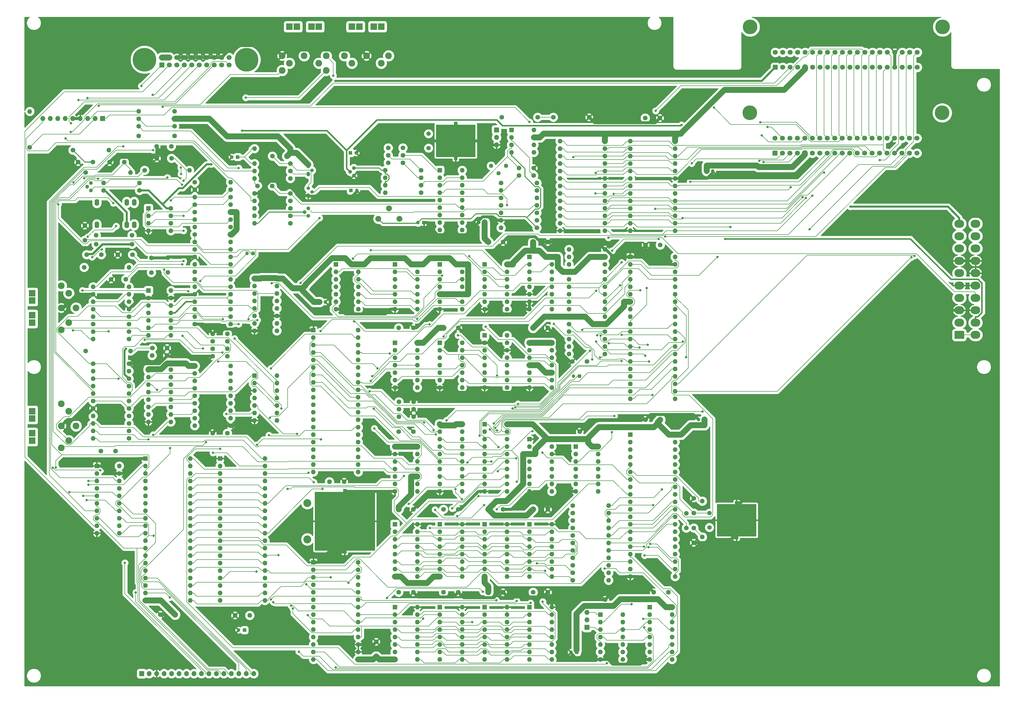
<source format=gbr>
%TF.GenerationSoftware,KiCad,Pcbnew,(5.1.5)-3*%
%TF.CreationDate,2021-01-24T13:48:12-06:00*%
%TF.ProjectId,dragon64,64726167-6f6e-4363-942e-6b696361645f,rev?*%
%TF.SameCoordinates,Original*%
%TF.FileFunction,Copper,L1,Top*%
%TF.FilePolarity,Positive*%
%FSLAX46Y46*%
G04 Gerber Fmt 4.6, Leading zero omitted, Abs format (unit mm)*
G04 Created by KiCad (PCBNEW (5.1.5)-3) date 2021-01-24 13:48:12*
%MOMM*%
%LPD*%
G04 APERTURE LIST*
%TA.AperFunction,ComponentPad*%
%ADD10C,5.000000*%
%TD*%
%TA.AperFunction,ComponentPad*%
%ADD11C,1.700000*%
%TD*%
%TA.AperFunction,ComponentPad*%
%ADD12C,0.100000*%
%TD*%
%TA.AperFunction,ComponentPad*%
%ADD13O,1.600000X1.600000*%
%TD*%
%TA.AperFunction,ComponentPad*%
%ADD14C,1.600000*%
%TD*%
%TA.AperFunction,ComponentPad*%
%ADD15O,1.700000X1.700000*%
%TD*%
%TA.AperFunction,ComponentPad*%
%ADD16R,1.700000X1.700000*%
%TD*%
%TA.AperFunction,ComponentPad*%
%ADD17O,3.300000X2.700000*%
%TD*%
%TA.AperFunction,ComponentPad*%
%ADD18C,1.200000*%
%TD*%
%TA.AperFunction,ComponentPad*%
%ADD19R,1.200000X1.200000*%
%TD*%
%TA.AperFunction,ComponentPad*%
%ADD20C,1.440000*%
%TD*%
%TA.AperFunction,ComponentPad*%
%ADD21R,1.600000X1.600000*%
%TD*%
%TA.AperFunction,ComponentPad*%
%ADD22C,1.500000*%
%TD*%
%TA.AperFunction,SMDPad,CuDef*%
%ADD23R,13.500000X11.000000*%
%TD*%
%TA.AperFunction,ComponentPad*%
%ADD24C,1.300000*%
%TD*%
%TA.AperFunction,ComponentPad*%
%ADD25R,2.286000X2.286000*%
%TD*%
%TA.AperFunction,ComponentPad*%
%ADD26C,2.286000*%
%TD*%
%TA.AperFunction,ComponentPad*%
%ADD27C,2.000000*%
%TD*%
%TA.AperFunction,ComponentPad*%
%ADD28C,8.000000*%
%TD*%
%TA.AperFunction,ComponentPad*%
%ADD29O,1.600000X2.300000*%
%TD*%
%TA.AperFunction,ComponentPad*%
%ADD30C,2.700000*%
%TD*%
%TA.AperFunction,SMDPad,CuDef*%
%ADD31R,20.500000X20.000000*%
%TD*%
%TA.AperFunction,ComponentPad*%
%ADD32O,1.200000X1.200000*%
%TD*%
%TA.AperFunction,ComponentPad*%
%ADD33O,1.200000X1.600000*%
%TD*%
%TA.AperFunction,ViaPad*%
%ADD34C,0.800000*%
%TD*%
%TA.AperFunction,Conductor*%
%ADD35C,2.000000*%
%TD*%
%TA.AperFunction,Conductor*%
%ADD36C,1.199800*%
%TD*%
%TA.AperFunction,Conductor*%
%ADD37C,0.203200*%
%TD*%
%TA.AperFunction,Conductor*%
%ADD38C,0.635000*%
%TD*%
%TA.AperFunction,Conductor*%
%ADD39C,0.304800*%
%TD*%
%TA.AperFunction,Conductor*%
%ADD40C,1.000000*%
%TD*%
%TA.AperFunction,Conductor*%
%ADD41C,0.508000*%
%TD*%
%TA.AperFunction,Conductor*%
%ADD42C,0.762000*%
%TD*%
%TA.AperFunction,Conductor*%
%ADD43C,0.254000*%
%TD*%
G04 APERTURE END LIST*
D10*
%TO.P,PL9,MP*%
%TO.N,N/C*%
X312932500Y25616000D03*
X247527500Y25616000D03*
D11*
%TO.P,PL9,40*%
%TO.N,/EXTMEM*%
X304360000Y16980000D03*
%TO.P,PL9,38*%
%TO.N,/A14*%
X301820000Y16980000D03*
%TO.P,PL9,36*%
%TO.N,/P2*%
X299280000Y16980000D03*
%TO.P,PL9,34*%
%TO.N,GND*%
X296740000Y16980000D03*
%TO.P,PL9,32*%
%TO.N,/ROM2*%
X294200000Y16980000D03*
%TO.P,PL9,30*%
%TO.N,/A11*%
X291660000Y16980000D03*
%TO.P,PL9,28*%
%TO.N,/A9*%
X289120000Y16980000D03*
%TO.P,PL9,26*%
%TO.N,/A7*%
X286580000Y16980000D03*
%TO.P,PL9,24*%
%TO.N,/A5*%
X284040000Y16980000D03*
%TO.P,PL9,22*%
%TO.N,/A3*%
X281500000Y16980000D03*
%TO.P,PL9,20*%
%TO.N,/A1*%
X278960000Y16980000D03*
%TO.P,PL9,18*%
%TO.N,/R~W~*%
X276420000Y16980000D03*
%TO.P,PL9,16*%
%TO.N,/D6*%
X273880000Y16980000D03*
%TO.P,PL9,14*%
%TO.N,/D4*%
X271340000Y16980000D03*
%TO.P,PL9,12*%
%TO.N,/D2*%
X268800000Y16980000D03*
%TO.P,PL9,10*%
%TO.N,/D0*%
X266260000Y16980000D03*
%TO.P,PL9,8*%
%TO.N,/CART*%
X263720000Y16980000D03*
%TO.P,PL9,6*%
%TO.N,/E*%
X261180000Y16980000D03*
%TO.P,PL9,4*%
%TO.N,/~NMI*%
X258640000Y16980000D03*
%TO.P,PL9,2*%
%TO.N,+12V*%
X256100000Y16980000D03*
%TO.P,PL9,39*%
%TO.N,/A15*%
X304360000Y11900000D03*
%TO.P,PL9,37*%
%TO.N,/A13*%
X301820000Y11900000D03*
%TO.P,PL9,35*%
%TO.N,/ESND*%
X299280000Y11900000D03*
%TO.P,PL9,33*%
%TO.N,GND*%
X296740000Y11900000D03*
%TO.P,PL9,31*%
%TO.N,/A12*%
X294200000Y11900000D03*
%TO.P,PL9,29*%
%TO.N,/A10*%
X291660000Y11900000D03*
%TO.P,PL9,27*%
%TO.N,/A8*%
X289120000Y11900000D03*
%TO.P,PL9,25*%
%TO.N,/A6*%
X286580000Y11900000D03*
%TO.P,PL9,23*%
%TO.N,/A4*%
X284040000Y11900000D03*
%TO.P,PL9,21*%
%TO.N,/A2*%
X281500000Y11900000D03*
%TO.P,PL9,19*%
%TO.N,/A0*%
X278960000Y11900000D03*
%TO.P,PL9,17*%
%TO.N,/D7*%
X276420000Y11900000D03*
%TO.P,PL9,15*%
%TO.N,/D5*%
X273880000Y11900000D03*
%TO.P,PL9,13*%
%TO.N,/D3*%
X271340000Y11900000D03*
%TO.P,PL9,11*%
%TO.N,/D1*%
X268800000Y11900000D03*
%TO.P,PL9,9*%
%TO.N,+5V*%
X266260000Y11900000D03*
%TO.P,PL9,7*%
%TO.N,/Q*%
X263720000Y11900000D03*
%TO.P,PL9,5*%
%TO.N,/~RESET*%
X261180000Y11900000D03*
%TO.P,PL9,3*%
%TO.N,/~HALT*%
X258640000Y11900000D03*
%TA.AperFunction,ComponentPad*%
D12*
%TO.P,PL9,1*%
%TO.N,+12V*%
G36*
X256724504Y12748796D02*
G01*
X256748773Y12745196D01*
X256772571Y12739235D01*
X256795671Y12730970D01*
X256817849Y12720480D01*
X256838893Y12707867D01*
X256858598Y12693253D01*
X256876777Y12676777D01*
X256893253Y12658598D01*
X256907867Y12638893D01*
X256920480Y12617849D01*
X256930970Y12595671D01*
X256939235Y12572571D01*
X256945196Y12548773D01*
X256948796Y12524504D01*
X256950000Y12500000D01*
X256950000Y11300000D01*
X256948796Y11275496D01*
X256945196Y11251227D01*
X256939235Y11227429D01*
X256930970Y11204329D01*
X256920480Y11182151D01*
X256907867Y11161107D01*
X256893253Y11141402D01*
X256876777Y11123223D01*
X256858598Y11106747D01*
X256838893Y11092133D01*
X256817849Y11079520D01*
X256795671Y11069030D01*
X256772571Y11060765D01*
X256748773Y11054804D01*
X256724504Y11051204D01*
X256700000Y11050000D01*
X255500000Y11050000D01*
X255475496Y11051204D01*
X255451227Y11054804D01*
X255427429Y11060765D01*
X255404329Y11069030D01*
X255382151Y11079520D01*
X255361107Y11092133D01*
X255341402Y11106747D01*
X255323223Y11123223D01*
X255306747Y11141402D01*
X255292133Y11161107D01*
X255279520Y11182151D01*
X255269030Y11204329D01*
X255260765Y11227429D01*
X255254804Y11251227D01*
X255251204Y11275496D01*
X255250000Y11300000D01*
X255250000Y12500000D01*
X255251204Y12524504D01*
X255254804Y12548773D01*
X255260765Y12572571D01*
X255269030Y12595671D01*
X255279520Y12617849D01*
X255292133Y12638893D01*
X255306747Y12658598D01*
X255323223Y12676777D01*
X255341402Y12693253D01*
X255361107Y12707867D01*
X255382151Y12720480D01*
X255404329Y12730970D01*
X255427429Y12739235D01*
X255451227Y12745196D01*
X255475496Y12748796D01*
X255500000Y12750000D01*
X256700000Y12750000D01*
X256724504Y12748796D01*
G37*
%TD.AperFunction*%
%TD*%
D13*
%TO.P,R85,1*%
%TO.N,+5V*%
X2600000Y-3100000D03*
D14*
%TO.P,R85,2*%
%TO.N,Net-(PL6-Pad2)*%
X2600000Y-15292000D03*
%TD*%
D15*
%TO.P,PL6,9*%
%TO.N,/MOD*%
X7080000Y-5500000D03*
%TO.P,PL6,8*%
%TO.N,+5V*%
X9620000Y-5500000D03*
%TO.P,PL6,7*%
%TO.N,/SOUND*%
X12160000Y-5500000D03*
%TO.P,PL6,6*%
%TO.N,/VIDEO*%
X14700000Y-5500000D03*
%TO.P,PL6,5*%
%TO.N,GND*%
X17240000Y-5500000D03*
%TO.P,PL6,4*%
X19780000Y-5500000D03*
%TO.P,PL6,3*%
%TO.N,RES_IN*%
X22320000Y-5500000D03*
%TO.P,PL6,2*%
%TO.N,Net-(PL6-Pad2)*%
X24860000Y-5500000D03*
D16*
%TO.P,PL6,1*%
%TO.N,atx_on*%
X27400000Y-5500000D03*
%TD*%
D17*
%TO.P,J1,20*%
%TO.N,+5V*%
X324140000Y-41320000D03*
%TO.P,J1,19*%
X324140000Y-45520000D03*
%TO.P,J1,18*%
%TO.N,N/C*%
X324140000Y-49720000D03*
%TO.P,J1,17*%
%TO.N,GND*%
X324140000Y-53920000D03*
%TO.P,J1,16*%
X324140000Y-58120000D03*
%TO.P,J1,15*%
X324140000Y-62320000D03*
%TO.P,J1,14*%
%TO.N,atx_on*%
X324140000Y-66520000D03*
%TO.P,J1,13*%
%TO.N,GND*%
X324140000Y-70720000D03*
%TO.P,J1,12*%
%TO.N,-12V*%
X324140000Y-74920000D03*
%TO.P,J1,11*%
%TO.N,Net-(J1-Pad1)*%
X324140000Y-79120000D03*
%TO.P,J1,10*%
%TO.N,+12V*%
X318640000Y-41320000D03*
%TO.P,J1,9*%
%TO.N,N/C*%
X318640000Y-45520000D03*
%TO.P,J1,8*%
X318640000Y-49720000D03*
%TO.P,J1,7*%
%TO.N,GND*%
X318640000Y-53920000D03*
%TO.P,J1,6*%
%TO.N,+5V*%
X318640000Y-58120000D03*
%TO.P,J1,5*%
%TO.N,GND*%
X318640000Y-62320000D03*
%TO.P,J1,4*%
%TO.N,+5V*%
X318640000Y-66520000D03*
%TO.P,J1,3*%
%TO.N,GND*%
X318640000Y-70720000D03*
%TO.P,J1,2*%
%TO.N,Net-(J1-Pad1)*%
X318640000Y-74920000D03*
%TA.AperFunction,ComponentPad*%
D12*
%TO.P,J1,1*%
G36*
X320064503Y-77771204D02*
G01*
X320088772Y-77774804D01*
X320112570Y-77780765D01*
X320135670Y-77789030D01*
X320157849Y-77799520D01*
X320178892Y-77812133D01*
X320198598Y-77826748D01*
X320216776Y-77843224D01*
X320233252Y-77861402D01*
X320247867Y-77881108D01*
X320260480Y-77902151D01*
X320270970Y-77924330D01*
X320279235Y-77947430D01*
X320285196Y-77971228D01*
X320288796Y-77995497D01*
X320290000Y-78020001D01*
X320290000Y-80219999D01*
X320288796Y-80244503D01*
X320285196Y-80268772D01*
X320279235Y-80292570D01*
X320270970Y-80315670D01*
X320260480Y-80337849D01*
X320247867Y-80358892D01*
X320233252Y-80378598D01*
X320216776Y-80396776D01*
X320198598Y-80413252D01*
X320178892Y-80427867D01*
X320157849Y-80440480D01*
X320135670Y-80450970D01*
X320112570Y-80459235D01*
X320088772Y-80465196D01*
X320064503Y-80468796D01*
X320039999Y-80470000D01*
X317240001Y-80470000D01*
X317215497Y-80468796D01*
X317191228Y-80465196D01*
X317167430Y-80459235D01*
X317144330Y-80450970D01*
X317122151Y-80440480D01*
X317101108Y-80427867D01*
X317081402Y-80413252D01*
X317063224Y-80396776D01*
X317046748Y-80378598D01*
X317032133Y-80358892D01*
X317019520Y-80337849D01*
X317009030Y-80315670D01*
X317000765Y-80292570D01*
X316994804Y-80268772D01*
X316991204Y-80244503D01*
X316990000Y-80219999D01*
X316990000Y-78020001D01*
X316991204Y-77995497D01*
X316994804Y-77971228D01*
X317000765Y-77947430D01*
X317009030Y-77924330D01*
X317019520Y-77902151D01*
X317032133Y-77881108D01*
X317046748Y-77861402D01*
X317063224Y-77843224D01*
X317081402Y-77826748D01*
X317101108Y-77812133D01*
X317122151Y-77799520D01*
X317144330Y-77789030D01*
X317167430Y-77780765D01*
X317191228Y-77774804D01*
X317215497Y-77771204D01*
X317240001Y-77770000D01*
X320039999Y-77770000D01*
X320064503Y-77771204D01*
G37*
%TD.AperFunction*%
%TD*%
D18*
%TO.P,C33,2*%
%TO.N,-5V*%
X134600000Y-40900000D03*
D19*
%TO.P,C33,1*%
%TO.N,GND*%
X136600000Y-40900000D03*
%TD*%
D18*
%TO.P,C64,2*%
%TO.N,GND*%
X230000000Y-107900000D03*
D19*
%TO.P,C64,1*%
%TO.N,+5V*%
X232000000Y-107900000D03*
%TD*%
D18*
%TO.P,C63,2*%
%TO.N,GND*%
X234800000Y-23400000D03*
D19*
%TO.P,C63,1*%
%TO.N,+5V*%
X232800000Y-23400000D03*
%TD*%
D18*
%TO.P,C58,2*%
%TO.N,GND*%
X186600000Y-187000000D03*
D19*
%TO.P,C58,1*%
%TO.N,+5V*%
X188600000Y-187000000D03*
%TD*%
D18*
%TO.P,C55,2*%
%TO.N,GND*%
X187500000Y-93100000D03*
D19*
%TO.P,C55,1*%
%TO.N,/~RESET*%
X189500000Y-93100000D03*
%TD*%
D18*
%TO.P,C44,2*%
%TO.N,GND*%
X155300000Y-40800000D03*
D19*
%TO.P,C44,1*%
%TO.N,+5V*%
X157300000Y-40800000D03*
%TD*%
D18*
%TO.P,C26,2*%
%TO.N,GND*%
X103100000Y-67900000D03*
D19*
%TO.P,C26,1*%
%TO.N,+5V*%
X101100000Y-67900000D03*
%TD*%
D18*
%TO.P,C25,2*%
%TO.N,GND*%
X113800000Y-30000000D03*
D19*
%TO.P,C25,1*%
%TO.N,-12V*%
X111800000Y-30000000D03*
%TD*%
D18*
%TO.P,C24,2*%
%TO.N,GND*%
X113600000Y-17200000D03*
D19*
%TO.P,C24,1*%
%TO.N,-5V*%
X111600000Y-17200000D03*
%TD*%
D18*
%TO.P,C23,2*%
%TO.N,Net-(C23-Pad2)*%
X76500000Y-51400000D03*
D19*
%TO.P,C23,1*%
%TO.N,/PIAs/TSND*%
X78500000Y-51400000D03*
%TD*%
D18*
%TO.P,C20,2*%
%TO.N,GND*%
X71300000Y-18600000D03*
D19*
%TO.P,C20,1*%
%TO.N,Net-(C20-Pad1)*%
X73300000Y-18600000D03*
%TD*%
D18*
%TO.P,C19,2*%
%TO.N,GND*%
X73600000Y-179500000D03*
D19*
%TO.P,C19,1*%
%TO.N,+5V*%
X75600000Y-179500000D03*
%TD*%
D20*
%TO.P,VR1,1*%
%TO.N,+5V*%
X164500000Y-21600000D03*
%TO.P,VR1,2*%
%TO.N,Net-(R56-Pad1)*%
X161960000Y-24140000D03*
%TO.P,VR1,3*%
%TO.N,Net-(LK2-Pad2)*%
X159420000Y-21600000D03*
%TD*%
D13*
%TO.P,IC3,14*%
%TO.N,Net-(IC3-Pad14)*%
X50620000Y-64000000D03*
%TO.P,IC3,7*%
%TO.N,Net-(IC3-Pad7)*%
X43000000Y-79240000D03*
%TO.P,IC3,13*%
%TO.N,GND*%
X50620000Y-66540000D03*
%TO.P,IC3,6*%
%TO.N,Net-(IC11-Pad10)*%
X43000000Y-76700000D03*
%TO.P,IC3,12*%
%TO.N,Net-(D15-Pad1)*%
X50620000Y-69080000D03*
%TO.P,IC3,5*%
%TO.N,Net-(IC3-Pad5)*%
X43000000Y-74160000D03*
%TO.P,IC3,11*%
%TO.N,-12V*%
X50620000Y-71620000D03*
%TO.P,IC3,4*%
%TO.N,+12V*%
X43000000Y-71620000D03*
%TO.P,IC3,10*%
%TO.N,Net-(IC3-Pad10)*%
X50620000Y-74160000D03*
%TO.P,IC3,3*%
%TO.N,Net-(D4-Pad2)*%
X43000000Y-69080000D03*
%TO.P,IC3,9*%
%TO.N,Net-(IC11-Pad11)*%
X50620000Y-76700000D03*
%TO.P,IC3,2*%
%TO.N,GND*%
X43000000Y-66540000D03*
%TO.P,IC3,8*%
%TO.N,Net-(IC3-Pad8)*%
X50620000Y-79240000D03*
D21*
%TO.P,IC3,1*%
%TO.N,Net-(IC3-Pad1)*%
X43000000Y-64000000D03*
%TD*%
D13*
%TO.P,IC29,16*%
%TO.N,+5V*%
X180086000Y-52578000D03*
%TO.P,IC29,8*%
%TO.N,GND*%
X172466000Y-70358000D03*
%TO.P,IC29,15*%
%TO.N,Net-(IC29-Pad15)*%
X180086000Y-55118000D03*
%TO.P,IC29,7*%
%TO.N,GND*%
X172466000Y-67818000D03*
%TO.P,IC29,14*%
%TO.N,Net-(IC29-Pad14)*%
X180086000Y-57658000D03*
%TO.P,IC29,6*%
%TO.N,GND*%
X172466000Y-65278000D03*
%TO.P,IC29,13*%
%TO.N,Net-(IC29-Pad13)*%
X180086000Y-60198000D03*
%TO.P,IC29,5*%
%TO.N,Net-(C49-Pad1)*%
X172466000Y-62738000D03*
%TO.P,IC29,12*%
%TO.N,/Video/Y*%
X180086000Y-62738000D03*
%TO.P,IC29,4*%
%TO.N,Net-(IC17-Pad2)*%
X172466000Y-60198000D03*
%TO.P,IC29,11*%
%TO.N,Net-(IC19-Pad9)*%
X180086000Y-65278000D03*
%TO.P,IC29,3*%
%TO.N,Net-(IC29-Pad15)*%
X172466000Y-57658000D03*
%TO.P,IC29,10*%
%TO.N,Net-(IC29-Pad10)*%
X180086000Y-67818000D03*
%TO.P,IC29,2*%
%TO.N,/Video/oA*%
X172466000Y-55118000D03*
%TO.P,IC29,9*%
%TO.N,Net-(IC29-Pad9)*%
X180086000Y-70358000D03*
D21*
%TO.P,IC29,1*%
%TO.N,/Video/oB*%
X172466000Y-52578000D03*
%TD*%
D13*
%TO.P,IC9,14*%
%TO.N,+5V*%
X114300000Y-55118000D03*
%TO.P,IC9,7*%
%TO.N,GND*%
X106680000Y-70358000D03*
%TO.P,IC9,13*%
%TO.N,Net-(IC12-Pad5)*%
X114300000Y-57658000D03*
%TO.P,IC9,6*%
%TO.N,Net-(IC18-Pad12)*%
X106680000Y-67818000D03*
%TO.P,IC9,12*%
%TO.N,Net-(IC12-Pad10)*%
X114300000Y-60198000D03*
%TO.P,IC9,5*%
%TO.N,Net-(IC23-Pad13)*%
X106680000Y-65278000D03*
%TO.P,IC9,11*%
%TO.N,N/C*%
X114300000Y-62738000D03*
%TO.P,IC9,4*%
%TO.N,Net-(IC23-Pad11)*%
X106680000Y-62738000D03*
%TO.P,IC9,10*%
%TO.N,Net-(IC12-Pad9)*%
X114300000Y-65278000D03*
%TO.P,IC9,3*%
%TO.N,N/C*%
X106680000Y-60198000D03*
%TO.P,IC9,9*%
%TO.N,Net-(IC12-Pad8)*%
X114300000Y-67818000D03*
%TO.P,IC9,2*%
%TO.N,Net-(IC18-Pad8)*%
X106680000Y-57658000D03*
%TO.P,IC9,8*%
%TO.N,Net-(IC19-Pad4)*%
X114300000Y-70358000D03*
D21*
%TO.P,IC9,1*%
%TO.N,Net-(IC18-Pad8)*%
X106680000Y-55118000D03*
%TD*%
D10*
%TO.P,PL7,MP*%
%TO.N,N/C*%
X312832500Y-3584000D03*
X247427500Y-3584000D03*
D11*
%TO.P,PL7,40*%
%TO.N,/EXTMEM*%
X304260000Y-12220000D03*
%TO.P,PL7,38*%
%TO.N,/A14*%
X301720000Y-12220000D03*
%TO.P,PL7,36*%
%TO.N,/P2*%
X299180000Y-12220000D03*
%TO.P,PL7,34*%
%TO.N,GND*%
X296640000Y-12220000D03*
%TO.P,PL7,32*%
%TO.N,/ROM2*%
X294100000Y-12220000D03*
%TO.P,PL7,30*%
%TO.N,/A11*%
X291560000Y-12220000D03*
%TO.P,PL7,28*%
%TO.N,/A9*%
X289020000Y-12220000D03*
%TO.P,PL7,26*%
%TO.N,/A7*%
X286480000Y-12220000D03*
%TO.P,PL7,24*%
%TO.N,/A5*%
X283940000Y-12220000D03*
%TO.P,PL7,22*%
%TO.N,/A3*%
X281400000Y-12220000D03*
%TO.P,PL7,20*%
%TO.N,/A1*%
X278860000Y-12220000D03*
%TO.P,PL7,18*%
%TO.N,/R~W~*%
X276320000Y-12220000D03*
%TO.P,PL7,16*%
%TO.N,/D6*%
X273780000Y-12220000D03*
%TO.P,PL7,14*%
%TO.N,/D4*%
X271240000Y-12220000D03*
%TO.P,PL7,12*%
%TO.N,/D2*%
X268700000Y-12220000D03*
%TO.P,PL7,10*%
%TO.N,/D0*%
X266160000Y-12220000D03*
%TO.P,PL7,8*%
%TO.N,/CART*%
X263620000Y-12220000D03*
%TO.P,PL7,6*%
%TO.N,/E*%
X261080000Y-12220000D03*
%TO.P,PL7,4*%
%TO.N,/~NMI*%
X258540000Y-12220000D03*
%TO.P,PL7,2*%
%TO.N,+12V*%
X256000000Y-12220000D03*
%TO.P,PL7,39*%
%TO.N,/A15*%
X304260000Y-17300000D03*
%TO.P,PL7,37*%
%TO.N,/A13*%
X301720000Y-17300000D03*
%TO.P,PL7,35*%
%TO.N,/ESND*%
X299180000Y-17300000D03*
%TO.P,PL7,33*%
%TO.N,GND*%
X296640000Y-17300000D03*
%TO.P,PL7,31*%
%TO.N,/A12*%
X294100000Y-17300000D03*
%TO.P,PL7,29*%
%TO.N,/A10*%
X291560000Y-17300000D03*
%TO.P,PL7,27*%
%TO.N,/A8*%
X289020000Y-17300000D03*
%TO.P,PL7,25*%
%TO.N,/A6*%
X286480000Y-17300000D03*
%TO.P,PL7,23*%
%TO.N,/A4*%
X283940000Y-17300000D03*
%TO.P,PL7,21*%
%TO.N,/A2*%
X281400000Y-17300000D03*
%TO.P,PL7,19*%
%TO.N,/A0*%
X278860000Y-17300000D03*
%TO.P,PL7,17*%
%TO.N,/D7*%
X276320000Y-17300000D03*
%TO.P,PL7,15*%
%TO.N,/D5*%
X273780000Y-17300000D03*
%TO.P,PL7,13*%
%TO.N,/D3*%
X271240000Y-17300000D03*
%TO.P,PL7,11*%
%TO.N,/D1*%
X268700000Y-17300000D03*
%TO.P,PL7,9*%
%TO.N,+5V*%
X266160000Y-17300000D03*
%TO.P,PL7,7*%
%TO.N,/Q*%
X263620000Y-17300000D03*
%TO.P,PL7,5*%
%TO.N,/~RESET*%
X261080000Y-17300000D03*
%TO.P,PL7,3*%
%TO.N,/~HALT*%
X258540000Y-17300000D03*
%TA.AperFunction,ComponentPad*%
D12*
%TO.P,PL7,1*%
%TO.N,+12V*%
G36*
X256624504Y-16451204D02*
G01*
X256648773Y-16454804D01*
X256672571Y-16460765D01*
X256695671Y-16469030D01*
X256717849Y-16479520D01*
X256738893Y-16492133D01*
X256758598Y-16506747D01*
X256776777Y-16523223D01*
X256793253Y-16541402D01*
X256807867Y-16561107D01*
X256820480Y-16582151D01*
X256830970Y-16604329D01*
X256839235Y-16627429D01*
X256845196Y-16651227D01*
X256848796Y-16675496D01*
X256850000Y-16700000D01*
X256850000Y-17900000D01*
X256848796Y-17924504D01*
X256845196Y-17948773D01*
X256839235Y-17972571D01*
X256830970Y-17995671D01*
X256820480Y-18017849D01*
X256807867Y-18038893D01*
X256793253Y-18058598D01*
X256776777Y-18076777D01*
X256758598Y-18093253D01*
X256738893Y-18107867D01*
X256717849Y-18120480D01*
X256695671Y-18130970D01*
X256672571Y-18139235D01*
X256648773Y-18145196D01*
X256624504Y-18148796D01*
X256600000Y-18150000D01*
X255400000Y-18150000D01*
X255375496Y-18148796D01*
X255351227Y-18145196D01*
X255327429Y-18139235D01*
X255304329Y-18130970D01*
X255282151Y-18120480D01*
X255261107Y-18107867D01*
X255241402Y-18093253D01*
X255223223Y-18076777D01*
X255206747Y-18058598D01*
X255192133Y-18038893D01*
X255179520Y-18017849D01*
X255169030Y-17995671D01*
X255160765Y-17972571D01*
X255154804Y-17948773D01*
X255151204Y-17924504D01*
X255150000Y-17900000D01*
X255150000Y-16700000D01*
X255151204Y-16675496D01*
X255154804Y-16651227D01*
X255160765Y-16627429D01*
X255169030Y-16604329D01*
X255179520Y-16582151D01*
X255192133Y-16561107D01*
X255206747Y-16541402D01*
X255223223Y-16523223D01*
X255241402Y-16506747D01*
X255261107Y-16492133D01*
X255282151Y-16479520D01*
X255304329Y-16469030D01*
X255327429Y-16460765D01*
X255351227Y-16454804D01*
X255375496Y-16451204D01*
X255400000Y-16450000D01*
X256600000Y-16450000D01*
X256624504Y-16451204D01*
G37*
%TD.AperFunction*%
%TD*%
D13*
%TO.P,IC39,40*%
%TO.N,+5V*%
X221996000Y-113030000D03*
%TO.P,IC39,20*%
%TO.N,GND*%
X206756000Y-161290000D03*
%TO.P,IC39,39*%
%TO.N,/A12*%
X221996000Y-115570000D03*
%TO.P,IC39,19*%
%TO.N,/A3*%
X206756000Y-158750000D03*
%TO.P,IC39,38*%
%TO.N,/A13*%
X221996000Y-118110000D03*
%TO.P,IC39,18*%
%TO.N,/A2*%
X206756000Y-156210000D03*
%TO.P,IC39,37*%
%TO.N,/A14*%
X221996000Y-120650000D03*
%TO.P,IC39,17*%
%TO.N,/A1*%
X206756000Y-153670000D03*
%TO.P,IC39,36*%
%TO.N,/A15*%
X221996000Y-123190000D03*
%TO.P,IC39,16*%
%TO.N,/A0*%
X206756000Y-151130000D03*
%TO.P,IC39,35*%
%TO.N,Net-(IC36-Pad2)*%
X221996000Y-125730000D03*
%TO.P,IC39,15*%
%TO.N,/R~W~*%
X206756000Y-148590000D03*
%TO.P,IC39,34*%
%TO.N,Net-(IC39-Pad34)*%
X221996000Y-128270000D03*
%TO.P,IC39,14*%
%TO.N,/E*%
X206756000Y-146050000D03*
%TO.P,IC39,33*%
%TO.N,Net-(IC39-Pad33)*%
X221996000Y-130810000D03*
%TO.P,IC39,13*%
%TO.N,/Q*%
X206756000Y-143510000D03*
%TO.P,IC39,32*%
%TO.N,Net-(IC39-Pad32)*%
X221996000Y-133350000D03*
%TO.P,IC39,12*%
%TO.N,Net-(IC39-Pad12)*%
X206756000Y-140970000D03*
%TO.P,IC39,31*%
%TO.N,Net-(IC39-Pad31)*%
X221996000Y-135890000D03*
%TO.P,IC39,11*%
%TO.N,Net-(IC39-Pad11)*%
X206756000Y-138430000D03*
%TO.P,IC39,30*%
%TO.N,Net-(IC39-Pad30)*%
X221996000Y-138430000D03*
%TO.P,IC39,10*%
%TO.N,Net-(IC39-Pad10)*%
X206756000Y-135890000D03*
%TO.P,IC39,29*%
%TO.N,Net-(IC39-Pad29)*%
X221996000Y-140970000D03*
%TO.P,IC39,9*%
%TO.N,/~NHS*%
X206756000Y-133350000D03*
%TO.P,IC39,28*%
%TO.N,Net-(IC39-Pad28)*%
X221996000Y-143510000D03*
%TO.P,IC39,8*%
%TO.N,/DA0'*%
X206756000Y-130810000D03*
%TO.P,IC39,27*%
%TO.N,/S0*%
X221996000Y-146050000D03*
%TO.P,IC39,7*%
%TO.N,/VCLK*%
X206756000Y-128270000D03*
%TO.P,IC39,26*%
%TO.N,/S1*%
X221996000Y-148590000D03*
%TO.P,IC39,6*%
%TO.N,/XL3_A*%
X206756000Y-125730000D03*
%TO.P,IC39,25*%
%TO.N,/S2*%
X221996000Y-151130000D03*
%TO.P,IC39,5*%
%TO.N,/XL3_B*%
X206756000Y-123190000D03*
%TO.P,IC39,24*%
%TO.N,/A7*%
X221996000Y-153670000D03*
%TO.P,IC39,4*%
%TO.N,/A8*%
X206756000Y-120650000D03*
%TO.P,IC39,23*%
%TO.N,/A6*%
X221996000Y-156210000D03*
%TO.P,IC39,3*%
%TO.N,/A9*%
X206756000Y-118110000D03*
%TO.P,IC39,22*%
%TO.N,/A5*%
X221996000Y-158750000D03*
%TO.P,IC39,2*%
%TO.N,/A10*%
X206756000Y-115570000D03*
%TO.P,IC39,21*%
%TO.N,/A4*%
X221996000Y-161290000D03*
D21*
%TO.P,IC39,1*%
%TO.N,/A11*%
X206756000Y-113030000D03*
%TD*%
D13*
%TO.P,R84,1*%
%TO.N,/XL3_A*%
X231267000Y-135636000D03*
D14*
%TO.P,R84,2*%
%TO.N,/XL3_C*%
X231267000Y-147828000D03*
%TD*%
D13*
%TO.P,IC37,28*%
%TO.N,+5V*%
X221996000Y-10668000D03*
%TO.P,IC37,14*%
%TO.N,GND*%
X206756000Y-43688000D03*
%TO.P,IC37,27*%
%TO.N,+5V*%
X221996000Y-13208000D03*
%TO.P,IC37,13*%
%TO.N,/D2*%
X206756000Y-41148000D03*
%TO.P,IC37,26*%
%TO.N,/A13*%
X221996000Y-15748000D03*
%TO.P,IC37,12*%
%TO.N,/D1*%
X206756000Y-38608000D03*
%TO.P,IC37,25*%
%TO.N,/A8*%
X221996000Y-18288000D03*
%TO.P,IC37,11*%
%TO.N,/D0*%
X206756000Y-36068000D03*
%TO.P,IC37,24*%
%TO.N,/A9*%
X221996000Y-20828000D03*
%TO.P,IC37,10*%
%TO.N,/A0*%
X206756000Y-33528000D03*
%TO.P,IC37,23*%
%TO.N,/A11*%
X221996000Y-23368000D03*
%TO.P,IC37,9*%
%TO.N,/A1*%
X206756000Y-30988000D03*
%TO.P,IC37,22*%
%TO.N,GND*%
X221996000Y-25908000D03*
%TO.P,IC37,8*%
%TO.N,/A2*%
X206756000Y-28448000D03*
%TO.P,IC37,21*%
%TO.N,/A10*%
X221996000Y-28448000D03*
%TO.P,IC37,7*%
%TO.N,/A3*%
X206756000Y-25908000D03*
%TO.P,IC37,20*%
%TO.N,/ROM1*%
X221996000Y-30988000D03*
%TO.P,IC37,6*%
%TO.N,/A4*%
X206756000Y-23368000D03*
%TO.P,IC37,19*%
%TO.N,/D7*%
X221996000Y-33528000D03*
%TO.P,IC37,5*%
%TO.N,/A5*%
X206756000Y-20828000D03*
%TO.P,IC37,18*%
%TO.N,/D6*%
X221996000Y-36068000D03*
%TO.P,IC37,4*%
%TO.N,/A6*%
X206756000Y-18288000D03*
%TO.P,IC37,17*%
%TO.N,/D5*%
X221996000Y-38608000D03*
%TO.P,IC37,3*%
%TO.N,/A7*%
X206756000Y-15748000D03*
%TO.P,IC37,16*%
%TO.N,/D4*%
X221996000Y-41148000D03*
%TO.P,IC37,2*%
%TO.N,/A12*%
X206756000Y-13208000D03*
%TO.P,IC37,15*%
%TO.N,/D3*%
X221996000Y-43688000D03*
D21*
%TO.P,IC37,1*%
%TO.N,+5V*%
X206756000Y-10668000D03*
%TD*%
D13*
%TO.P,IC38,40*%
%TO.N,/~HALT*%
X221996000Y-52578000D03*
%TO.P,IC38,20*%
%TO.N,/A12*%
X206756000Y-100838000D03*
%TO.P,IC38,39*%
%TO.N,GND*%
X221996000Y-55118000D03*
%TO.P,IC38,19*%
%TO.N,/A11*%
X206756000Y-98298000D03*
%TO.P,IC38,38*%
%TO.N,N/C*%
X221996000Y-57658000D03*
%TO.P,IC38,18*%
%TO.N,/A10*%
X206756000Y-95758000D03*
%TO.P,IC38,37*%
%TO.N,/~RESET*%
X221996000Y-60198000D03*
%TO.P,IC38,17*%
%TO.N,/A9*%
X206756000Y-93218000D03*
%TO.P,IC38,36*%
%TO.N,N/C*%
X221996000Y-62738000D03*
%TO.P,IC38,16*%
%TO.N,/A8*%
X206756000Y-90678000D03*
%TO.P,IC38,35*%
%TO.N,/Q*%
X221996000Y-65278000D03*
%TO.P,IC38,15*%
%TO.N,/A7*%
X206756000Y-88138000D03*
%TO.P,IC38,34*%
%TO.N,/E*%
X221996000Y-67818000D03*
%TO.P,IC38,14*%
%TO.N,/A6*%
X206756000Y-85598000D03*
%TO.P,IC38,33*%
%TO.N,N/C*%
X221996000Y-70358000D03*
%TO.P,IC38,13*%
%TO.N,/A5*%
X206756000Y-83058000D03*
%TO.P,IC38,32*%
%TO.N,/R~W~*%
X221996000Y-72898000D03*
%TO.P,IC38,12*%
%TO.N,/A4*%
X206756000Y-80518000D03*
%TO.P,IC38,31*%
%TO.N,/D0*%
X221996000Y-75438000D03*
%TO.P,IC38,11*%
%TO.N,/A3*%
X206756000Y-77978000D03*
%TO.P,IC38,30*%
%TO.N,/D1*%
X221996000Y-77978000D03*
%TO.P,IC38,10*%
%TO.N,/A2*%
X206756000Y-75438000D03*
%TO.P,IC38,29*%
%TO.N,/D2*%
X221996000Y-80518000D03*
%TO.P,IC38,9*%
%TO.N,/A1*%
X206756000Y-72898000D03*
%TO.P,IC38,28*%
%TO.N,/D3*%
X221996000Y-83058000D03*
%TO.P,IC38,8*%
%TO.N,/A0*%
X206756000Y-70358000D03*
%TO.P,IC38,27*%
%TO.N,/D4*%
X221996000Y-85598000D03*
%TO.P,IC38,7*%
%TO.N,+5V*%
X206756000Y-67818000D03*
%TO.P,IC38,26*%
%TO.N,/D5*%
X221996000Y-88138000D03*
%TO.P,IC38,6*%
%TO.N,N/C*%
X206756000Y-65278000D03*
%TO.P,IC38,25*%
%TO.N,/D6*%
X221996000Y-90678000D03*
%TO.P,IC38,5*%
%TO.N,N/C*%
X206756000Y-62738000D03*
%TO.P,IC38,24*%
%TO.N,/D7*%
X221996000Y-93218000D03*
%TO.P,IC38,4*%
%TO.N,/~FIRQ*%
X206756000Y-60198000D03*
%TO.P,IC38,23*%
%TO.N,/A15*%
X221996000Y-95758000D03*
%TO.P,IC38,3*%
%TO.N,/~IRQ*%
X206756000Y-57658000D03*
%TO.P,IC38,22*%
%TO.N,/A14*%
X221996000Y-98298000D03*
%TO.P,IC38,2*%
%TO.N,/~NMI*%
X206756000Y-55118000D03*
%TO.P,IC38,21*%
%TO.N,/A13*%
X221996000Y-100838000D03*
D21*
%TO.P,IC38,1*%
%TO.N,GND*%
X206756000Y-52578000D03*
%TD*%
D13*
%TO.P,IC34,28*%
%TO.N,+5V*%
X198120000Y-10668000D03*
%TO.P,IC34,14*%
%TO.N,GND*%
X182880000Y-43688000D03*
%TO.P,IC34,27*%
%TO.N,+5V*%
X198120000Y-13208000D03*
%TO.P,IC34,13*%
%TO.N,/D2*%
X182880000Y-41148000D03*
%TO.P,IC34,26*%
%TO.N,/A13*%
X198120000Y-15748000D03*
%TO.P,IC34,12*%
%TO.N,/D1*%
X182880000Y-38608000D03*
%TO.P,IC34,25*%
%TO.N,/A8*%
X198120000Y-18288000D03*
%TO.P,IC34,11*%
%TO.N,/D0*%
X182880000Y-36068000D03*
%TO.P,IC34,24*%
%TO.N,/A9*%
X198120000Y-20828000D03*
%TO.P,IC34,10*%
%TO.N,/A0*%
X182880000Y-33528000D03*
%TO.P,IC34,23*%
%TO.N,/A11*%
X198120000Y-23368000D03*
%TO.P,IC34,9*%
%TO.N,/A1*%
X182880000Y-30988000D03*
%TO.P,IC34,22*%
%TO.N,GND*%
X198120000Y-25908000D03*
%TO.P,IC34,8*%
%TO.N,/A2*%
X182880000Y-28448000D03*
%TO.P,IC34,21*%
%TO.N,/A10*%
X198120000Y-28448000D03*
%TO.P,IC34,7*%
%TO.N,/A3*%
X182880000Y-25908000D03*
%TO.P,IC34,20*%
%TO.N,/ROM0*%
X198120000Y-30988000D03*
%TO.P,IC34,6*%
%TO.N,/A4*%
X182880000Y-23368000D03*
%TO.P,IC34,19*%
%TO.N,/D7*%
X198120000Y-33528000D03*
%TO.P,IC34,5*%
%TO.N,/A5*%
X182880000Y-20828000D03*
%TO.P,IC34,18*%
%TO.N,/D6*%
X198120000Y-36068000D03*
%TO.P,IC34,4*%
%TO.N,/A6*%
X182880000Y-18288000D03*
%TO.P,IC34,17*%
%TO.N,/D5*%
X198120000Y-38608000D03*
%TO.P,IC34,3*%
%TO.N,/A7*%
X182880000Y-15748000D03*
%TO.P,IC34,16*%
%TO.N,/D4*%
X198120000Y-41148000D03*
%TO.P,IC34,2*%
%TO.N,/A12*%
X182880000Y-13208000D03*
%TO.P,IC34,15*%
%TO.N,/D3*%
X198120000Y-43688000D03*
D21*
%TO.P,IC34,1*%
%TO.N,+5V*%
X182880000Y-10668000D03*
%TD*%
D14*
%TO.P,C59,1*%
%TO.N,GND*%
X216836000Y-5334000D03*
%TO.P,C59,2*%
%TO.N,+5V*%
X211836000Y-5334000D03*
%TD*%
D22*
%TO.P,XL3,1*%
%TO.N,/XL3_C*%
X233680000Y-144600000D03*
%TO.P,XL3,2*%
%TO.N,/XL3_B*%
X233680000Y-139700000D03*
D23*
%TO.P,XL3,3*%
%TO.N,GND*%
X242930000Y-142150000D03*
D19*
X242930000Y-148050000D03*
X242930000Y-136250000D03*
%TD*%
D24*
%TO.P,REG1,1*%
%TO.N,GND*%
X112776000Y-24892000D03*
%TO.P,REG1,3*%
%TO.N,-5V*%
X112776000Y-22352000D03*
%TO.P,REG1,2*%
%TO.N,-12V*%
X111506000Y-23622000D03*
%TD*%
D25*
%TO.P,PL8,*%
%TO.N,*%
X98390000Y25710000D03*
X93390000Y25710000D03*
D26*
%TO.P,PL8,7*%
%TO.N,/Serial/S-12V*%
X103390000Y10810000D03*
%TO.P,PL8,6*%
%TO.N,/Serial/TXD*%
X88390000Y10810000D03*
%TO.P,PL8,2*%
%TO.N,/Serial/RXD*%
X95890000Y15810000D03*
%TO.P,PL8,1*%
%TO.N,GND*%
X88390000Y15810000D03*
%TO.P,PL8,3*%
%TO.N,/Serial/S+12V*%
X103390000Y15810000D03*
%TO.P,PL8,4*%
%TO.N,/Serial/DTR*%
X90890000Y13310000D03*
%TO.P,PL8,5*%
%TO.N,/Serial/CTS*%
X100890000Y13310000D03*
D25*
%TO.P,PL8,*%
%TO.N,*%
X90890000Y25710000D03*
X100890000Y25710000D03*
%TD*%
D22*
%TO.P,XL2,1*%
%TO.N,/Video/XL2_B*%
X138176000Y-15568000D03*
%TO.P,XL2,2*%
%TO.N,/Video/XL2_A*%
X138176000Y-10668000D03*
D23*
%TO.P,XL2,3*%
%TO.N,GND*%
X147426000Y-13118000D03*
D19*
X147426000Y-19018000D03*
X147426000Y-7218000D03*
%TD*%
D13*
%TO.P,IC26,16*%
%TO.N,GND*%
X164846000Y-143510000D03*
%TO.P,IC26,8*%
%TO.N,+5V*%
X157226000Y-161290000D03*
%TO.P,IC26,15*%
%TO.N,/~CAS*%
X164846000Y-146050000D03*
%TO.P,IC26,7*%
%TO.N,/Z2*%
X157226000Y-158750000D03*
%TO.P,IC26,14*%
%TO.N,/RAM/DO5*%
X164846000Y-148590000D03*
%TO.P,IC26,6*%
%TO.N,/Z1*%
X157226000Y-156210000D03*
%TO.P,IC26,13*%
%TO.N,/Z6*%
X164846000Y-151130000D03*
%TO.P,IC26,5*%
%TO.N,/Z0*%
X157226000Y-153670000D03*
%TO.P,IC26,12*%
%TO.N,/Z3*%
X164846000Y-153670000D03*
%TO.P,IC26,4*%
%TO.N,/~RAS0*%
X157226000Y-151130000D03*
%TO.P,IC26,11*%
%TO.N,/Z4*%
X164846000Y-156210000D03*
%TO.P,IC26,3*%
%TO.N,/~WE*%
X157226000Y-148590000D03*
%TO.P,IC26,10*%
%TO.N,/Z5*%
X164846000Y-158750000D03*
%TO.P,IC26,2*%
%TO.N,/D5*%
X157226000Y-146050000D03*
%TO.P,IC26,9*%
%TO.N,/Z7*%
X164846000Y-161290000D03*
D21*
%TO.P,IC26,1*%
%TO.N,N/C*%
X157226000Y-143510000D03*
%TD*%
D14*
%TO.P,C38,1*%
%TO.N,+5V*%
X128016000Y-112014000D03*
%TO.P,C38,2*%
%TO.N,GND*%
X133016000Y-112014000D03*
%TD*%
D27*
%TO.P,C32,3*%
%TO.N,N/C*%
X128306100Y-39624000D03*
%TO.P,C32,1*%
%TO.N,/Video/XL2_B*%
X124714000Y-36031900D03*
%TO.P,C32,2*%
%TO.N,-5V*%
X121121900Y-39624000D03*
%TD*%
%TA.AperFunction,ComponentPad*%
D12*
%TO.P,PL2,1*%
%TO.N,/PIAs/STROBE*%
G36*
X48159504Y13542796D02*
G01*
X48183773Y13539196D01*
X48207571Y13533235D01*
X48230671Y13524970D01*
X48252849Y13514480D01*
X48273893Y13501867D01*
X48293598Y13487253D01*
X48311777Y13470777D01*
X48328253Y13452598D01*
X48342867Y13432893D01*
X48355480Y13411849D01*
X48365970Y13389671D01*
X48374235Y13366571D01*
X48380196Y13342773D01*
X48383796Y13318504D01*
X48385000Y13294000D01*
X48385000Y12094000D01*
X48383796Y12069496D01*
X48380196Y12045227D01*
X48374235Y12021429D01*
X48365970Y11998329D01*
X48355480Y11976151D01*
X48342867Y11955107D01*
X48328253Y11935402D01*
X48311777Y11917223D01*
X48293598Y11900747D01*
X48273893Y11886133D01*
X48252849Y11873520D01*
X48230671Y11863030D01*
X48207571Y11854765D01*
X48183773Y11848804D01*
X48159504Y11845204D01*
X48135000Y11844000D01*
X46935000Y11844000D01*
X46910496Y11845204D01*
X46886227Y11848804D01*
X46862429Y11854765D01*
X46839329Y11863030D01*
X46817151Y11873520D01*
X46796107Y11886133D01*
X46776402Y11900747D01*
X46758223Y11917223D01*
X46741747Y11935402D01*
X46727133Y11955107D01*
X46714520Y11976151D01*
X46704030Y11998329D01*
X46695765Y12021429D01*
X46689804Y12045227D01*
X46686204Y12069496D01*
X46685000Y12094000D01*
X46685000Y13294000D01*
X46686204Y13318504D01*
X46689804Y13342773D01*
X46695765Y13366571D01*
X46704030Y13389671D01*
X46714520Y13411849D01*
X46727133Y13432893D01*
X46741747Y13452598D01*
X46758223Y13470777D01*
X46776402Y13487253D01*
X46796107Y13501867D01*
X46817151Y13514480D01*
X46839329Y13524970D01*
X46862429Y13533235D01*
X46886227Y13539196D01*
X46910496Y13542796D01*
X46935000Y13544000D01*
X48135000Y13544000D01*
X48159504Y13542796D01*
G37*
%TD.AperFunction*%
D11*
%TO.P,PL2,3*%
%TO.N,/PIAs/PR0*%
X50075000Y12694000D03*
%TO.P,PL2,5*%
%TO.N,/PIAs/PR1*%
X52615000Y12694000D03*
%TO.P,PL2,7*%
%TO.N,/PIAs/PR2*%
X55155000Y12694000D03*
%TO.P,PL2,9*%
%TO.N,/PIAs/PR3*%
X57695000Y12694000D03*
%TO.P,PL2,11*%
%TO.N,/PIAs/PR4*%
X60235000Y12694000D03*
%TO.P,PL2,13*%
%TO.N,/PIAs/PR5*%
X62775000Y12694000D03*
%TO.P,PL2,15*%
%TO.N,/PIAs/PR6*%
X65315000Y12694000D03*
%TO.P,PL2,17*%
%TO.N,/PIAs/PR7*%
X67855000Y12694000D03*
%TO.P,PL2,19*%
%TO.N,/PIAs/~ACK*%
X70395000Y12694000D03*
%TO.P,PL2,2*%
%TO.N,+5V*%
X47535000Y15234000D03*
%TO.P,PL2,4*%
X50075000Y15234000D03*
%TO.P,PL2,6*%
%TO.N,GND*%
X52615000Y15234000D03*
%TO.P,PL2,8*%
X55155000Y15234000D03*
%TO.P,PL2,10*%
X57695000Y15234000D03*
%TO.P,PL2,12*%
X60235000Y15234000D03*
%TO.P,PL2,14*%
X62775000Y15234000D03*
%TO.P,PL2,16*%
X65315000Y15234000D03*
%TO.P,PL2,18*%
X67855000Y15234000D03*
%TO.P,PL2,20*%
%TO.N,/PIAs/~BUSY*%
X70395000Y15234000D03*
D28*
%TO.P,PL2,MP*%
%TO.N,N/C*%
X41630000Y14494000D03*
X76300000Y14494000D03*
%TD*%
D13*
%TO.P,L4,1*%
%TO.N,/PIAs/KR2*%
X36830000Y-84582000D03*
D14*
%TO.P,L4,2*%
%TO.N,/PIAs/JR_F2*%
X21590000Y-84582000D03*
%TD*%
D13*
%TO.P,L3,1*%
%TO.N,/PIAs/KR3*%
X56896000Y-23114000D03*
D14*
%TO.P,L3,2*%
%TO.N,/PIAs/JL_F2*%
X41656000Y-23114000D03*
%TD*%
D13*
%TO.P,L2,1*%
%TO.N,/PIAs/KR0*%
X36322000Y-56134000D03*
D14*
%TO.P,L2,2*%
%TO.N,/PIAs/JR_F1*%
X21082000Y-56134000D03*
%TD*%
D13*
%TO.P,L1,1*%
%TO.N,/PIAs/KR1*%
X36830000Y-23876000D03*
D14*
%TO.P,L1,2*%
%TO.N,/PIAs/JL_F1*%
X21590000Y-23876000D03*
%TD*%
D24*
%TO.P,TR4,1*%
%TO.N,Net-(R46-Pad2)*%
X97282000Y-38608000D03*
%TO.P,TR4,3*%
%TO.N,Net-(R43-Pad2)*%
X97282000Y-36068000D03*
%TO.P,TR4,2*%
%TO.N,-5V*%
X96012000Y-37338000D03*
%TD*%
D29*
%TO.P,RLA1,6*%
%TO.N,/PIAs/REM2*%
X38100000Y-41656000D03*
%TO.P,RLA1,7*%
%TO.N,N/C*%
X38100000Y-34036000D03*
%TO.P,RLA1,5*%
%TO.N,/PIAs/MOT_FBD*%
X35560000Y-41656000D03*
%TO.P,RLA1,1*%
%TO.N,N/C*%
X25400000Y-41656000D03*
%TO.P,RLA1,8*%
%TO.N,+12V*%
X35560000Y-34036000D03*
%TO.P,RLA1,12*%
%TO.N,/PIAs/REM1*%
X25400000Y-34036000D03*
%TD*%
D14*
%TO.P,C69,1*%
%TO.N,GND*%
X49276000Y-83566000D03*
%TO.P,C69,2*%
%TO.N,/PIAs/KR2*%
X44276000Y-83566000D03*
%TD*%
%TO.P,C68,1*%
%TO.N,/PIAs/KR3*%
X50800000Y-19050000D03*
%TO.P,C68,2*%
%TO.N,GND*%
X45800000Y-19050000D03*
%TD*%
D25*
%TO.P,PL4,*%
%TO.N,*%
X119590000Y25710000D03*
X114690000Y25710000D03*
D26*
%TO.P,PL4,4*%
%TO.N,/PIAs/CASIN*%
X112090000Y13310000D03*
%TO.P,PL4,1*%
%TO.N,/PIAs/REM2*%
X109590000Y15810000D03*
%TO.P,PL4,3*%
%TO.N,/PIAs/REM1*%
X124590000Y15810000D03*
D25*
%TO.P,PL4,*%
%TO.N,*%
X112090000Y25710000D03*
D26*
%TO.P,PL4,2*%
%TO.N,GND*%
X117090000Y15810000D03*
D25*
%TO.P,PL4,*%
%TO.N,*%
X122090000Y25710000D03*
D26*
%TO.P,PL4,5*%
%TO.N,/PIAs/CASOUT*%
X122090000Y13310000D03*
%TD*%
D25*
%TO.P,PL3,*%
%TO.N,*%
X3446000Y-107558000D03*
X3446000Y-112558000D03*
D26*
%TO.P,PL3,2*%
%TO.N,/PIAs/JR_Y*%
X15846000Y-115058000D03*
%TO.P,PL3,1*%
%TO.N,/PIAs/JR_X*%
X13346000Y-117558000D03*
%TO.P,PL3,5*%
%TO.N,/PIAs/J+5V*%
X13346000Y-102558000D03*
%TO.P,PL3,6*%
%TO.N,/PIAs/JR_F2*%
X18346000Y-110058000D03*
D25*
%TO.P,PL3,*%
%TO.N,*%
X3446000Y-115058000D03*
D26*
%TO.P,PL3,3*%
%TO.N,GND*%
X13346000Y-110058000D03*
D25*
%TO.P,PL3,*%
%TO.N,*%
X3446000Y-105058000D03*
D26*
%TO.P,PL3,4*%
%TO.N,/PIAs/JR_F1*%
X15846000Y-105058000D03*
%TD*%
D25*
%TO.P,PL5,*%
%TO.N,*%
X3446000Y-67426000D03*
X3446000Y-72426000D03*
D26*
%TO.P,PL5,2*%
%TO.N,/PIAs/JL_Y*%
X15846000Y-74926000D03*
%TO.P,PL5,1*%
%TO.N,/PIAs/JL_X*%
X13346000Y-77426000D03*
%TO.P,PL5,5*%
%TO.N,/PIAs/J+5V*%
X13346000Y-62426000D03*
%TO.P,PL5,6*%
%TO.N,/PIAs/JL_F2*%
X18346000Y-69926000D03*
D25*
%TO.P,PL5,*%
%TO.N,*%
X3446000Y-74926000D03*
D26*
%TO.P,PL5,3*%
%TO.N,GND*%
X13346000Y-69926000D03*
D25*
%TO.P,PL5,*%
%TO.N,*%
X3446000Y-64926000D03*
D26*
%TO.P,PL5,4*%
%TO.N,/PIAs/JL_F1*%
X15846000Y-64926000D03*
%TD*%
D13*
%TO.P,R83,1*%
%TO.N,Net-(LK1-Pad2)*%
X199390000Y-162560000D03*
D14*
%TO.P,R83,2*%
%TO.N,/Z7*%
X187198000Y-162560000D03*
%TD*%
D13*
%TO.P,R82,1*%
%TO.N,Net-(IC39-Pad12)*%
X199390000Y-160020000D03*
D14*
%TO.P,R82,2*%
%TO.N,/~RAS0*%
X187198000Y-160020000D03*
%TD*%
D13*
%TO.P,R81,1*%
%TO.N,Net-(IC39-Pad11)*%
X199390000Y-157480000D03*
D14*
%TO.P,R81,2*%
%TO.N,/~CAS*%
X187198000Y-157480000D03*
%TD*%
D13*
%TO.P,R80,1*%
%TO.N,Net-(IC39-Pad10)*%
X199390000Y-154940000D03*
D14*
%TO.P,R80,2*%
%TO.N,/~WE*%
X187198000Y-154940000D03*
%TD*%
D13*
%TO.P,R79,1*%
%TO.N,Net-(IC39-Pad28)*%
X199390000Y-152400000D03*
D14*
%TO.P,R79,2*%
%TO.N,/Z0*%
X187198000Y-152400000D03*
%TD*%
D13*
%TO.P,R78,1*%
%TO.N,Net-(IC39-Pad29)*%
X199390000Y-149860000D03*
D14*
%TO.P,R78,2*%
%TO.N,/Z1*%
X187198000Y-149860000D03*
%TD*%
D13*
%TO.P,R77,1*%
%TO.N,Net-(IC39-Pad30)*%
X199390000Y-147320000D03*
D14*
%TO.P,R77,2*%
%TO.N,/Z2*%
X187198000Y-147320000D03*
%TD*%
D13*
%TO.P,R76,1*%
%TO.N,Net-(IC39-Pad31)*%
X199390000Y-144780000D03*
D14*
%TO.P,R76,2*%
%TO.N,/Z3*%
X187198000Y-144780000D03*
%TD*%
D13*
%TO.P,R75,1*%
%TO.N,Net-(IC39-Pad32)*%
X199390000Y-142240000D03*
D14*
%TO.P,R75,2*%
%TO.N,/Z4*%
X187198000Y-142240000D03*
%TD*%
D13*
%TO.P,R74,1*%
%TO.N,Net-(IC39-Pad33)*%
X199390000Y-139700000D03*
D14*
%TO.P,R74,2*%
%TO.N,/Z5*%
X187198000Y-139700000D03*
%TD*%
D13*
%TO.P,R73,1*%
%TO.N,Net-(IC39-Pad34)*%
X199390000Y-137160000D03*
D14*
%TO.P,R73,2*%
%TO.N,/Z6*%
X187198000Y-137160000D03*
%TD*%
D13*
%TO.P,R72,1*%
%TO.N,+5V*%
X185928000Y-85598000D03*
D14*
%TO.P,R72,2*%
%TO.N,Net-(C54-Pad1)*%
X198120000Y-85598000D03*
%TD*%
D13*
%TO.P,R71,1*%
%TO.N,+5V*%
X185928000Y-83058000D03*
D14*
%TO.P,R71,2*%
%TO.N,/EXTMEM*%
X198120000Y-83058000D03*
%TD*%
D13*
%TO.P,R70,1*%
%TO.N,+5V*%
X185928000Y-80518000D03*
D14*
%TO.P,R70,2*%
%TO.N,Net-(IC35-Pad13)*%
X198120000Y-80518000D03*
%TD*%
D13*
%TO.P,R69,1*%
%TO.N,/~FIRQ*%
X198120000Y-72898000D03*
D14*
%TO.P,R69,2*%
%TO.N,+5V*%
X185928000Y-72898000D03*
%TD*%
D13*
%TO.P,R68,1*%
%TO.N,/~IRQ*%
X198120000Y-70358000D03*
D14*
%TO.P,R68,2*%
%TO.N,+5V*%
X185928000Y-70358000D03*
%TD*%
D13*
%TO.P,R67,1*%
%TO.N,/~NMI*%
X198120000Y-67818000D03*
D14*
%TO.P,R67,2*%
%TO.N,+5V*%
X185928000Y-67818000D03*
%TD*%
D13*
%TO.P,R66,1*%
%TO.N,/~HALT*%
X198120000Y-65278000D03*
D14*
%TO.P,R66,2*%
%TO.N,+5V*%
X185928000Y-65278000D03*
%TD*%
D13*
%TO.P,R65,1*%
%TO.N,+5V*%
X185928000Y-60198000D03*
D14*
%TO.P,R65,2*%
%TO.N,/CART*%
X198120000Y-60198000D03*
%TD*%
D13*
%TO.P,R64,1*%
%TO.N,+5V*%
X185928000Y-57658000D03*
D14*
%TO.P,R64,2*%
%TO.N,/ROMSEL*%
X198120000Y-57658000D03*
%TD*%
D13*
%TO.P,R63,1*%
%TO.N,Net-(IC29-Pad13)*%
X185928000Y-55118000D03*
D14*
%TO.P,R63,2*%
%TO.N,Net-(IC19-Pad3)*%
X198120000Y-55118000D03*
%TD*%
D13*
%TO.P,R62,1*%
%TO.N,Net-(IC29-Pad13)*%
X185928000Y-52578000D03*
D14*
%TO.P,R62,2*%
%TO.N,+5V*%
X198120000Y-52578000D03*
%TD*%
%TO.P,R61,2*%
%TO.N,GND*%
X198120000Y-50038000D03*
D13*
%TO.P,R61,1*%
%TO.N,Net-(IC29-Pad13)*%
X185928000Y-50038000D03*
%TD*%
%TO.P,R60,1*%
%TO.N,/Video/oB*%
X162814000Y-42672000D03*
D14*
%TO.P,R60,2*%
%TO.N,-5V*%
X175006000Y-42672000D03*
%TD*%
D13*
%TO.P,R59,1*%
%TO.N,GND*%
X162814000Y-40132000D03*
D14*
%TO.P,R59,2*%
%TO.N,Net-(IC29-Pad14)*%
X175006000Y-40132000D03*
%TD*%
D13*
%TO.P,R58,1*%
%TO.N,/Video/CMP*%
X162814000Y-37592000D03*
D14*
%TO.P,R58,2*%
%TO.N,Net-(IC29-Pad14)*%
X175006000Y-37592000D03*
%TD*%
D13*
%TO.P,R57,1*%
%TO.N,Net-(R43-Pad2)*%
X175006000Y-35052000D03*
D14*
%TO.P,R57,2*%
%TO.N,/Video/CMP*%
X162814000Y-35052000D03*
%TD*%
D13*
%TO.P,R56,1*%
%TO.N,Net-(R56-Pad1)*%
X175006000Y-32512000D03*
D14*
%TO.P,R56,2*%
%TO.N,/Video/CMP*%
X162814000Y-32512000D03*
%TD*%
D13*
%TO.P,R55,1*%
%TO.N,Net-(C49-Pad1)*%
X162814000Y-29972000D03*
D14*
%TO.P,R55,2*%
%TO.N,Net-(C49-Pad2)*%
X175006000Y-29972000D03*
%TD*%
D13*
%TO.P,R54,1*%
%TO.N,Net-(C49-Pad2)*%
X175006000Y-27432000D03*
D14*
%TO.P,R54,2*%
%TO.N,Net-(IC29-Pad15)*%
X162814000Y-27432000D03*
%TD*%
D13*
%TO.P,R53,1*%
%TO.N,/Video/XL2_B*%
X123444000Y-30734000D03*
D14*
%TO.P,R53,2*%
%TO.N,Net-(IC17-Pad17)*%
X135636000Y-30734000D03*
%TD*%
D13*
%TO.P,R52,1*%
%TO.N,-5V*%
X123444000Y-28194000D03*
D14*
%TO.P,R52,2*%
%TO.N,Net-(IC17-Pad17)*%
X135636000Y-28194000D03*
%TD*%
D13*
%TO.P,R51,1*%
%TO.N,/Video/XL2_A*%
X123444000Y-25654000D03*
D14*
%TO.P,R51,2*%
%TO.N,Net-(C31-Pad2)*%
X135636000Y-25654000D03*
%TD*%
D13*
%TO.P,R50,1*%
%TO.N,-5V*%
X123444000Y-23114000D03*
D14*
%TO.P,R50,2*%
%TO.N,Net-(C29-Pad1)*%
X135636000Y-23114000D03*
%TD*%
D13*
%TO.P,R49,1*%
%TO.N,-5V*%
X78994000Y-41148000D03*
D14*
%TO.P,R49,2*%
%TO.N,Net-(R43-Pad2)*%
X91186000Y-41148000D03*
%TD*%
D13*
%TO.P,R48,1*%
%TO.N,/MOD*%
X78994000Y-38608000D03*
D14*
%TO.P,R48,2*%
%TO.N,Net-(R46-Pad2)*%
X91186000Y-38608000D03*
%TD*%
D13*
%TO.P,R47,1*%
%TO.N,/MOD*%
X78994000Y-36068000D03*
D14*
%TO.P,R47,2*%
%TO.N,+5V*%
X91186000Y-36068000D03*
%TD*%
D13*
%TO.P,R46,1*%
%TO.N,/MOD*%
X78994000Y-33528000D03*
D14*
%TO.P,R46,2*%
%TO.N,Net-(R46-Pad2)*%
X91186000Y-33528000D03*
%TD*%
D13*
%TO.P,R45,1*%
%TO.N,GND*%
X78994000Y-30988000D03*
D14*
%TO.P,R45,2*%
%TO.N,Net-(C22-Pad2)*%
X91186000Y-30988000D03*
%TD*%
D13*
%TO.P,R44,1*%
%TO.N,Net-(C22-Pad1)*%
X78994000Y-25908000D03*
D14*
%TO.P,R44,2*%
%TO.N,/Video/CMP*%
X91186000Y-25908000D03*
%TD*%
D13*
%TO.P,R43,1*%
%TO.N,/VIDEO*%
X78994000Y-23368000D03*
D14*
%TO.P,R43,2*%
%TO.N,Net-(R43-Pad2)*%
X91186000Y-23368000D03*
%TD*%
D13*
%TO.P,R42,1*%
%TO.N,Net-(C20-Pad1)*%
X78994000Y-20828000D03*
D14*
%TO.P,R42,2*%
%TO.N,Net-(C21-Pad1)*%
X91186000Y-20828000D03*
%TD*%
D13*
%TO.P,R41,1*%
%TO.N,Net-(C20-Pad1)*%
X78994000Y-15748000D03*
D14*
%TO.P,R41,2*%
%TO.N,+5V*%
X91186000Y-15748000D03*
%TD*%
D13*
%TO.P,R40,1*%
%TO.N,/PIAs/CASOUT*%
X58674000Y-109982000D03*
D14*
%TO.P,R40,2*%
%TO.N,GND*%
X70866000Y-109982000D03*
%TD*%
D13*
%TO.P,R39,1*%
%TO.N,/PIAs/DAC*%
X70866000Y-107442000D03*
D14*
%TO.P,R39,2*%
%TO.N,/PIAs/CASOUT*%
X58674000Y-107442000D03*
%TD*%
D13*
%TO.P,R38,1*%
%TO.N,/PIAs/DAC*%
X70866000Y-104902000D03*
D14*
%TO.P,R38,2*%
%TO.N,Net-(IC4-Pad10)*%
X58674000Y-104902000D03*
%TD*%
D13*
%TO.P,R37,1*%
%TO.N,/PIAs/DAC*%
X70866000Y-102362000D03*
D14*
%TO.P,R37,2*%
%TO.N,Net-(IC4-Pad6)*%
X58674000Y-102362000D03*
%TD*%
D13*
%TO.P,R36,1*%
%TO.N,/PIAs/DAC*%
X70866000Y-99822000D03*
D14*
%TO.P,R36,2*%
%TO.N,Net-(IC4-Pad12)*%
X58674000Y-99822000D03*
%TD*%
D13*
%TO.P,R35,1*%
%TO.N,/PIAs/DAC*%
X70866000Y-97282000D03*
D14*
%TO.P,R35,2*%
%TO.N,Net-(IC4-Pad4)*%
X58674000Y-97282000D03*
%TD*%
D13*
%TO.P,R34,1*%
%TO.N,/PIAs/DAC*%
X70866000Y-94742000D03*
D14*
%TO.P,R34,2*%
%TO.N,Net-(IC4-Pad15)*%
X58674000Y-94742000D03*
%TD*%
D13*
%TO.P,R33,1*%
%TO.N,/PIAs/DAC*%
X70866000Y-92202000D03*
D14*
%TO.P,R33,2*%
%TO.N,Net-(IC4-Pad2)*%
X58674000Y-92202000D03*
%TD*%
D13*
%TO.P,R32,1*%
%TO.N,+5V*%
X58674000Y-89662000D03*
D14*
%TO.P,R32,2*%
%TO.N,/PIAs/DAC*%
X70866000Y-89662000D03*
%TD*%
D13*
%TO.P,R31,1*%
%TO.N,Net-(IC3-Pad14)*%
X58674000Y-72898000D03*
D14*
%TO.P,R31,2*%
%TO.N,Net-(D16-Pad2)*%
X70866000Y-72898000D03*
%TD*%
D13*
%TO.P,R30,1*%
%TO.N,-12V*%
X58674000Y-67818000D03*
D14*
%TO.P,R30,2*%
%TO.N,Net-(D15-Pad1)*%
X70866000Y-67818000D03*
%TD*%
D13*
%TO.P,R29,1*%
%TO.N,/PIAs/JCMP*%
X58674000Y-62738000D03*
D14*
%TO.P,R29,2*%
%TO.N,Net-(IC2-Pad5)*%
X70866000Y-62738000D03*
%TD*%
D13*
%TO.P,R28,1*%
%TO.N,/PIAs/MUXZ*%
X70866000Y-60198000D03*
D14*
%TO.P,R28,2*%
%TO.N,Net-(IC2-Pad5)*%
X58674000Y-60198000D03*
%TD*%
D13*
%TO.P,R27,1*%
%TO.N,+5V*%
X70866000Y-57658000D03*
D14*
%TO.P,R27,2*%
%TO.N,/PIAs/JCMP*%
X58674000Y-57658000D03*
%TD*%
D13*
%TO.P,R26,1*%
%TO.N,/PIAs/SBS*%
X58674000Y-55118000D03*
D14*
%TO.P,R26,2*%
%TO.N,/SOUND*%
X70866000Y-55118000D03*
%TD*%
D13*
%TO.P,R25,1*%
%TO.N,/PIAs/TSND*%
X70866000Y-52578000D03*
D14*
%TO.P,R25,2*%
%TO.N,GND*%
X58674000Y-52578000D03*
%TD*%
D13*
%TO.P,R24,1*%
%TO.N,+5V*%
X70866000Y-47498000D03*
D14*
%TO.P,R24,2*%
%TO.N,/PIAs/TSND*%
X58674000Y-47498000D03*
%TD*%
D13*
%TO.P,R23,1*%
%TO.N,Net-(IC2-Pad3)*%
X58674000Y-42418000D03*
D14*
%TO.P,R23,2*%
%TO.N,GND*%
X70866000Y-42418000D03*
%TD*%
D13*
%TO.P,R22,1*%
%TO.N,Net-(IC2-Pad3)*%
X58674000Y-39878000D03*
D14*
%TO.P,R22,2*%
%TO.N,/PIAs/TAPE*%
X70866000Y-39878000D03*
%TD*%
D13*
%TO.P,R21,1*%
%TO.N,+5V*%
X70866000Y-37338000D03*
D14*
%TO.P,R21,2*%
%TO.N,Net-(IC2-Pad3)*%
X58674000Y-37338000D03*
%TD*%
D13*
%TO.P,R20,1*%
%TO.N,+5V*%
X70866000Y-34798000D03*
D14*
%TO.P,R20,2*%
%TO.N,Net-(IC2-Pad2)*%
X58674000Y-34798000D03*
%TD*%
D13*
%TO.P,R19,1*%
%TO.N,Net-(D12-Pad1)*%
X58674000Y-32258000D03*
D14*
%TO.P,R19,2*%
%TO.N,Net-(IC2-Pad2)*%
X70866000Y-32258000D03*
%TD*%
D13*
%TO.P,R18,1*%
%TO.N,+5V*%
X70866000Y-27178000D03*
D14*
%TO.P,R18,2*%
%TO.N,/PIAs/TAPE*%
X58674000Y-27178000D03*
%TD*%
D13*
%TO.P,R17,1*%
%TO.N,RES_IN*%
X39624000Y-3048000D03*
D14*
%TO.P,R17,2*%
%TO.N,+5V*%
X51816000Y-3048000D03*
%TD*%
D13*
%TO.P,R16,1*%
%TO.N,/PIAs/~ACK*%
X24130000Y-114300000D03*
D14*
%TO.P,R16,2*%
%TO.N,+5V*%
X36322000Y-114300000D03*
%TD*%
D13*
%TO.P,R15,1*%
%TO.N,/PIAs/~BUSY*%
X24130000Y-111760000D03*
D14*
%TO.P,R15,2*%
%TO.N,+5V*%
X36322000Y-111760000D03*
%TD*%
D13*
%TO.P,R14,1*%
%TO.N,/PIAs/STROBE*%
X24130000Y-109220000D03*
D14*
%TO.P,R14,2*%
%TO.N,+5V*%
X36322000Y-109220000D03*
%TD*%
D13*
%TO.P,R13,1*%
%TO.N,Net-(IC3-Pad1)*%
X24130000Y-106680000D03*
D14*
%TO.P,R13,2*%
%TO.N,Net-(D7-Pad2)*%
X36322000Y-106680000D03*
%TD*%
D13*
%TO.P,R12,1*%
%TO.N,/Serial/DTR*%
X24130000Y-99060000D03*
D14*
%TO.P,R12,2*%
%TO.N,Net-(IC3-Pad8)*%
X36322000Y-99060000D03*
%TD*%
D13*
%TO.P,R11,1*%
%TO.N,/Serial/RXD*%
X24130000Y-96520000D03*
D14*
%TO.P,R11,2*%
%TO.N,Net-(D15-Pad1)*%
X36322000Y-96520000D03*
%TD*%
D13*
%TO.P,R10,1*%
%TO.N,/Serial/S+12V*%
X24130000Y-93980000D03*
D14*
%TO.P,R10,2*%
%TO.N,+12V*%
X36322000Y-93980000D03*
%TD*%
D13*
%TO.P,R9,1*%
%TO.N,/Serial/S-12V*%
X24130000Y-91440000D03*
D14*
%TO.P,R9,2*%
%TO.N,-12V*%
X36322000Y-91440000D03*
%TD*%
D13*
%TO.P,R8,1*%
%TO.N,/Serial/TXD*%
X24130000Y-80518000D03*
D14*
%TO.P,R8,2*%
%TO.N,Net-(IC3-Pad7)*%
X36322000Y-80518000D03*
%TD*%
D13*
%TO.P,R7,1*%
%TO.N,/Serial/CTS*%
X24130000Y-77978000D03*
D14*
%TO.P,R7,2*%
%TO.N,Net-(D4-Pad2)*%
X36322000Y-77978000D03*
%TD*%
D13*
%TO.P,R6,1*%
%TO.N,-12V*%
X24130000Y-72898000D03*
D14*
%TO.P,R6,2*%
%TO.N,Net-(D4-Pad2)*%
X36322000Y-72898000D03*
%TD*%
D13*
%TO.P,R5,1*%
%TO.N,Net-(C23-Pad2)*%
X24130000Y-67818000D03*
D14*
%TO.P,R5,2*%
%TO.N,Net-(D12-Pad1)*%
X36322000Y-67818000D03*
%TD*%
D13*
%TO.P,R4,1*%
%TO.N,Net-(C23-Pad2)*%
X36322000Y-65278000D03*
D14*
%TO.P,R4,2*%
%TO.N,GND*%
X24130000Y-65278000D03*
%TD*%
D13*
%TO.P,R3,1*%
%TO.N,/PIAs/CASIN*%
X24130000Y-62738000D03*
D14*
%TO.P,R3,2*%
%TO.N,Net-(C23-Pad2)*%
X36322000Y-62738000D03*
%TD*%
D13*
%TO.P,R2,1*%
%TO.N,/PIAs/MOTOR*%
X27686000Y-27432000D03*
D14*
%TO.P,R2,2*%
%TO.N,Net-(R2-Pad2)*%
X39878000Y-27432000D03*
%TD*%
D13*
%TO.P,R1,1*%
%TO.N,+5V*%
X29464000Y-16256000D03*
D14*
%TO.P,R1,2*%
%TO.N,/PIAs/J+5V*%
X17272000Y-16256000D03*
%TD*%
%TO.P,D22,2*%
%TO.N,Net-(D22-Pad2)*%
X163068000Y-5080000D03*
%TO.P,D22,1*%
%TO.N,Net-(D21-Pad2)*%
X175260000Y-5080000D03*
%TD*%
%TO.P,D21,2*%
%TO.N,Net-(D21-Pad2)*%
X180594000Y-5080000D03*
%TO.P,D21,1*%
%TO.N,GND*%
X192786000Y-5080000D03*
%TD*%
%TO.P,D20,2*%
%TO.N,/A7*%
X185928000Y-77978000D03*
%TO.P,D20,1*%
%TO.N,/~RESET*%
X198120000Y-77978000D03*
%TD*%
%TO.P,D19,2*%
%TO.N,/~RESET*%
X185928000Y-75438000D03*
%TO.P,D19,1*%
%TO.N,+5V*%
X198120000Y-75438000D03*
%TD*%
%TO.P,D18,2*%
%TO.N,/~HALT*%
X185928000Y-62738000D03*
%TO.P,D18,1*%
%TO.N,/~RESET*%
X198120000Y-62738000D03*
%TD*%
%TO.P,D17,2*%
%TO.N,GND*%
X58674000Y-75438000D03*
%TO.P,D17,1*%
%TO.N,Net-(D16-Pad2)*%
X70866000Y-75438000D03*
%TD*%
%TO.P,D16,2*%
%TO.N,Net-(D16-Pad2)*%
X58674000Y-70358000D03*
%TO.P,D16,1*%
%TO.N,+5V*%
X70866000Y-70358000D03*
%TD*%
%TO.P,D15,2*%
%TO.N,GND*%
X58674000Y-65278000D03*
%TO.P,D15,1*%
%TO.N,Net-(D15-Pad1)*%
X70866000Y-65278000D03*
%TD*%
%TO.P,D14,2*%
%TO.N,GND*%
X58674000Y-50038000D03*
%TO.P,D14,1*%
%TO.N,/PIAs/TSND*%
X70866000Y-50038000D03*
%TD*%
%TO.P,D13,2*%
%TO.N,/PIAs/TSND*%
X58674000Y-44958000D03*
%TO.P,D13,1*%
%TO.N,+5V*%
X70866000Y-44958000D03*
%TD*%
%TO.P,D12,2*%
%TO.N,GND*%
X58674000Y-29718000D03*
%TO.P,D12,1*%
%TO.N,Net-(D12-Pad1)*%
X70866000Y-29718000D03*
%TD*%
%TO.P,D11,2*%
%TO.N,/~RESET*%
X39624000Y-11430000D03*
%TO.P,D11,1*%
%TO.N,RES_IN*%
X51816000Y-11430000D03*
%TD*%
%TO.P,D10,2*%
%TO.N,/VCLK*%
X39624000Y-8128000D03*
%TO.P,D10,1*%
%TO.N,RES_IN*%
X51816000Y-8128000D03*
%TD*%
%TO.P,D9,2*%
%TO.N,RES_IN*%
X39624000Y-5588000D03*
%TO.P,D9,1*%
%TO.N,+5V*%
X51816000Y-5588000D03*
%TD*%
%TO.P,D8,2*%
%TO.N,GND*%
X24130000Y-104140000D03*
%TO.P,D8,1*%
%TO.N,Net-(D7-Pad2)*%
X36322000Y-104140000D03*
%TD*%
%TO.P,D7,2*%
%TO.N,Net-(D7-Pad2)*%
X24130000Y-101600000D03*
%TO.P,D7,1*%
%TO.N,+5V*%
X36322000Y-101600000D03*
%TD*%
%TO.P,D6,2*%
%TO.N,Net-(D15-Pad1)*%
X24130000Y-88900000D03*
%TO.P,D6,1*%
%TO.N,GND*%
X36322000Y-88900000D03*
%TD*%
%TO.P,D5,2*%
%TO.N,GND*%
X24130000Y-75438000D03*
%TO.P,D5,1*%
%TO.N,Net-(D4-Pad2)*%
X36322000Y-75438000D03*
%TD*%
%TO.P,D4,2*%
%TO.N,Net-(D4-Pad2)*%
X24130000Y-70358000D03*
%TO.P,D4,1*%
%TO.N,GND*%
X36322000Y-70358000D03*
%TD*%
%TO.P,D3,2*%
%TO.N,/PIAs/REM3*%
X25146000Y-48260000D03*
%TO.P,D3,1*%
%TO.N,/PIAs/REM2*%
X37338000Y-48260000D03*
%TD*%
%TO.P,D2,2*%
%TO.N,/PIAs/REM3*%
X25146000Y-45212000D03*
%TO.P,D2,1*%
%TO.N,/PIAs/REM1*%
X37338000Y-45212000D03*
%TD*%
%TO.P,D1,2*%
%TO.N,/PIAs/MOT_FBD*%
X27686000Y-29972000D03*
%TO.P,D1,1*%
%TO.N,+12V*%
X39878000Y-29972000D03*
%TD*%
%TO.P,C67,1*%
%TO.N,GND*%
X225806000Y-139780000D03*
%TO.P,C67,2*%
%TO.N,/E*%
X225806000Y-144780000D03*
%TD*%
%TO.P,C48,1*%
%TO.N,/Video/CHB*%
X168910000Y-22352000D03*
%TO.P,C48,2*%
%TO.N,GND*%
X173910000Y-22352000D03*
%TD*%
%TO.P,C50,1*%
%TO.N,+5V*%
X173736000Y-47498000D03*
%TO.P,C50,2*%
%TO.N,GND*%
X178736000Y-47498000D03*
%TD*%
%TO.P,C35,1*%
%TO.N,GND*%
X133096000Y-101854000D03*
%TO.P,C35,2*%
%TO.N,Net-(C35-Pad2)*%
X128096000Y-101854000D03*
%TD*%
%TO.P,C5,1*%
%TO.N,GND*%
X32512000Y-51816000D03*
%TO.P,C5,2*%
%TO.N,/PIAs/KR0*%
X37512000Y-51816000D03*
%TD*%
%TO.P,C2,1*%
%TO.N,GND*%
X29718000Y-20320000D03*
%TO.P,C2,2*%
%TO.N,/PIAs/KR1*%
X34718000Y-20320000D03*
%TD*%
%TO.P,C4,1*%
%TO.N,/PIAs/REM2*%
X21924000Y-51816000D03*
%TO.P,C4,2*%
%TO.N,/PIAs/REM1*%
X26924000Y-51816000D03*
%TD*%
%TO.P,C16,1*%
%TO.N,GND*%
X64770000Y-86360000D03*
%TO.P,C16,2*%
%TO.N,/PIAs/JL_Y*%
X69770000Y-86360000D03*
%TD*%
%TO.P,C15,1*%
%TO.N,GND*%
X64770000Y-83820000D03*
%TO.P,C15,2*%
%TO.N,/PIAs/JL_X*%
X69770000Y-83820000D03*
%TD*%
%TO.P,C14,1*%
%TO.N,GND*%
X64770000Y-81280000D03*
%TO.P,C14,2*%
%TO.N,/PIAs/JR_Y*%
X69770000Y-81280000D03*
%TD*%
%TO.P,C13,1*%
%TO.N,GND*%
X64770000Y-78740000D03*
%TO.P,C13,2*%
%TO.N,/PIAs/JR_X*%
X69770000Y-78740000D03*
%TD*%
%TO.P,C60,1*%
%TO.N,GND*%
X211963000Y-48514000D03*
%TO.P,C60,2*%
%TO.N,+5V*%
X216963000Y-48514000D03*
%TD*%
%TO.P,C61,1*%
%TO.N,GND*%
X211963000Y-107950000D03*
%TO.P,C61,2*%
%TO.N,+5V*%
X216963000Y-107950000D03*
%TD*%
%TO.P,C53,1*%
%TO.N,+5V*%
X173736000Y-166624000D03*
%TO.P,C53,2*%
%TO.N,GND*%
X178736000Y-166624000D03*
%TD*%
%TO.P,C52,1*%
%TO.N,+5V*%
X173736000Y-138430000D03*
%TO.P,C52,2*%
%TO.N,GND*%
X178736000Y-138430000D03*
%TD*%
%TO.P,C47,1*%
%TO.N,+5V*%
X158496000Y-166624000D03*
%TO.P,C47,2*%
%TO.N,GND*%
X163496000Y-166624000D03*
%TD*%
%TO.P,C46,1*%
%TO.N,+5V*%
X158496000Y-138430000D03*
%TO.P,C46,2*%
%TO.N,GND*%
X163496000Y-138430000D03*
%TD*%
%TO.P,C43,1*%
%TO.N,+5V*%
X143256000Y-166624000D03*
%TO.P,C43,2*%
%TO.N,GND*%
X148256000Y-166624000D03*
%TD*%
%TO.P,C42,1*%
%TO.N,+5V*%
X143256000Y-138430000D03*
%TO.P,C42,2*%
%TO.N,GND*%
X148256000Y-138430000D03*
%TD*%
%TO.P,C40,1*%
%TO.N,+5V*%
X128016000Y-166624000D03*
%TO.P,C40,2*%
%TO.N,GND*%
X133016000Y-166624000D03*
%TD*%
%TO.P,C39,1*%
%TO.N,+5V*%
X128016000Y-138430000D03*
%TO.P,C39,2*%
%TO.N,GND*%
X133016000Y-138430000D03*
%TD*%
%TO.P,C29,1*%
%TO.N,Net-(C29-Pad1)*%
X124460000Y-15494000D03*
%TO.P,C29,2*%
%TO.N,/Video/XL2_A*%
X129460000Y-15494000D03*
%TD*%
%TO.P,C10,1*%
%TO.N,GND*%
X49530000Y-52832000D03*
%TO.P,C10,2*%
%TO.N,-12V*%
X49530000Y-57832000D03*
%TD*%
%TO.P,C9,1*%
%TO.N,+12V*%
X43942000Y-57912000D03*
%TO.P,C9,2*%
%TO.N,GND*%
X43942000Y-52912000D03*
%TD*%
%TO.P,C8,1*%
%TO.N,GND*%
X45720000Y-14986000D03*
%TO.P,C8,2*%
%TO.N,RES_IN*%
X50720000Y-14986000D03*
%TD*%
%TO.P,C66,1*%
%TO.N,/XL3_C*%
X228346000Y-144780000D03*
%TO.P,C66,2*%
%TO.N,GND*%
X228346000Y-149780000D03*
%TD*%
%TO.P,C65,1*%
%TO.N,/XL3_B*%
X228346000Y-139700000D03*
%TO.P,C65,2*%
%TO.N,GND*%
X228346000Y-134700000D03*
%TD*%
%TO.P,C62,1*%
%TO.N,+5V*%
X219710000Y-166624000D03*
%TO.P,C62,2*%
%TO.N,GND*%
X214710000Y-166624000D03*
%TD*%
%TO.P,C57,1*%
%TO.N,+5V*%
X203200000Y-169164000D03*
%TO.P,C57,2*%
%TO.N,GND*%
X198200000Y-169164000D03*
%TD*%
%TO.P,C56,1*%
%TO.N,+5V*%
X194564000Y-112014000D03*
%TO.P,C56,2*%
%TO.N,GND*%
X189564000Y-112014000D03*
%TD*%
%TO.P,C54,1*%
%TO.N,Net-(C54-Pad1)*%
X192024000Y-88138000D03*
%TO.P,C54,2*%
%TO.N,GND*%
X187024000Y-88138000D03*
%TD*%
%TO.P,C51,1*%
%TO.N,+5V*%
X173736000Y-76708000D03*
%TO.P,C51,2*%
%TO.N,GND*%
X178736000Y-76708000D03*
%TD*%
%TO.P,C49,1*%
%TO.N,Net-(C49-Pad1)*%
X168910000Y-24892000D03*
%TO.P,C49,2*%
%TO.N,Net-(C49-Pad2)*%
X173910000Y-24892000D03*
%TD*%
%TO.P,C45,1*%
%TO.N,+5V*%
X158496000Y-47498000D03*
%TO.P,C45,2*%
%TO.N,GND*%
X163496000Y-47498000D03*
%TD*%
%TO.P,C41,1*%
%TO.N,+5V*%
X143256000Y-76708000D03*
%TO.P,C41,2*%
%TO.N,GND*%
X148256000Y-76708000D03*
%TD*%
%TO.P,C37,1*%
%TO.N,GND*%
X133096000Y-106934000D03*
%TO.P,C37,2*%
%TO.N,Net-(C37-Pad2)*%
X128096000Y-106934000D03*
%TD*%
%TO.P,C36,1*%
%TO.N,GND*%
X133096000Y-104394000D03*
%TO.P,C36,2*%
%TO.N,Net-(C36-Pad2)*%
X128096000Y-104394000D03*
%TD*%
%TO.P,C34,1*%
%TO.N,+5V*%
X128016000Y-76708000D03*
%TO.P,C34,2*%
%TO.N,GND*%
X133016000Y-76708000D03*
%TD*%
%TO.P,C31,1*%
%TO.N,-5V*%
X124460000Y-20574000D03*
%TO.P,C31,2*%
%TO.N,Net-(C31-Pad2)*%
X129460000Y-20574000D03*
%TD*%
%TO.P,C30,1*%
%TO.N,Net-(C29-Pad1)*%
X124460000Y-18034000D03*
%TO.P,C30,2*%
%TO.N,Net-(C30-Pad2)*%
X129460000Y-18034000D03*
%TD*%
%TO.P,C28,1*%
%TO.N,+5V*%
X120396000Y-188468000D03*
%TO.P,C28,2*%
%TO.N,GND*%
X120396000Y-183468000D03*
%TD*%
%TO.P,C27,1*%
%TO.N,GND*%
X109474000Y-129032000D03*
%TO.P,C27,2*%
%TO.N,+5V*%
X104474000Y-129032000D03*
%TD*%
%TO.P,C22,1*%
%TO.N,Net-(C22-Pad1)*%
X80010000Y-28448000D03*
%TO.P,C22,2*%
%TO.N,Net-(C22-Pad2)*%
X85010000Y-28448000D03*
%TD*%
%TO.P,C21,1*%
%TO.N,Net-(C21-Pad1)*%
X85090000Y-18288000D03*
%TO.P,C21,2*%
%TO.N,+5V*%
X90090000Y-18288000D03*
%TD*%
%TO.P,C18,1*%
%TO.N,GND*%
X72390000Y-174498000D03*
%TO.P,C18,2*%
%TO.N,+5V*%
X77390000Y-174498000D03*
%TD*%
%TO.P,C17,1*%
%TO.N,GND*%
X64770000Y-112522000D03*
%TO.P,C17,2*%
%TO.N,/PIAs/DAC*%
X69770000Y-112522000D03*
%TD*%
%TO.P,C12,1*%
%TO.N,GND*%
X46990000Y-174244000D03*
%TO.P,C12,2*%
%TO.N,+5V*%
X51990000Y-174244000D03*
%TD*%
%TO.P,C11,1*%
%TO.N,+5V*%
X44196000Y-86106000D03*
%TO.P,C11,2*%
%TO.N,GND*%
X49196000Y-86106000D03*
%TD*%
%TO.P,C7,1*%
%TO.N,+5V*%
X31750000Y-118618000D03*
%TO.P,C7,2*%
%TO.N,GND*%
X26750000Y-118618000D03*
%TD*%
%TO.P,C6,1*%
%TO.N,GND*%
X30226000Y-60198000D03*
%TO.P,C6,2*%
%TO.N,Net-(C23-Pad2)*%
X35226000Y-60198000D03*
%TD*%
%TO.P,C3,1*%
%TO.N,GND*%
X21336000Y-41910000D03*
%TO.P,C3,2*%
%TO.N,/PIAs/CASOUT*%
X21336000Y-46910000D03*
%TD*%
%TO.P,C1,1*%
%TO.N,GND*%
X19050000Y-20320000D03*
%TO.P,C1,2*%
%TO.N,/PIAs/J+5V*%
X24050000Y-20320000D03*
%TD*%
D13*
%TO.P,IC2,8*%
%TO.N,+12V*%
X50546000Y-36068000D03*
%TO.P,IC2,4*%
%TO.N,GND*%
X42926000Y-43688000D03*
%TO.P,IC2,7*%
%TO.N,/PIAs/JCMP*%
X50546000Y-38608000D03*
%TO.P,IC2,3*%
%TO.N,Net-(IC2-Pad3)*%
X42926000Y-41148000D03*
%TO.P,IC2,6*%
%TO.N,/PIAs/DAC*%
X50546000Y-41148000D03*
%TO.P,IC2,2*%
%TO.N,Net-(IC2-Pad2)*%
X42926000Y-38608000D03*
%TO.P,IC2,5*%
%TO.N,Net-(IC2-Pad5)*%
X50546000Y-43688000D03*
D21*
%TO.P,IC2,1*%
%TO.N,/PIAs/TAPE*%
X42926000Y-36068000D03*
%TD*%
D24*
%TO.P,TR1,1*%
%TO.N,Net-(R2-Pad2)*%
X23368000Y-29972000D03*
%TO.P,TR1,3*%
%TO.N,GND*%
X23368000Y-27432000D03*
%TO.P,TR1,2*%
%TO.N,/PIAs/MOT_FBD*%
X22098000Y-28702000D03*
%TD*%
D13*
%TO.P,IC33,16*%
%TO.N,GND*%
X180086000Y-171704000D03*
%TO.P,IC33,8*%
%TO.N,+5V*%
X172466000Y-189484000D03*
%TO.P,IC33,15*%
%TO.N,/~CAS*%
X180086000Y-174244000D03*
%TO.P,IC33,7*%
%TO.N,/Z2*%
X172466000Y-186944000D03*
%TO.P,IC33,14*%
%TO.N,/RAM/DO0*%
X180086000Y-176784000D03*
%TO.P,IC33,6*%
%TO.N,/Z1*%
X172466000Y-184404000D03*
%TO.P,IC33,13*%
%TO.N,/Z6*%
X180086000Y-179324000D03*
%TO.P,IC33,5*%
%TO.N,/Z0*%
X172466000Y-181864000D03*
%TO.P,IC33,12*%
%TO.N,/Z3*%
X180086000Y-181864000D03*
%TO.P,IC33,4*%
%TO.N,/~RAS0*%
X172466000Y-179324000D03*
%TO.P,IC33,11*%
%TO.N,/Z4*%
X180086000Y-184404000D03*
%TO.P,IC33,3*%
%TO.N,/~WE*%
X172466000Y-176784000D03*
%TO.P,IC33,10*%
%TO.N,/Z5*%
X180086000Y-186944000D03*
%TO.P,IC33,2*%
%TO.N,/D0*%
X172466000Y-174244000D03*
%TO.P,IC33,9*%
%TO.N,/Z7*%
X180086000Y-189484000D03*
D21*
%TO.P,IC33,1*%
%TO.N,N/C*%
X172466000Y-171704000D03*
%TD*%
D13*
%TO.P,IC32,16*%
%TO.N,GND*%
X180086000Y-143510000D03*
%TO.P,IC32,8*%
%TO.N,+5V*%
X172466000Y-161290000D03*
%TO.P,IC32,15*%
%TO.N,/~CAS*%
X180086000Y-146050000D03*
%TO.P,IC32,7*%
%TO.N,/Z2*%
X172466000Y-158750000D03*
%TO.P,IC32,14*%
%TO.N,/RAM/DO4*%
X180086000Y-148590000D03*
%TO.P,IC32,6*%
%TO.N,/Z1*%
X172466000Y-156210000D03*
%TO.P,IC32,13*%
%TO.N,/Z6*%
X180086000Y-151130000D03*
%TO.P,IC32,5*%
%TO.N,/Z0*%
X172466000Y-153670000D03*
%TO.P,IC32,12*%
%TO.N,/Z3*%
X180086000Y-153670000D03*
%TO.P,IC32,4*%
%TO.N,/~RAS0*%
X172466000Y-151130000D03*
%TO.P,IC32,11*%
%TO.N,/Z4*%
X180086000Y-156210000D03*
%TO.P,IC32,3*%
%TO.N,/~WE*%
X172466000Y-148590000D03*
%TO.P,IC32,10*%
%TO.N,/Z5*%
X180086000Y-158750000D03*
%TO.P,IC32,2*%
%TO.N,/D4*%
X172466000Y-146050000D03*
%TO.P,IC32,9*%
%TO.N,/Z7*%
X180086000Y-161290000D03*
D21*
%TO.P,IC32,1*%
%TO.N,N/C*%
X172466000Y-143510000D03*
%TD*%
D13*
%TO.P,IC27,16*%
%TO.N,GND*%
X164846000Y-171704000D03*
%TO.P,IC27,8*%
%TO.N,+5V*%
X157226000Y-189484000D03*
%TO.P,IC27,15*%
%TO.N,/~CAS*%
X164846000Y-174244000D03*
%TO.P,IC27,7*%
%TO.N,/Z2*%
X157226000Y-186944000D03*
%TO.P,IC27,14*%
%TO.N,/RAM/DO1*%
X164846000Y-176784000D03*
%TO.P,IC27,6*%
%TO.N,/Z1*%
X157226000Y-184404000D03*
%TO.P,IC27,13*%
%TO.N,/Z6*%
X164846000Y-179324000D03*
%TO.P,IC27,5*%
%TO.N,/Z0*%
X157226000Y-181864000D03*
%TO.P,IC27,12*%
%TO.N,/Z3*%
X164846000Y-181864000D03*
%TO.P,IC27,4*%
%TO.N,/~RAS0*%
X157226000Y-179324000D03*
%TO.P,IC27,11*%
%TO.N,/Z4*%
X164846000Y-184404000D03*
%TO.P,IC27,3*%
%TO.N,/~WE*%
X157226000Y-176784000D03*
%TO.P,IC27,10*%
%TO.N,/Z5*%
X164846000Y-186944000D03*
%TO.P,IC27,2*%
%TO.N,/D1*%
X157226000Y-174244000D03*
%TO.P,IC27,9*%
%TO.N,/Z7*%
X164846000Y-189484000D03*
D21*
%TO.P,IC27,1*%
%TO.N,N/C*%
X157226000Y-171704000D03*
%TD*%
D13*
%TO.P,IC22,16*%
%TO.N,GND*%
X149606000Y-171704000D03*
%TO.P,IC22,8*%
%TO.N,+5V*%
X141986000Y-189484000D03*
%TO.P,IC22,15*%
%TO.N,/~CAS*%
X149606000Y-174244000D03*
%TO.P,IC22,7*%
%TO.N,/Z2*%
X141986000Y-186944000D03*
%TO.P,IC22,14*%
%TO.N,/RAM/DO2*%
X149606000Y-176784000D03*
%TO.P,IC22,6*%
%TO.N,/Z1*%
X141986000Y-184404000D03*
%TO.P,IC22,13*%
%TO.N,/Z6*%
X149606000Y-179324000D03*
%TO.P,IC22,5*%
%TO.N,/Z0*%
X141986000Y-181864000D03*
%TO.P,IC22,12*%
%TO.N,/Z3*%
X149606000Y-181864000D03*
%TO.P,IC22,4*%
%TO.N,/~RAS0*%
X141986000Y-179324000D03*
%TO.P,IC22,11*%
%TO.N,/Z4*%
X149606000Y-184404000D03*
%TO.P,IC22,3*%
%TO.N,/~WE*%
X141986000Y-176784000D03*
%TO.P,IC22,10*%
%TO.N,/Z5*%
X149606000Y-186944000D03*
%TO.P,IC22,2*%
%TO.N,/D2*%
X141986000Y-174244000D03*
%TO.P,IC22,9*%
%TO.N,/Z7*%
X149606000Y-189484000D03*
D21*
%TO.P,IC22,1*%
%TO.N,N/C*%
X141986000Y-171704000D03*
%TD*%
D13*
%TO.P,IC21,16*%
%TO.N,GND*%
X149606000Y-143510000D03*
%TO.P,IC21,8*%
%TO.N,+5V*%
X141986000Y-161290000D03*
%TO.P,IC21,15*%
%TO.N,/~CAS*%
X149606000Y-146050000D03*
%TO.P,IC21,7*%
%TO.N,/Z2*%
X141986000Y-158750000D03*
%TO.P,IC21,14*%
%TO.N,/RAM/DO6*%
X149606000Y-148590000D03*
%TO.P,IC21,6*%
%TO.N,/Z1*%
X141986000Y-156210000D03*
%TO.P,IC21,13*%
%TO.N,/Z6*%
X149606000Y-151130000D03*
%TO.P,IC21,5*%
%TO.N,/Z0*%
X141986000Y-153670000D03*
%TO.P,IC21,12*%
%TO.N,/Z3*%
X149606000Y-153670000D03*
%TO.P,IC21,4*%
%TO.N,/~RAS0*%
X141986000Y-151130000D03*
%TO.P,IC21,11*%
%TO.N,/Z4*%
X149606000Y-156210000D03*
%TO.P,IC21,3*%
%TO.N,/~WE*%
X141986000Y-148590000D03*
%TO.P,IC21,10*%
%TO.N,/Z5*%
X149606000Y-158750000D03*
%TO.P,IC21,2*%
%TO.N,/D6*%
X141986000Y-146050000D03*
%TO.P,IC21,9*%
%TO.N,/Z7*%
X149606000Y-161290000D03*
D21*
%TO.P,IC21,1*%
%TO.N,N/C*%
X141986000Y-143510000D03*
%TD*%
D13*
%TO.P,IC16,16*%
%TO.N,GND*%
X134366000Y-171704000D03*
%TO.P,IC16,8*%
%TO.N,+5V*%
X126746000Y-189484000D03*
%TO.P,IC16,15*%
%TO.N,/~CAS*%
X134366000Y-174244000D03*
%TO.P,IC16,7*%
%TO.N,/Z2*%
X126746000Y-186944000D03*
%TO.P,IC16,14*%
%TO.N,/RAM/DO3*%
X134366000Y-176784000D03*
%TO.P,IC16,6*%
%TO.N,/Z1*%
X126746000Y-184404000D03*
%TO.P,IC16,13*%
%TO.N,/Z6*%
X134366000Y-179324000D03*
%TO.P,IC16,5*%
%TO.N,/Z0*%
X126746000Y-181864000D03*
%TO.P,IC16,12*%
%TO.N,/Z3*%
X134366000Y-181864000D03*
%TO.P,IC16,4*%
%TO.N,/~RAS0*%
X126746000Y-179324000D03*
%TO.P,IC16,11*%
%TO.N,/Z4*%
X134366000Y-184404000D03*
%TO.P,IC16,3*%
%TO.N,/~WE*%
X126746000Y-176784000D03*
%TO.P,IC16,10*%
%TO.N,/Z5*%
X134366000Y-186944000D03*
%TO.P,IC16,2*%
%TO.N,/D3*%
X126746000Y-174244000D03*
%TO.P,IC16,9*%
%TO.N,/Z7*%
X134366000Y-189484000D03*
D21*
%TO.P,IC16,1*%
%TO.N,N/C*%
X126746000Y-171704000D03*
%TD*%
D13*
%TO.P,IC15,16*%
%TO.N,GND*%
X134366000Y-143510000D03*
%TO.P,IC15,8*%
%TO.N,+5V*%
X126746000Y-161290000D03*
%TO.P,IC15,15*%
%TO.N,/~CAS*%
X134366000Y-146050000D03*
%TO.P,IC15,7*%
%TO.N,/Z2*%
X126746000Y-158750000D03*
%TO.P,IC15,14*%
%TO.N,/RAM/DO7*%
X134366000Y-148590000D03*
%TO.P,IC15,6*%
%TO.N,/Z1*%
X126746000Y-156210000D03*
%TO.P,IC15,13*%
%TO.N,/Z6*%
X134366000Y-151130000D03*
%TO.P,IC15,5*%
%TO.N,/Z0*%
X126746000Y-153670000D03*
%TO.P,IC15,12*%
%TO.N,/Z3*%
X134366000Y-153670000D03*
%TO.P,IC15,4*%
%TO.N,/~RAS0*%
X126746000Y-151130000D03*
%TO.P,IC15,11*%
%TO.N,/Z4*%
X134366000Y-156210000D03*
%TO.P,IC15,3*%
%TO.N,/~WE*%
X126746000Y-148590000D03*
%TO.P,IC15,10*%
%TO.N,/Z5*%
X134366000Y-158750000D03*
%TO.P,IC15,2*%
%TO.N,/D7*%
X126746000Y-146050000D03*
%TO.P,IC15,9*%
%TO.N,/Z7*%
X134366000Y-161290000D03*
D21*
%TO.P,IC15,1*%
%TO.N,N/C*%
X126746000Y-143510000D03*
%TD*%
D13*
%TO.P,IC11,28*%
%TO.N,/R~W~*%
X114288000Y-156464000D03*
%TO.P,IC11,14*%
%TO.N,/A1*%
X99048000Y-189484000D03*
%TO.P,IC11,27*%
%TO.N,/E*%
X114288000Y-159004000D03*
%TO.P,IC11,13*%
%TO.N,/A0*%
X99048000Y-186944000D03*
%TO.P,IC11,26*%
%TO.N,/~IRQ*%
X114288000Y-161544000D03*
%TO.P,IC11,12*%
%TO.N,Net-(IC11-Pad12)*%
X99048000Y-184404000D03*
%TO.P,IC11,25*%
%TO.N,/D7*%
X114288000Y-164084000D03*
%TO.P,IC11,11*%
%TO.N,Net-(IC11-Pad11)*%
X99048000Y-181864000D03*
%TO.P,IC11,24*%
%TO.N,/D6*%
X114288000Y-166624000D03*
%TO.P,IC11,10*%
%TO.N,Net-(IC11-Pad10)*%
X99048000Y-179324000D03*
%TO.P,IC11,23*%
%TO.N,/D5*%
X114288000Y-169164000D03*
%TO.P,IC11,9*%
%TO.N,Net-(IC11-Pad9)*%
X99048000Y-176784000D03*
%TO.P,IC11,22*%
%TO.N,/D4*%
X114288000Y-171704000D03*
%TO.P,IC11,8*%
%TO.N,N/C*%
X99048000Y-174244000D03*
%TO.P,IC11,21*%
%TO.N,/D3*%
X114288000Y-174244000D03*
%TO.P,IC11,7*%
%TO.N,/Serial/XL1_A*%
X99048000Y-171704000D03*
%TO.P,IC11,20*%
%TO.N,/D2*%
X114288000Y-176784000D03*
%TO.P,IC11,6*%
%TO.N,/Serial/XL1_B*%
X99048000Y-169164000D03*
%TO.P,IC11,19*%
%TO.N,/D1*%
X114288000Y-179324000D03*
%TO.P,IC11,5*%
%TO.N,N/C*%
X99048000Y-166624000D03*
%TO.P,IC11,18*%
%TO.N,/D0*%
X114288000Y-181864000D03*
%TO.P,IC11,4*%
%TO.N,/~RESET*%
X99048000Y-164084000D03*
%TO.P,IC11,17*%
%TO.N,GND*%
X114288000Y-184404000D03*
%TO.P,IC11,3*%
%TO.N,/P0*%
X99048000Y-161544000D03*
%TO.P,IC11,16*%
%TO.N,GND*%
X114288000Y-186944000D03*
%TO.P,IC11,2*%
%TO.N,/A2*%
X99048000Y-159004000D03*
%TO.P,IC11,15*%
%TO.N,+5V*%
X114288000Y-189484000D03*
D21*
%TO.P,IC11,1*%
%TO.N,GND*%
X99048000Y-156464000D03*
%TD*%
D13*
%TO.P,IC6,16*%
%TO.N,+5V*%
X86614000Y-59944000D03*
%TO.P,IC6,8*%
%TO.N,GND*%
X78994000Y-77724000D03*
%TO.P,IC6,15*%
%TO.N,/PIAs/STY*%
X86614000Y-62484000D03*
%TO.P,IC6,7*%
%TO.N,/PIAs/MUXB*%
X78994000Y-75184000D03*
%TO.P,IC6,14*%
%TO.N,/PIAs/DAC*%
X86614000Y-65024000D03*
%TO.P,IC6,6*%
%TO.N,/PIAs/MUXA*%
X78994000Y-72644000D03*
%TO.P,IC6,13*%
%TO.N,/PIAs/TSND*%
X86614000Y-67564000D03*
%TO.P,IC6,5*%
%TO.N,/PIAs/JL_Y*%
X78994000Y-70104000D03*
%TO.P,IC6,12*%
%TO.N,/ESND*%
X86614000Y-70104000D03*
%TO.P,IC6,4*%
%TO.N,/PIAs/JL_X*%
X78994000Y-67564000D03*
%TO.P,IC6,11*%
%TO.N,GND*%
X86614000Y-72644000D03*
%TO.P,IC6,3*%
%TO.N,/PIAs/JR_Y*%
X78994000Y-65024000D03*
%TO.P,IC6,10*%
%TO.N,/SOUND*%
X86614000Y-75184000D03*
%TO.P,IC6,2*%
%TO.N,/PIAs/JR_X*%
X78994000Y-62484000D03*
%TO.P,IC6,9*%
%TO.N,/PIAs/MUXZ*%
X86614000Y-77724000D03*
D21*
%TO.P,IC6,1*%
%TO.N,+5V*%
X78994000Y-59944000D03*
%TD*%
D13*
%TO.P,IC4,16*%
%TO.N,N/C*%
X50546000Y-90932000D03*
%TO.P,IC4,8*%
%TO.N,GND*%
X42926000Y-108712000D03*
%TO.P,IC4,15*%
%TO.N,Net-(IC4-Pad15)*%
X50546000Y-93472000D03*
%TO.P,IC4,7*%
%TO.N,/PIAs/DAC4*%
X42926000Y-106172000D03*
%TO.P,IC4,14*%
%TO.N,/PIAs/DAC0*%
X50546000Y-96012000D03*
%TO.P,IC4,6*%
%TO.N,Net-(IC4-Pad6)*%
X42926000Y-103632000D03*
%TO.P,IC4,13*%
%TO.N,N/C*%
X50546000Y-98552000D03*
%TO.P,IC4,5*%
%TO.N,/PIAs/DAC2*%
X42926000Y-101092000D03*
%TO.P,IC4,12*%
%TO.N,Net-(IC4-Pad12)*%
X50546000Y-101092000D03*
%TO.P,IC4,4*%
%TO.N,Net-(IC4-Pad4)*%
X42926000Y-98552000D03*
%TO.P,IC4,11*%
%TO.N,/PIAs/DAC3*%
X50546000Y-103632000D03*
%TO.P,IC4,3*%
%TO.N,/PIAs/DAC1*%
X42926000Y-96012000D03*
%TO.P,IC4,10*%
%TO.N,Net-(IC4-Pad10)*%
X50546000Y-106172000D03*
%TO.P,IC4,2*%
%TO.N,Net-(IC4-Pad2)*%
X42926000Y-93472000D03*
%TO.P,IC4,9*%
%TO.N,/PIAs/DAC5*%
X50546000Y-108712000D03*
D21*
%TO.P,IC4,1*%
%TO.N,+5V*%
X42926000Y-90932000D03*
%TD*%
D30*
%TO.P,XL1,1*%
%TO.N,/Serial/XL1_B*%
X96978000Y-148664000D03*
%TO.P,XL1,2*%
%TO.N,/Serial/XL1_A*%
X96978000Y-136324000D03*
D31*
%TO.P,XL1,3*%
%TO.N,GND*%
X109728000Y-142494000D03*
D19*
X109728000Y-152894000D03*
X109728000Y-132094000D03*
%TD*%
D13*
%TO.P,IC24,16*%
%TO.N,+5V*%
X164846000Y-79248000D03*
%TO.P,IC24,8*%
%TO.N,GND*%
X157226000Y-97028000D03*
%TO.P,IC24,15*%
%TO.N,Net-(IC24-Pad15)*%
X164846000Y-81788000D03*
%TO.P,IC24,7*%
%TO.N,Net-(IC24-Pad12)*%
X157226000Y-94488000D03*
%TO.P,IC24,14*%
%TO.N,GND*%
X164846000Y-84328000D03*
%TO.P,IC24,6*%
%TO.N,N/C*%
X157226000Y-91948000D03*
%TO.P,IC24,13*%
%TO.N,Net-(IC18-Pad13)*%
X164846000Y-86868000D03*
%TO.P,IC24,5*%
%TO.N,N/C*%
X157226000Y-89408000D03*
%TO.P,IC24,12*%
%TO.N,Net-(IC24-Pad12)*%
X164846000Y-89408000D03*
%TO.P,IC24,4*%
%TO.N,Net-(C35-Pad2)*%
X157226000Y-86868000D03*
%TO.P,IC24,11*%
%TO.N,N/C*%
X164846000Y-91948000D03*
%TO.P,IC24,3*%
X157226000Y-84328000D03*
%TO.P,IC24,10*%
X164846000Y-94488000D03*
%TO.P,IC24,2*%
%TO.N,GND*%
X157226000Y-81788000D03*
%TO.P,IC24,9*%
%TO.N,Net-(IC24-Pad15)*%
X164846000Y-97028000D03*
D21*
%TO.P,IC24,1*%
%TO.N,N/C*%
X157226000Y-79248000D03*
%TD*%
D13*
%TO.P,IC18,14*%
%TO.N,+5V*%
X149606000Y-55118000D03*
%TO.P,IC18,7*%
%TO.N,GND*%
X141986000Y-70358000D03*
%TO.P,IC18,13*%
%TO.N,Net-(IC18-Pad13)*%
X149606000Y-57658000D03*
%TO.P,IC18,6*%
%TO.N,Net-(IC18-Pad6)*%
X141986000Y-67818000D03*
%TO.P,IC18,12*%
%TO.N,Net-(IC18-Pad12)*%
X149606000Y-60198000D03*
%TO.P,IC18,5*%
%TO.N,+5V*%
X141986000Y-65278000D03*
%TO.P,IC18,11*%
%TO.N,Net-(IC18-Pad11)*%
X149606000Y-62738000D03*
%TO.P,IC18,4*%
%TO.N,/VCLK*%
X141986000Y-62738000D03*
%TO.P,IC18,10*%
%TO.N,+5V*%
X149606000Y-65278000D03*
%TO.P,IC18,3*%
%TO.N,Net-(IC18-Pad3)*%
X141986000Y-60198000D03*
%TO.P,IC18,9*%
%TO.N,/PIAs/~FS*%
X149606000Y-67818000D03*
%TO.P,IC18,2*%
%TO.N,Net-(C35-Pad2)*%
X141986000Y-57658000D03*
%TO.P,IC18,8*%
%TO.N,Net-(IC18-Pad8)*%
X149606000Y-70358000D03*
D21*
%TO.P,IC18,1*%
%TO.N,/Video/~HS*%
X141986000Y-55118000D03*
%TD*%
D13*
%TO.P,IC12,14*%
%TO.N,+5V*%
X134366000Y-55118000D03*
%TO.P,IC12,7*%
%TO.N,GND*%
X126746000Y-70358000D03*
%TO.P,IC12,13*%
%TO.N,Net-(IC12-Pad13)*%
X134366000Y-57658000D03*
%TO.P,IC12,6*%
X126746000Y-67818000D03*
%TO.P,IC12,12*%
%TO.N,Net-(IC12-Pad12)*%
X134366000Y-60198000D03*
%TO.P,IC12,5*%
%TO.N,Net-(IC12-Pad5)*%
X126746000Y-65278000D03*
%TO.P,IC12,11*%
%TO.N,Net-(IC12-Pad11)*%
X134366000Y-62738000D03*
%TO.P,IC12,4*%
%TO.N,N/C*%
X126746000Y-62738000D03*
%TO.P,IC12,10*%
%TO.N,Net-(IC12-Pad10)*%
X134366000Y-65278000D03*
%TO.P,IC12,3*%
%TO.N,N/C*%
X126746000Y-60198000D03*
%TO.P,IC12,9*%
%TO.N,Net-(IC12-Pad9)*%
X134366000Y-67818000D03*
%TO.P,IC12,2*%
%TO.N,Net-(IC12-Pad12)*%
X126746000Y-57658000D03*
%TO.P,IC12,8*%
%TO.N,Net-(IC12-Pad8)*%
X134366000Y-70358000D03*
D21*
%TO.P,IC12,1*%
%TO.N,Net-(IC12-Pad1)*%
X126746000Y-55118000D03*
%TD*%
D15*
%TO.P,LK2,3*%
%TO.N,GND*%
X161290000Y-14478000D03*
%TO.P,LK2,2*%
%TO.N,Net-(LK2-Pad2)*%
X161290000Y-11938000D03*
D16*
%TO.P,LK2,1*%
%TO.N,Net-(D22-Pad2)*%
X161290000Y-9398000D03*
%TD*%
D15*
%TO.P,LK1,3*%
%TO.N,Net-(IC36-Pad1)*%
X192024000Y-173482000D03*
%TO.P,LK1,2*%
%TO.N,Net-(LK1-Pad2)*%
X192024000Y-176022000D03*
D16*
%TO.P,LK1,1*%
%TO.N,Net-(IC36-Pad2)*%
X192024000Y-178562000D03*
%TD*%
D13*
%TO.P,IC19,14*%
%TO.N,+5V*%
X149606000Y-81788000D03*
%TO.P,IC19,7*%
%TO.N,GND*%
X141986000Y-97028000D03*
%TO.P,IC19,13*%
%TO.N,/VCLK*%
X149606000Y-84328000D03*
%TO.P,IC19,6*%
%TO.N,Net-(IC12-Pad12)*%
X141986000Y-94488000D03*
%TO.P,IC19,12*%
%TO.N,Net-(IC19-Pad12)*%
X149606000Y-86868000D03*
%TO.P,IC19,5*%
%TO.N,Net-(IC19-Pad4)*%
X141986000Y-91948000D03*
%TO.P,IC19,11*%
%TO.N,Net-(IC10-Pad33)*%
X149606000Y-89408000D03*
%TO.P,IC19,4*%
%TO.N,Net-(IC19-Pad4)*%
X141986000Y-89408000D03*
%TO.P,IC19,10*%
%TO.N,/VCLK*%
X149606000Y-91948000D03*
%TO.P,IC19,3*%
%TO.N,Net-(IC19-Pad3)*%
X141986000Y-86868000D03*
%TO.P,IC19,9*%
%TO.N,Net-(IC19-Pad9)*%
X149606000Y-94488000D03*
%TO.P,IC19,2*%
%TO.N,Net-(C35-Pad2)*%
X141986000Y-84328000D03*
%TO.P,IC19,8*%
%TO.N,Net-(IC12-Pad1)*%
X149606000Y-97028000D03*
D21*
%TO.P,IC19,1*%
%TO.N,Net-(C35-Pad2)*%
X141986000Y-81788000D03*
%TD*%
D13*
%TO.P,IC23,14*%
%TO.N,+5V*%
X164846000Y-55118000D03*
%TO.P,IC23,7*%
%TO.N,GND*%
X157226000Y-70358000D03*
%TO.P,IC23,13*%
%TO.N,Net-(IC23-Pad13)*%
X164846000Y-57658000D03*
%TO.P,IC23,6*%
X157226000Y-67818000D03*
%TO.P,IC23,12*%
%TO.N,/PIAs/~FS*%
X164846000Y-60198000D03*
%TO.P,IC23,5*%
%TO.N,N/C*%
X157226000Y-65278000D03*
%TO.P,IC23,11*%
%TO.N,Net-(IC23-Pad11)*%
X164846000Y-62738000D03*
%TO.P,IC23,4*%
%TO.N,N/C*%
X157226000Y-62738000D03*
%TO.P,IC23,10*%
X164846000Y-65278000D03*
%TO.P,IC23,3*%
X157226000Y-60198000D03*
%TO.P,IC23,9*%
X164846000Y-67818000D03*
%TO.P,IC23,2*%
%TO.N,/PIAs/~FS*%
X157226000Y-57658000D03*
%TO.P,IC23,8*%
%TO.N,N/C*%
X164846000Y-70358000D03*
D21*
%TO.P,IC23,1*%
%TO.N,/Video/~HS*%
X157226000Y-55118000D03*
%TD*%
%TO.P,IC1,1*%
%TO.N,GND*%
X25400000Y-123698000D03*
D13*
%TO.P,IC1,11*%
%TO.N,/PIAs/KC0*%
X33020000Y-146558000D03*
%TO.P,IC1,2*%
%TO.N,/PIAs/KC7*%
X25400000Y-126238000D03*
%TO.P,IC1,12*%
%TO.N,/PIAs/PR1*%
X33020000Y-144018000D03*
%TO.P,IC1,3*%
%TO.N,/PIAs/PR6*%
X25400000Y-128778000D03*
%TO.P,IC1,13*%
%TO.N,/PIAs/KC2*%
X33020000Y-141478000D03*
%TO.P,IC1,4*%
%TO.N,/PIAs/KC5*%
X25400000Y-131318000D03*
%TO.P,IC1,14*%
%TO.N,/PIAs/PR3*%
X33020000Y-138938000D03*
%TO.P,IC1,5*%
%TO.N,/PIAs/PR4*%
X25400000Y-133858000D03*
%TO.P,IC1,15*%
%TO.N,/PIAs/KC4*%
X33020000Y-136398000D03*
%TO.P,IC1,6*%
%TO.N,/PIAs/KC3*%
X25400000Y-136398000D03*
%TO.P,IC1,16*%
%TO.N,/PIAs/PR5*%
X33020000Y-133858000D03*
%TO.P,IC1,7*%
%TO.N,/PIAs/PR2*%
X25400000Y-138938000D03*
%TO.P,IC1,17*%
%TO.N,/PIAs/KC6*%
X33020000Y-131318000D03*
%TO.P,IC1,8*%
%TO.N,/PIAs/KC1*%
X25400000Y-141478000D03*
%TO.P,IC1,18*%
%TO.N,/PIAs/PR7*%
X33020000Y-128778000D03*
%TO.P,IC1,9*%
%TO.N,/PIAs/PR0*%
X25400000Y-144018000D03*
%TO.P,IC1,19*%
%TO.N,GND*%
X33020000Y-126238000D03*
%TO.P,IC1,10*%
X25400000Y-146558000D03*
%TO.P,IC1,20*%
%TO.N,+5V*%
X33020000Y-123698000D03*
%TD*%
D32*
%TO.P,TR3,3*%
%TO.N,Net-(C21-Pad1)*%
X97282000Y-29210000D03*
%TO.P,TR3,2*%
%TO.N,/Video/CMP*%
X98552000Y-30480000D03*
D33*
%TO.P,TR3,1*%
%TO.N,GND*%
X97282000Y-31750000D03*
%TD*%
D32*
%TO.P,TR2,3*%
%TO.N,+5V*%
X97282000Y-21844000D03*
%TO.P,TR2,2*%
%TO.N,Net-(C21-Pad1)*%
X98552000Y-23114000D03*
D33*
%TO.P,TR2,1*%
%TO.N,Net-(R43-Pad2)*%
X97282000Y-24384000D03*
%TD*%
D13*
%TO.P,IC17,18*%
%TO.N,Net-(C31-Pad2)*%
X149606000Y-23114000D03*
%TO.P,IC17,9*%
%TO.N,N/C*%
X141986000Y-43434000D03*
%TO.P,IC17,17*%
%TO.N,Net-(IC17-Pad17)*%
X149606000Y-25654000D03*
%TO.P,IC17,8*%
%TO.N,N/C*%
X141986000Y-40894000D03*
%TO.P,IC17,16*%
%TO.N,+5V*%
X149606000Y-28194000D03*
%TO.P,IC17,7*%
%TO.N,N/C*%
X141986000Y-38354000D03*
%TO.P,IC17,15*%
X149606000Y-30734000D03*
%TO.P,IC17,6*%
X141986000Y-35814000D03*
%TO.P,IC17,14*%
%TO.N,+5V*%
X149606000Y-33274000D03*
%TO.P,IC17,5*%
%TO.N,-5V*%
X141986000Y-33274000D03*
%TO.P,IC17,13*%
%TO.N,Net-(C22-Pad2)*%
X149606000Y-35814000D03*
%TO.P,IC17,4*%
%TO.N,/Video/oB*%
X141986000Y-30734000D03*
%TO.P,IC17,12*%
%TO.N,N/C*%
X149606000Y-38354000D03*
%TO.P,IC17,3*%
%TO.N,/Video/CHB*%
X141986000Y-28194000D03*
%TO.P,IC17,11*%
%TO.N,N/C*%
X149606000Y-40894000D03*
%TO.P,IC17,2*%
%TO.N,Net-(IC17-Pad2)*%
X141986000Y-25654000D03*
%TO.P,IC17,10*%
%TO.N,N/C*%
X149606000Y-43434000D03*
D21*
%TO.P,IC17,1*%
%TO.N,Net-(C30-Pad2)*%
X141986000Y-23114000D03*
%TD*%
D13*
%TO.P,IC28,8*%
%TO.N,N/C*%
X173990000Y-9398000D03*
%TO.P,IC28,4*%
%TO.N,-5V*%
X166370000Y-17018000D03*
%TO.P,IC28,7*%
%TO.N,+5V*%
X173990000Y-11938000D03*
%TO.P,IC28,3*%
%TO.N,/Video/CHB*%
X166370000Y-14478000D03*
%TO.P,IC28,6*%
%TO.N,Net-(C49-Pad1)*%
X173990000Y-14478000D03*
%TO.P,IC28,2*%
%TO.N,Net-(C49-Pad2)*%
X166370000Y-11938000D03*
%TO.P,IC28,5*%
%TO.N,N/C*%
X173990000Y-17018000D03*
D21*
%TO.P,IC28,1*%
X166370000Y-9398000D03*
%TD*%
D13*
%TO.P,IC31,16*%
%TO.N,+5V*%
X180086000Y-114554000D03*
%TO.P,IC31,8*%
%TO.N,GND*%
X172466000Y-132334000D03*
%TO.P,IC31,15*%
%TO.N,Net-(C54-Pad1)*%
X180086000Y-117094000D03*
%TO.P,IC31,7*%
%TO.N,N/C*%
X172466000Y-129794000D03*
%TO.P,IC31,14*%
%TO.N,GND*%
X180086000Y-119634000D03*
%TO.P,IC31,6*%
%TO.N,N/C*%
X172466000Y-127254000D03*
%TO.P,IC31,13*%
%TO.N,Net-(IC29-Pad10)*%
X180086000Y-122174000D03*
%TO.P,IC31,5*%
%TO.N,N/C*%
X172466000Y-124714000D03*
%TO.P,IC31,12*%
X180086000Y-124714000D03*
%TO.P,IC31,4*%
%TO.N,Net-(IC30-Pad3)*%
X172466000Y-122174000D03*
%TO.P,IC31,11*%
%TO.N,N/C*%
X180086000Y-127254000D03*
%TO.P,IC31,3*%
%TO.N,+5V*%
X172466000Y-119634000D03*
%TO.P,IC31,10*%
%TO.N,N/C*%
X180086000Y-129794000D03*
%TO.P,IC31,2*%
%TO.N,Net-(IC18-Pad3)*%
X172466000Y-117094000D03*
%TO.P,IC31,9*%
%TO.N,N/C*%
X180086000Y-132334000D03*
D21*
%TO.P,IC31,1*%
%TO.N,GND*%
X172466000Y-114554000D03*
%TD*%
D13*
%TO.P,IC30,14*%
%TO.N,+5V*%
X180086000Y-81788000D03*
%TO.P,IC30,7*%
%TO.N,GND*%
X172466000Y-97028000D03*
%TO.P,IC30,13*%
%TO.N,+5V*%
X180086000Y-84328000D03*
%TO.P,IC30,6*%
%TO.N,Net-(IC30-Pad2)*%
X172466000Y-94488000D03*
%TO.P,IC30,12*%
%TO.N,Net-(IC18-Pad11)*%
X180086000Y-86868000D03*
%TO.P,IC30,5*%
%TO.N,Net-(IC29-Pad9)*%
X172466000Y-91948000D03*
%TO.P,IC30,11*%
%TO.N,Net-(IC18-Pad6)*%
X180086000Y-89408000D03*
%TO.P,IC30,4*%
%TO.N,+5V*%
X172466000Y-89408000D03*
%TO.P,IC30,10*%
X180086000Y-91948000D03*
%TO.P,IC30,3*%
%TO.N,Net-(IC30-Pad3)*%
X172466000Y-86868000D03*
%TO.P,IC30,9*%
%TO.N,Net-(IC19-Pad12)*%
X180086000Y-94488000D03*
%TO.P,IC30,2*%
%TO.N,Net-(IC30-Pad2)*%
X172466000Y-84328000D03*
%TO.P,IC30,8*%
%TO.N,Net-(IC19-Pad9)*%
X180086000Y-97028000D03*
D21*
%TO.P,IC30,1*%
%TO.N,+5V*%
X172466000Y-81788000D03*
%TD*%
D13*
%TO.P,IC14,14*%
%TO.N,+5V*%
X134366000Y-117094000D03*
%TO.P,IC14,7*%
%TO.N,GND*%
X126746000Y-132334000D03*
%TO.P,IC14,13*%
%TO.N,+5V*%
X134366000Y-119634000D03*
%TO.P,IC14,6*%
%TO.N,N/C*%
X126746000Y-129794000D03*
%TO.P,IC14,12*%
%TO.N,/Video/~HS*%
X134366000Y-122174000D03*
%TO.P,IC14,5*%
%TO.N,Net-(IC13-Pad2)*%
X126746000Y-127254000D03*
%TO.P,IC14,11*%
%TO.N,/E*%
X134366000Y-124714000D03*
%TO.P,IC14,4*%
%TO.N,/PIAs/~FS*%
X126746000Y-124714000D03*
%TO.P,IC14,10*%
%TO.N,+5V*%
X134366000Y-127254000D03*
%TO.P,IC14,3*%
%TO.N,/E*%
X126746000Y-122174000D03*
%TO.P,IC14,9*%
%TO.N,/~NHS*%
X134366000Y-129794000D03*
%TO.P,IC14,2*%
%TO.N,GND*%
X126746000Y-119634000D03*
%TO.P,IC14,8*%
%TO.N,N/C*%
X134366000Y-132334000D03*
D21*
%TO.P,IC14,1*%
%TO.N,+5V*%
X126746000Y-117094000D03*
%TD*%
D13*
%TO.P,IC13,14*%
%TO.N,+5V*%
X134366000Y-81788000D03*
%TO.P,IC13,7*%
%TO.N,GND*%
X126746000Y-97028000D03*
%TO.P,IC13,13*%
%TO.N,Net-(IC12-Pad10)*%
X134366000Y-84328000D03*
%TO.P,IC13,6*%
%TO.N,Net-(C35-Pad2)*%
X126746000Y-94488000D03*
%TO.P,IC13,12*%
%TO.N,Net-(IC12-Pad11)*%
X134366000Y-86868000D03*
%TO.P,IC13,5*%
%TO.N,Net-(C36-Pad2)*%
X126746000Y-91948000D03*
%TO.P,IC13,11*%
%TO.N,Net-(C37-Pad2)*%
X134366000Y-89408000D03*
%TO.P,IC13,4*%
X126746000Y-89408000D03*
%TO.P,IC13,10*%
%TO.N,Net-(IC12-Pad8)*%
X134366000Y-91948000D03*
%TO.P,IC13,3*%
%TO.N,/DA0'*%
X126746000Y-86868000D03*
%TO.P,IC13,9*%
%TO.N,Net-(IC12-Pad9)*%
X134366000Y-94488000D03*
%TO.P,IC13,2*%
%TO.N,Net-(IC13-Pad2)*%
X126746000Y-84328000D03*
%TO.P,IC13,8*%
%TO.N,Net-(C36-Pad2)*%
X134366000Y-97028000D03*
D21*
%TO.P,IC13,1*%
%TO.N,Net-(IC10-Pad22)*%
X126746000Y-81788000D03*
%TD*%
D13*
%TO.P,IC7,14*%
%TO.N,+5V*%
X86614000Y-92964000D03*
%TO.P,IC7,7*%
%TO.N,GND*%
X78994000Y-108204000D03*
%TO.P,IC7,13*%
%TO.N,Net-(D16-Pad2)*%
X86614000Y-95504000D03*
%TO.P,IC7,6*%
%TO.N,Net-(IC3-Pad5)*%
X78994000Y-105664000D03*
%TO.P,IC7,12*%
%TO.N,Net-(IC11-Pad12)*%
X86614000Y-98044000D03*
%TO.P,IC7,5*%
%TO.N,Net-(IC11-Pad10)*%
X78994000Y-103124000D03*
%TO.P,IC7,11*%
%TO.N,Net-(IC11-Pad11)*%
X86614000Y-100584000D03*
%TO.P,IC7,4*%
%TO.N,N/C*%
X78994000Y-100584000D03*
%TO.P,IC7,10*%
%TO.N,Net-(IC3-Pad10)*%
X86614000Y-103124000D03*
%TO.P,IC7,3*%
%TO.N,GND*%
X78994000Y-98044000D03*
%TO.P,IC7,9*%
%TO.N,/A2*%
X86614000Y-105664000D03*
%TO.P,IC7,2*%
%TO.N,Net-(IC11-Pad9)*%
X78994000Y-95504000D03*
%TO.P,IC7,8*%
%TO.N,/PIAs/~A2*%
X86614000Y-108204000D03*
D21*
%TO.P,IC7,1*%
%TO.N,Net-(D7-Pad2)*%
X78994000Y-92964000D03*
%TD*%
D16*
%TO.P,PL1,1*%
%TO.N,/PIAs/KR0*%
X40640000Y-194310000D03*
D15*
%TO.P,PL1,2*%
%TO.N,/PIAs/KR1*%
X43180000Y-194310000D03*
%TO.P,PL1,3*%
%TO.N,GND*%
X45720000Y-194310000D03*
%TO.P,PL1,4*%
%TO.N,/PIAs/KR2*%
X48260000Y-194310000D03*
%TO.P,PL1,5*%
%TO.N,/PIAs/KR3*%
X50800000Y-194310000D03*
%TO.P,PL1,6*%
%TO.N,/PIAs/KR4*%
X53340000Y-194310000D03*
%TO.P,PL1,7*%
%TO.N,/PIAs/KR5*%
X55880000Y-194310000D03*
%TO.P,PL1,8*%
%TO.N,/PIAs/KR6*%
X58420000Y-194310000D03*
%TO.P,PL1,9*%
%TO.N,/PIAs/KC0*%
X60960000Y-194310000D03*
%TO.P,PL1,10*%
%TO.N,/PIAs/KC1*%
X63500000Y-194310000D03*
%TO.P,PL1,11*%
%TO.N,/PIAs/KC2*%
X66040000Y-194310000D03*
%TO.P,PL1,12*%
%TO.N,/PIAs/KC3*%
X68580000Y-194310000D03*
%TO.P,PL1,13*%
%TO.N,/PIAs/KC4*%
X71120000Y-194310000D03*
%TO.P,PL1,14*%
%TO.N,/PIAs/KC5*%
X73660000Y-194310000D03*
%TO.P,PL1,15*%
%TO.N,/PIAs/KC6*%
X76200000Y-194310000D03*
%TO.P,PL1,16*%
%TO.N,/PIAs/KC7*%
X78740000Y-194310000D03*
%TD*%
D13*
%TO.P,IC8,40*%
%TO.N,/PIAs/~ACK*%
X82550000Y-121158000D03*
%TO.P,IC8,20*%
%TO.N,+5V*%
X67310000Y-169418000D03*
%TO.P,IC8,39*%
%TO.N,/PIAs/MOTOR*%
X82550000Y-123698000D03*
%TO.P,IC8,19*%
%TO.N,/PIAs/STY*%
X67310000Y-166878000D03*
%TO.P,IC8,38*%
%TO.N,/~FIRQ*%
X82550000Y-126238000D03*
%TO.P,IC8,18*%
%TO.N,/CART*%
X67310000Y-164338000D03*
%TO.P,IC8,37*%
%TO.N,/~FIRQ*%
X82550000Y-128778000D03*
%TO.P,IC8,17*%
%TO.N,/PIAs/~A~G*%
X67310000Y-161798000D03*
%TO.P,IC8,36*%
%TO.N,/A0*%
X82550000Y-131318000D03*
%TO.P,IC8,16*%
%TO.N,/PIAs/GM2*%
X67310000Y-159258000D03*
%TO.P,IC8,35*%
%TO.N,/A1*%
X82550000Y-133858000D03*
%TO.P,IC8,15*%
%TO.N,/PIAs/GM1*%
X67310000Y-156718000D03*
%TO.P,IC8,34*%
%TO.N,/~RESET*%
X82550000Y-136398000D03*
%TO.P,IC8,14*%
%TO.N,/PIAs/GM0*%
X67310000Y-154178000D03*
%TO.P,IC8,33*%
%TO.N,/D0*%
X82550000Y-138938000D03*
%TO.P,IC8,13*%
%TO.N,/PIAs/CSS*%
X67310000Y-151638000D03*
%TO.P,IC8,32*%
%TO.N,/D1*%
X82550000Y-141478000D03*
%TO.P,IC8,12*%
%TO.N,/ROMSEL*%
X67310000Y-149098000D03*
%TO.P,IC8,31*%
%TO.N,/D2*%
X82550000Y-144018000D03*
%TO.P,IC8,11*%
%TO.N,/PIAs/SBS*%
X67310000Y-146558000D03*
%TO.P,IC8,30*%
%TO.N,/D3*%
X82550000Y-146558000D03*
%TO.P,IC8,10*%
%TO.N,/PIAs/~BUSY*%
X67310000Y-144018000D03*
%TO.P,IC8,29*%
%TO.N,/D4*%
X82550000Y-149098000D03*
%TO.P,IC8,9*%
%TO.N,/PIAs/DAC5*%
X67310000Y-141478000D03*
%TO.P,IC8,28*%
%TO.N,/D5*%
X82550000Y-151638000D03*
%TO.P,IC8,8*%
%TO.N,/PIAs/DAC4*%
X67310000Y-138938000D03*
%TO.P,IC8,27*%
%TO.N,/D6*%
X82550000Y-154178000D03*
%TO.P,IC8,7*%
%TO.N,/PIAs/DAC3*%
X67310000Y-136398000D03*
%TO.P,IC8,26*%
%TO.N,/D7*%
X82550000Y-156718000D03*
%TO.P,IC8,6*%
%TO.N,/PIAs/DAC2*%
X67310000Y-133858000D03*
%TO.P,IC8,25*%
%TO.N,/E*%
X82550000Y-159258000D03*
%TO.P,IC8,5*%
%TO.N,/PIAs/DAC1*%
X67310000Y-131318000D03*
%TO.P,IC8,24*%
%TO.N,/PIAs/~A2*%
X82550000Y-161798000D03*
%TO.P,IC8,4*%
%TO.N,/PIAs/DAC0*%
X67310000Y-128778000D03*
%TO.P,IC8,23*%
%TO.N,/P1*%
X82550000Y-164338000D03*
%TO.P,IC8,3*%
%TO.N,Net-(IC36-Pad8)*%
X67310000Y-126238000D03*
%TO.P,IC8,22*%
%TO.N,/PIAs/~A2*%
X82550000Y-166878000D03*
%TO.P,IC8,2*%
%TO.N,/PIAs/TAPE*%
X67310000Y-123698000D03*
%TO.P,IC8,21*%
%TO.N,/R~W~*%
X82550000Y-169418000D03*
D21*
%TO.P,IC8,1*%
%TO.N,GND*%
X67310000Y-121158000D03*
%TD*%
%TO.P,IC5,1*%
%TO.N,GND*%
X41910000Y-121158000D03*
D13*
%TO.P,IC5,21*%
%TO.N,/R~W~*%
X57150000Y-169418000D03*
%TO.P,IC5,2*%
%TO.N,/PIAs/KR0*%
X41910000Y-123698000D03*
%TO.P,IC5,22*%
%TO.N,/PIAs/~A2*%
X57150000Y-166878000D03*
%TO.P,IC5,3*%
%TO.N,/PIAs/KR1*%
X41910000Y-126238000D03*
%TO.P,IC5,23*%
%TO.N,/P0*%
X57150000Y-164338000D03*
%TO.P,IC5,4*%
%TO.N,/PIAs/KR2*%
X41910000Y-128778000D03*
%TO.P,IC5,24*%
%TO.N,/PIAs/~A2*%
X57150000Y-161798000D03*
%TO.P,IC5,5*%
%TO.N,/PIAs/KR3*%
X41910000Y-131318000D03*
%TO.P,IC5,25*%
%TO.N,/E*%
X57150000Y-159258000D03*
%TO.P,IC5,6*%
%TO.N,/PIAs/KR4*%
X41910000Y-133858000D03*
%TO.P,IC5,26*%
%TO.N,/D7*%
X57150000Y-156718000D03*
%TO.P,IC5,7*%
%TO.N,/PIAs/KR5*%
X41910000Y-136398000D03*
%TO.P,IC5,27*%
%TO.N,/D6*%
X57150000Y-154178000D03*
%TO.P,IC5,8*%
%TO.N,/PIAs/KR6*%
X41910000Y-138938000D03*
%TO.P,IC5,28*%
%TO.N,/D5*%
X57150000Y-151638000D03*
%TO.P,IC5,9*%
%TO.N,/PIAs/JCMP*%
X41910000Y-141478000D03*
%TO.P,IC5,29*%
%TO.N,/D4*%
X57150000Y-149098000D03*
%TO.P,IC5,10*%
%TO.N,/PIAs/KC0*%
X41910000Y-144018000D03*
%TO.P,IC5,30*%
%TO.N,/D3*%
X57150000Y-146558000D03*
%TO.P,IC5,11*%
%TO.N,/PIAs/KC1*%
X41910000Y-146558000D03*
%TO.P,IC5,31*%
%TO.N,/D2*%
X57150000Y-144018000D03*
%TO.P,IC5,12*%
%TO.N,/PIAs/KC2*%
X41910000Y-149098000D03*
%TO.P,IC5,32*%
%TO.N,/D1*%
X57150000Y-141478000D03*
%TO.P,IC5,13*%
%TO.N,/PIAs/KC3*%
X41910000Y-151638000D03*
%TO.P,IC5,33*%
%TO.N,/D0*%
X57150000Y-138938000D03*
%TO.P,IC5,14*%
%TO.N,/PIAs/KC4*%
X41910000Y-154178000D03*
%TO.P,IC5,34*%
%TO.N,/~RESET*%
X57150000Y-136398000D03*
%TO.P,IC5,15*%
%TO.N,/PIAs/KC5*%
X41910000Y-156718000D03*
%TO.P,IC5,35*%
%TO.N,/A1*%
X57150000Y-133858000D03*
%TO.P,IC5,16*%
%TO.N,/PIAs/KC6*%
X41910000Y-159258000D03*
%TO.P,IC5,36*%
%TO.N,/A0*%
X57150000Y-131318000D03*
%TO.P,IC5,17*%
%TO.N,/PIAs/KC7*%
X41910000Y-161798000D03*
%TO.P,IC5,37*%
%TO.N,/~IRQ*%
X57150000Y-128778000D03*
%TO.P,IC5,18*%
%TO.N,/PIAs/~FS*%
X41910000Y-164338000D03*
%TO.P,IC5,38*%
%TO.N,/~IRQ*%
X57150000Y-126238000D03*
%TO.P,IC5,19*%
%TO.N,/PIAs/MUXB*%
X41910000Y-166878000D03*
%TO.P,IC5,39*%
%TO.N,/PIAs/MUXA*%
X57150000Y-123698000D03*
%TO.P,IC5,20*%
%TO.N,+5V*%
X41910000Y-169418000D03*
%TO.P,IC5,40*%
%TO.N,/~NHS*%
X57150000Y-121158000D03*
%TD*%
%TO.P,IC25,20*%
%TO.N,+5V*%
X164846000Y-109474000D03*
%TO.P,IC25,10*%
%TO.N,GND*%
X157226000Y-132334000D03*
%TO.P,IC25,19*%
%TO.N,/RAM*%
X164846000Y-112014000D03*
%TO.P,IC25,9*%
%TO.N,/D7*%
X157226000Y-129794000D03*
%TO.P,IC25,18*%
%TO.N,/D3*%
X164846000Y-114554000D03*
%TO.P,IC25,8*%
%TO.N,/RAM/DO6*%
X157226000Y-127254000D03*
%TO.P,IC25,17*%
%TO.N,/RAM/DO4*%
X164846000Y-117094000D03*
%TO.P,IC25,7*%
%TO.N,/D1*%
X157226000Y-124714000D03*
%TO.P,IC25,16*%
%TO.N,/D2*%
X164846000Y-119634000D03*
%TO.P,IC25,6*%
%TO.N,/RAM/DO5*%
X157226000Y-122174000D03*
%TO.P,IC25,15*%
%TO.N,/RAM/DO0*%
X164846000Y-122174000D03*
%TO.P,IC25,5*%
%TO.N,/D0*%
X157226000Y-119634000D03*
%TO.P,IC25,14*%
%TO.N,/D5*%
X164846000Y-124714000D03*
%TO.P,IC25,4*%
%TO.N,/RAM/DO2*%
X157226000Y-117094000D03*
%TO.P,IC25,13*%
%TO.N,/RAM/DO1*%
X164846000Y-127254000D03*
%TO.P,IC25,3*%
%TO.N,/D4*%
X157226000Y-114554000D03*
%TO.P,IC25,12*%
%TO.N,/D6*%
X164846000Y-129794000D03*
%TO.P,IC25,2*%
%TO.N,/RAM/DO3*%
X157226000Y-112014000D03*
%TO.P,IC25,11*%
%TO.N,/RAM/DO7*%
X164846000Y-132334000D03*
D21*
%TO.P,IC25,1*%
%TO.N,/RAM*%
X157226000Y-109474000D03*
%TD*%
D13*
%TO.P,IC20,20*%
%TO.N,+5V*%
X149606000Y-109474000D03*
%TO.P,IC20,10*%
%TO.N,GND*%
X141986000Y-132334000D03*
%TO.P,IC20,19*%
%TO.N,/RAM/DD6*%
X149606000Y-112014000D03*
%TO.P,IC20,9*%
%TO.N,/RAM/DD1*%
X141986000Y-129794000D03*
%TO.P,IC20,18*%
%TO.N,/RAM/DO6*%
X149606000Y-114554000D03*
%TO.P,IC20,8*%
%TO.N,/RAM/DO1*%
X141986000Y-127254000D03*
%TO.P,IC20,17*%
%TO.N,/RAM/DO5*%
X149606000Y-117094000D03*
%TO.P,IC20,7*%
%TO.N,/RAM/DO3*%
X141986000Y-124714000D03*
%TO.P,IC20,16*%
%TO.N,/RAM/DD5*%
X149606000Y-119634000D03*
%TO.P,IC20,6*%
%TO.N,/RAM/DD3*%
X141986000Y-122174000D03*
%TO.P,IC20,15*%
%TO.N,/RAM/DD7*%
X149606000Y-122174000D03*
%TO.P,IC20,5*%
%TO.N,/RAM/DD4*%
X141986000Y-119634000D03*
%TO.P,IC20,14*%
%TO.N,/RAM/DO7*%
X149606000Y-124714000D03*
%TO.P,IC20,4*%
%TO.N,/RAM/DO4*%
X141986000Y-117094000D03*
%TO.P,IC20,13*%
%TO.N,/RAM/DO0*%
X149606000Y-127254000D03*
%TO.P,IC20,3*%
%TO.N,/RAM/DO2*%
X141986000Y-114554000D03*
%TO.P,IC20,12*%
%TO.N,/RAM/DD0*%
X149606000Y-129794000D03*
%TO.P,IC20,2*%
%TO.N,/RAM/DD2*%
X141986000Y-112014000D03*
%TO.P,IC20,11*%
%TO.N,/~RAS0*%
X149606000Y-132334000D03*
D21*
%TO.P,IC20,1*%
%TO.N,+5V*%
X141986000Y-109474000D03*
%TD*%
D13*
%TO.P,IC40,16*%
%TO.N,+5V*%
X220980000Y-171704000D03*
%TO.P,IC40,8*%
%TO.N,GND*%
X213360000Y-189484000D03*
%TO.P,IC40,15*%
%TO.N,/RAM*%
X220980000Y-174244000D03*
%TO.P,IC40,7*%
%TO.N,N/C*%
X213360000Y-186944000D03*
%TO.P,IC40,14*%
%TO.N,Net-(IC35-Pad4)*%
X220980000Y-176784000D03*
%TO.P,IC40,6*%
%TO.N,/EXTMEM*%
X213360000Y-184404000D03*
%TO.P,IC40,13*%
%TO.N,Net-(IC35-Pad5)*%
X220980000Y-179324000D03*
%TO.P,IC40,5*%
%TO.N,Net-(IC36-Pad4)*%
X213360000Y-181864000D03*
%TO.P,IC40,12*%
%TO.N,/ROM2*%
X220980000Y-181864000D03*
%TO.P,IC40,4*%
%TO.N,Net-(IC36-Pad13)*%
X213360000Y-179324000D03*
%TO.P,IC40,11*%
%TO.N,/P0*%
X220980000Y-184404000D03*
%TO.P,IC40,3*%
%TO.N,/S2*%
X213360000Y-176784000D03*
%TO.P,IC40,10*%
%TO.N,/P1*%
X220980000Y-186944000D03*
%TO.P,IC40,2*%
%TO.N,/S1*%
X213360000Y-174244000D03*
%TO.P,IC40,9*%
%TO.N,/P2*%
X220980000Y-189484000D03*
D21*
%TO.P,IC40,1*%
%TO.N,/S0*%
X213360000Y-171704000D03*
%TD*%
D13*
%TO.P,IC36,14*%
%TO.N,+5V*%
X204216000Y-174244000D03*
%TO.P,IC36,7*%
%TO.N,GND*%
X196596000Y-189484000D03*
%TO.P,IC36,13*%
%TO.N,Net-(IC36-Pad13)*%
X204216000Y-176784000D03*
%TO.P,IC36,6*%
%TO.N,/R~W~*%
X196596000Y-186944000D03*
%TO.P,IC36,12*%
%TO.N,/S2*%
X204216000Y-179324000D03*
%TO.P,IC36,5*%
X196596000Y-184404000D03*
%TO.P,IC36,11*%
%TO.N,/E*%
X204216000Y-181864000D03*
%TO.P,IC36,4*%
%TO.N,Net-(IC36-Pad4)*%
X196596000Y-181864000D03*
%TO.P,IC36,10*%
%TO.N,/PIAs/STROBE*%
X204216000Y-184404000D03*
%TO.P,IC36,3*%
%TO.N,Net-(IC36-Pad2)*%
X196596000Y-179324000D03*
%TO.P,IC36,9*%
%TO.N,Net-(IC36-Pad8)*%
X204216000Y-186944000D03*
%TO.P,IC36,2*%
%TO.N,Net-(IC36-Pad2)*%
X196596000Y-176784000D03*
%TO.P,IC36,8*%
%TO.N,Net-(IC36-Pad8)*%
X204216000Y-189484000D03*
D21*
%TO.P,IC36,1*%
%TO.N,Net-(IC36-Pad1)*%
X196596000Y-174244000D03*
%TD*%
D13*
%TO.P,IC35,14*%
%TO.N,+5V*%
X195834000Y-117094000D03*
%TO.P,IC35,7*%
%TO.N,GND*%
X188214000Y-132334000D03*
%TO.P,IC35,13*%
%TO.N,Net-(IC35-Pad13)*%
X195834000Y-119634000D03*
%TO.P,IC35,6*%
%TO.N,Net-(IC35-Pad10)*%
X188214000Y-129794000D03*
%TO.P,IC35,12*%
%TO.N,/ROMSEL*%
X195834000Y-122174000D03*
%TO.P,IC35,5*%
%TO.N,Net-(IC35-Pad5)*%
X188214000Y-127254000D03*
%TO.P,IC35,11*%
%TO.N,Net-(IC35-Pad1)*%
X195834000Y-124714000D03*
%TO.P,IC35,4*%
%TO.N,Net-(IC35-Pad4)*%
X188214000Y-124714000D03*
%TO.P,IC35,10*%
%TO.N,Net-(IC35-Pad10)*%
X195834000Y-127254000D03*
%TO.P,IC35,3*%
%TO.N,/ROM1*%
X188214000Y-122174000D03*
%TO.P,IC35,9*%
%TO.N,/ROMSEL*%
X195834000Y-129794000D03*
%TO.P,IC35,2*%
%TO.N,Net-(IC35-Pad10)*%
X188214000Y-119634000D03*
%TO.P,IC35,8*%
%TO.N,/ROM0*%
X195834000Y-132334000D03*
D21*
%TO.P,IC35,1*%
%TO.N,Net-(IC35-Pad1)*%
X188214000Y-117094000D03*
%TD*%
D13*
%TO.P,IC10,40*%
%TO.N,/RAM/DD7*%
X114288000Y-77470000D03*
%TO.P,IC10,20*%
%TO.N,N/C*%
X99048000Y-125730000D03*
%TO.P,IC10,39*%
%TO.N,/PIAs/CSS*%
X114288000Y-80010000D03*
%TO.P,IC10,19*%
%TO.N,N/C*%
X99048000Y-123190000D03*
%TO.P,IC10,38*%
%TO.N,/Video/~HS*%
X114288000Y-82550000D03*
%TO.P,IC10,18*%
%TO.N,N/C*%
X99048000Y-120650000D03*
%TO.P,IC10,37*%
%TO.N,/PIAs/~FS*%
X114288000Y-85090000D03*
%TO.P,IC10,17*%
%TO.N,+5V*%
X99048000Y-118110000D03*
%TO.P,IC10,36*%
%TO.N,N/C*%
X114288000Y-87630000D03*
%TO.P,IC10,16*%
X99048000Y-115570000D03*
%TO.P,IC10,35*%
%TO.N,/PIAs/~A~G*%
X114288000Y-90170000D03*
%TO.P,IC10,15*%
%TO.N,N/C*%
X99048000Y-113030000D03*
%TO.P,IC10,34*%
%TO.N,/RAM/DD7*%
X114288000Y-92710000D03*
%TO.P,IC10,14*%
%TO.N,N/C*%
X99048000Y-110490000D03*
%TO.P,IC10,33*%
%TO.N,Net-(IC10-Pad33)*%
X114288000Y-95250000D03*
%TO.P,IC10,13*%
%TO.N,N/C*%
X99048000Y-107950000D03*
%TO.P,IC10,32*%
%TO.N,/RAM/DD6*%
X114288000Y-97790000D03*
%TO.P,IC10,12*%
%TO.N,N/C*%
X99048000Y-105410000D03*
%TO.P,IC10,31*%
%TO.N,/PIAs/GM0*%
X114288000Y-100330000D03*
%TO.P,IC10,11*%
%TO.N,/Video/oA*%
X99048000Y-102870000D03*
%TO.P,IC10,30*%
%TO.N,/PIAs/GM0*%
X114288000Y-102870000D03*
%TO.P,IC10,10*%
%TO.N,/Video/oB*%
X99048000Y-100330000D03*
%TO.P,IC10,29*%
%TO.N,/PIAs/GM1*%
X114288000Y-105410000D03*
%TO.P,IC10,9*%
%TO.N,/Video/CHB*%
X99048000Y-97790000D03*
%TO.P,IC10,28*%
%TO.N,/Video/Y*%
X114288000Y-107950000D03*
%TO.P,IC10,8*%
%TO.N,/RAM/DD5*%
X99048000Y-95250000D03*
%TO.P,IC10,27*%
%TO.N,/PIAs/GM2*%
X114288000Y-110490000D03*
%TO.P,IC10,7*%
%TO.N,/RAM/DD4*%
X99048000Y-92710000D03*
%TO.P,IC10,26*%
%TO.N,N/C*%
X114288000Y-113030000D03*
%TO.P,IC10,6*%
%TO.N,/RAM/DD3*%
X99048000Y-90170000D03*
%TO.P,IC10,25*%
%TO.N,N/C*%
X114288000Y-115570000D03*
%TO.P,IC10,5*%
%TO.N,/RAM/DD2*%
X99048000Y-87630000D03*
%TO.P,IC10,24*%
%TO.N,N/C*%
X114288000Y-118110000D03*
%TO.P,IC10,4*%
%TO.N,/RAM/DD1*%
X99048000Y-85090000D03*
%TO.P,IC10,23*%
%TO.N,N/C*%
X114288000Y-120650000D03*
%TO.P,IC10,3*%
%TO.N,/RAM/DD0*%
X99048000Y-82550000D03*
%TO.P,IC10,22*%
%TO.N,Net-(IC10-Pad22)*%
X114288000Y-123190000D03*
%TO.P,IC10,2*%
%TO.N,/RAM/DD6*%
X99048000Y-80010000D03*
%TO.P,IC10,21*%
%TO.N,N/C*%
X114288000Y-125730000D03*
D21*
%TO.P,IC10,1*%
%TO.N,GND*%
X99048000Y-77470000D03*
%TD*%
D34*
%TO.N,/A12*%
X214329200Y-99561400D03*
%TO.N,/A11*%
X194997500Y-24054400D03*
%TO.N,/A8*%
X187411200Y-18642700D03*
%TO.N,/A7*%
X215410300Y-2890700D03*
X213169200Y-88162500D03*
%TO.N,/A6*%
X212980400Y-151321000D03*
X211845200Y-86159900D03*
X195158200Y-81373700D03*
%TO.N,/A5*%
X199519700Y-81977300D03*
X209880800Y-83427200D03*
X211655000Y-154125200D03*
%TO.N,/A4*%
X213536000Y-150186100D03*
X212700900Y-82430300D03*
X196704200Y-79349000D03*
%TO.N,/A3*%
X195558100Y-79214900D03*
%TO.N,/A2*%
X212399600Y-63166000D03*
X215227900Y-36223900D03*
%TO.N,/A1*%
X235201500Y-1777900D03*
%TO.N,/A0*%
X211464200Y-151130000D03*
X210185700Y-63901400D03*
X211493900Y-178576400D03*
%TO.N,/A15*%
X303391900Y-52228700D03*
%TO.N,/A14*%
X302353600Y-52702400D03*
%TO.N,/A13*%
X218602900Y-45660100D03*
%TO.N,/EXTMEM*%
X267760900Y-43189600D03*
X224682400Y-81399500D03*
%TO.N,/E*%
X225781800Y-86728300D03*
X138671100Y-144780000D03*
%TO.N,/Q*%
X252121400Y-20311600D03*
%TO.N,/R~W~*%
X110943100Y-163432600D03*
%TO.N,/D6*%
X272690100Y-23871600D03*
X87154600Y-153995600D03*
X96599700Y-163895700D03*
X146249000Y-138127300D03*
X161514900Y-111572200D03*
%TO.N,/D4*%
X266519300Y-32547000D03*
X162013000Y-117243900D03*
X168166200Y-169563400D03*
X85336100Y-169987200D03*
%TO.N,/D2*%
X240820900Y-42418000D03*
X91433300Y-171225300D03*
X250975700Y-6764900D03*
X203809100Y-88014700D03*
X167673100Y-103687500D03*
X151443900Y-122526100D03*
X203831800Y-79083200D03*
%TO.N,/D0*%
X168149700Y-128996600D03*
X173546500Y-111829900D03*
X97122100Y-174435000D03*
X251531700Y-11234600D03*
X190411200Y-77356200D03*
%TO.N,+12V*%
X64354600Y-21068500D03*
X106564300Y7317100D03*
X35325300Y-83846400D03*
X281611300Y-35494900D03*
%TO.N,/D7*%
X90298800Y-131503700D03*
X160929000Y-110712000D03*
%TO.N,/D5*%
X84646000Y-169049000D03*
X161199100Y-169362600D03*
X160377200Y-109217600D03*
X227166600Y-27004300D03*
X161758700Y-125473100D03*
%TO.N,/D3*%
X268693500Y-31735900D03*
X102163700Y-131503700D03*
X172886600Y-170290100D03*
X166734800Y-104168500D03*
%TO.N,/D1*%
X265405000Y-32300500D03*
X224531200Y-39370000D03*
X124066600Y-168595000D03*
X156629700Y-166479800D03*
X92082600Y-172162600D03*
X155556700Y-113386300D03*
%TO.N,/Z4*%
X177009800Y-169837300D03*
%TO.N,/Z2*%
X177819300Y-159311400D03*
%TO.N,/P2*%
X291658200Y-19648600D03*
%TO.N,/ROM1*%
X200551600Y-112166300D03*
X200623000Y-50481700D03*
X216419900Y-46476200D03*
%TO.N,/ROM0*%
X194962400Y-30988000D03*
%TO.N,/RAM/DD7*%
X119548300Y-104254800D03*
%TO.N,/RAM/DD6*%
X136677500Y-108856200D03*
%TO.N,/RAM/DD4*%
X140634500Y-112991400D03*
%TO.N,/RAM/DD1*%
X139928900Y-111520300D03*
%TO.N,/RAM/DD0*%
X120865800Y-90508400D03*
X131451500Y-136567000D03*
%TO.N,/RAM/DO7*%
X147920300Y-140707800D03*
X155180700Y-133957100D03*
%TO.N,/RAM/DO3*%
X136375100Y-175604600D03*
%TO.N,/RAM/DO5*%
X159503100Y-122174000D03*
%TO.N,/RAM/DO2*%
X153009500Y-176791500D03*
X149559800Y-134939500D03*
X147340500Y-131616700D03*
%TO.N,/RAM*%
X231340000Y-105193100D03*
%TO.N,Net-(C54-Pad1)*%
X196420100Y-86763000D03*
%TO.N,/Video/oA*%
X152019200Y-52346600D03*
%TO.N,/Video/oB*%
X164912400Y-34949300D03*
%TO.N,Net-(IC29-Pad10)*%
X180786700Y-75367000D03*
X193856700Y-87492600D03*
%TO.N,Net-(IC30-Pad3)*%
X168570400Y-102590400D03*
%TO.N,Net-(IC35-Pad5)*%
X211201300Y-175657900D03*
%TO.N,Net-(IC35-Pad4)*%
X198044400Y-158606100D03*
%TO.N,/VCLK*%
X176879600Y-119099800D03*
X161453800Y-92972500D03*
X84866200Y-61554800D03*
X73640500Y-22352900D03*
%TO.N,/PIAs/~A~G*%
X79668300Y-159573400D03*
%TO.N,/PIAs/GM2*%
X83911600Y-113235000D03*
%TO.N,/PIAs/GM1*%
X79901200Y-116503200D03*
X101654800Y-114617000D03*
%TO.N,/PIAs/GM0*%
X84273800Y-107246200D03*
%TO.N,/PIAs/CSS*%
X84606300Y-90505200D03*
%TO.N,/Video/Y*%
X119077800Y-93126600D03*
%TO.N,/CART*%
X261336500Y-28919300D03*
X201127500Y-31122600D03*
X203842400Y-54485800D03*
X101464500Y-77800100D03*
%TO.N,Net-(IC23-Pad13)*%
X118525600Y-50318600D03*
%TO.N,Net-(IC23-Pad11)*%
X112466200Y-53205300D03*
%TO.N,Net-(IC18-Pad8)*%
X142778500Y-58935500D03*
%TO.N,Net-(IC18-Pad11)*%
X157592100Y-76283300D03*
%TO.N,Net-(IC18-Pad6)*%
X148226200Y-79244400D03*
%TO.N,/DA0'*%
X159032900Y-111235300D03*
X201351900Y-106647800D03*
%TO.N,Net-(IC19-Pad4)*%
X112901300Y-74546600D03*
X138573400Y-75551400D03*
%TO.N,Net-(IC19-Pad3)*%
X195204000Y-64092100D03*
X143246800Y-79702300D03*
%TO.N,Net-(IC11-Pad10)*%
X93476000Y-112790800D03*
X79983400Y-74070500D03*
%TO.N,Net-(IC3-Pad5)*%
X41664000Y-80751900D03*
X68142900Y-85090000D03*
X69449400Y-106044900D03*
%TO.N,Net-(IC3-Pad10)*%
X68293400Y-73780000D03*
X66697000Y-88103900D03*
%TO.N,GND*%
X50940200Y-176559800D03*
%TO.N,-12V*%
X239004100Y-46458400D03*
X224202800Y-7672900D03*
X74821000Y-9644700D03*
%TO.N,Net-(IC11-Pad9)*%
X88164200Y-104121600D03*
%TO.N,Net-(IC3-Pad14)*%
X56482600Y-64234900D03*
%TO.N,Net-(IC3-Pad1)*%
X20525300Y-64000000D03*
%TO.N,Net-(D16-Pad2)*%
X72221700Y-80350100D03*
X73622600Y-75438000D03*
%TO.N,/P0*%
X106610600Y-192159800D03*
X104932100Y-161544000D03*
%TO.N,/P1*%
X94074600Y-186833900D03*
%TO.N,/VIDEO*%
X14764700Y-12282100D03*
%TO.N,/SOUND*%
X12296000Y-34730500D03*
%TO.N,Net-(D12-Pad1)*%
X50616000Y-33348700D03*
%TO.N,/PIAs/MOTOR*%
X54353500Y-28030800D03*
X54543900Y-79445900D03*
X61535000Y-83700700D03*
X64889000Y-119220100D03*
%TO.N,/PIAs/DAC*%
X76959900Y-73724100D03*
X48261300Y-56930900D03*
%TO.N,Net-(IC2-Pad5)*%
X54886100Y-43688000D03*
%TO.N,/ESND*%
X94665500Y-61511000D03*
%TO.N,Net-(IC36-Pad8)*%
X198791000Y-190740200D03*
%TO.N,/PIAs/STROBE*%
X25827400Y-25968600D03*
X40558300Y5570500D03*
X167997500Y-121058400D03*
%TO.N,/PIAs/JR_X*%
X62516300Y-115592600D03*
%TO.N,/PIAs/JL_F1*%
X17446500Y-27279100D03*
%TO.N,/PIAs/JL_F2*%
X21109500Y-25796900D03*
%TO.N,/PIAs/MUXB*%
X50261100Y-168375600D03*
%TO.N,/PIAs/MUXA*%
X67365300Y-117848600D03*
%TO.N,/PIAs/DAC1*%
X45962400Y-97764200D03*
%TO.N,/PIAs/DAC5*%
X44552600Y-113084500D03*
%TO.N,/PIAs/KR0*%
X22572700Y-130048000D03*
X54892600Y-54046700D03*
%TO.N,/PIAs/KC0*%
X34943600Y-156647000D03*
%TO.N,/PIAs/KC2*%
X44709700Y-147384000D03*
%TO.N,/PIAs/KC1*%
X38655000Y-166723400D03*
%TO.N,/PIAs/JCMP*%
X54870800Y-38584700D03*
X50324200Y-117571400D03*
%TO.N,/PIAs/PR1*%
X10483900Y-124265400D03*
X26613500Y-125138500D03*
%TO.N,/PIAs/PR6*%
X16519500Y-10117800D03*
X22566400Y-128778000D03*
%TO.N,/PIAs/PR3*%
X22242200Y1450700D03*
X21978900Y-135284300D03*
%TO.N,/PIAs/PR4*%
X19155000Y734200D03*
X20765100Y-133858000D03*
%TO.N,/PIAs/PR5*%
X16058200Y-132587500D03*
%TO.N,/PIAs/PR2*%
X44386200Y2530200D03*
X34371400Y-15011500D03*
%TO.N,/PIAs/PR7*%
X44558900Y-16264400D03*
%TO.N,/Serial/S-12V*%
X22334800Y-45763600D03*
X31979400Y-42117300D03*
X76030200Y1573200D03*
%TO.N,/Serial/TXD*%
X17294200Y-77546400D03*
X25988200Y-1161000D03*
%TO.N,/Serial/RXD*%
X31032300Y-34305400D03*
%TO.N,/Serial/S+12V*%
X32793700Y-93994700D03*
X105798300Y9057500D03*
%TO.N,/Serial/DTR*%
X49408200Y-25577600D03*
%TO.N,/Serial/CTS*%
X29441100Y-77914300D03*
X54048800Y-24380700D03*
X53952700Y-22208400D03*
%TO.N,/PIAs/CASOUT*%
X60529600Y-60756000D03*
X101096800Y-39356700D03*
%TO.N,/PIAs/CASIN*%
X54498100Y-55113500D03*
%TO.N,/~RESET*%
X250672800Y-19908300D03*
X144298400Y-108180600D03*
X129855800Y-127112200D03*
X47747800Y-1534900D03*
%TO.N,/~IRQ*%
X193035200Y-84531100D03*
X118156300Y-98309700D03*
X99153800Y-129212000D03*
%TO.N,/PIAs/~FS*%
X134304500Y-73667200D03*
X125026500Y-85471000D03*
%TO.N,/~NHS*%
X161424200Y-138474400D03*
X157064800Y-137029500D03*
X140386200Y-138563600D03*
%TO.N,/~FIRQ*%
X118575900Y-94769300D03*
X97390500Y-125989500D03*
%TO.N,/Video/~HS*%
X119770600Y-110923900D03*
%TO.N,/~RAS0*%
X175000700Y-156784700D03*
%TO.N,/PIAs/~ACK*%
X16641500Y-7080800D03*
%TO.N,/PIAs/~BUSY*%
X42981800Y-114672500D03*
X27117700Y-50058400D03*
X23795500Y-52645800D03*
%TO.N,/~HALT*%
X227673800Y-20777700D03*
%TO.N,/~NMI*%
X236400800Y-52550000D03*
X203285400Y-62206500D03*
X253452200Y-8378600D03*
%TO.N,Net-(IC36-Pad2)*%
X207252100Y-170711400D03*
%TO.N,Net-(IC39-Pad34)*%
X217570300Y-131635500D03*
%TO.N,Net-(IC39-Pad32)*%
X214580500Y-137016100D03*
%TO.N,/PIAs/KR1*%
X11493700Y-124180900D03*
%TO.N,/PIAs/KR3*%
X54895800Y-26712200D03*
%TO.N,atx_on*%
X172529800Y-6698300D03*
X199336800Y-46054700D03*
%TD*%
D35*
%TO.N,+5V*%
X266260000Y11900000D02*
X266260000Y11360700D01*
X266260000Y11360700D02*
X259150400Y4251100D01*
X259150400Y4251100D02*
X238819200Y4251100D01*
X238819200Y4251100D02*
X224101100Y-10467000D01*
X224101100Y-10467000D02*
X224101100Y-10668000D01*
X232800000Y-21494900D02*
X249848100Y-21494900D01*
X249848100Y-21494900D02*
X250369900Y-22016700D01*
X250369900Y-22016700D02*
X261953500Y-22016700D01*
X261953500Y-22016700D02*
X266160000Y-17810200D01*
X266160000Y-17810200D02*
X266160000Y-17300000D01*
X221996000Y-13208000D02*
X221996000Y-11102900D01*
X223048600Y-10668000D02*
X222613700Y-11102900D01*
X222613700Y-11102900D02*
X221996000Y-11102900D01*
X223048600Y-10668000D02*
X224101100Y-10668000D01*
X221996000Y-10668000D02*
X223048600Y-10668000D01*
X216063000Y-109202100D02*
X219890900Y-113030000D01*
X194564000Y-112014000D02*
X196123700Y-110454300D01*
X196123700Y-110454300D02*
X214810800Y-110454300D01*
X214810800Y-110454300D02*
X216063000Y-109202100D01*
X216063000Y-109202100D02*
X216063000Y-108850000D01*
X216063000Y-108850000D02*
X216963000Y-107950000D01*
X221996000Y-113030000D02*
X219890900Y-113030000D01*
X192458900Y-114554000D02*
X192458900Y-114119100D01*
X192458900Y-114119100D02*
X194564000Y-112014000D01*
X198120000Y-10668000D02*
X204650900Y-10668000D01*
X206756000Y-10668000D02*
X204650900Y-10668000D01*
X198120000Y-10668000D02*
X198120000Y-11102900D01*
X188505200Y-186388600D02*
X188505200Y-173909700D01*
X188505200Y-173909700D02*
X191145700Y-171269200D01*
X191145700Y-171269200D02*
X201094800Y-171269200D01*
X201094800Y-171269200D02*
X203200000Y-169164000D01*
D36*
X188505200Y-186388600D02*
X188505200Y-186905200D01*
X188505200Y-186905200D02*
X188600000Y-187000000D01*
D35*
X182880000Y-10668000D02*
X198120000Y-10668000D01*
X198120000Y-13208000D02*
X198120000Y-11102900D01*
X185928000Y-57658000D02*
X188033100Y-57658000D01*
X188033100Y-57658000D02*
X193113100Y-52578000D01*
X193113100Y-52578000D02*
X198120000Y-52578000D01*
X185331600Y-57658000D02*
X185928000Y-57658000D01*
X193728900Y-117094000D02*
X192458900Y-115824000D01*
X192458900Y-115824000D02*
X192458900Y-114554000D01*
X180086000Y-114554000D02*
X192458900Y-114554000D01*
X177980900Y-114554000D02*
X174571100Y-117963800D01*
X174571100Y-117963800D02*
X174571100Y-119634000D01*
X164846000Y-109474000D02*
X173602000Y-109474000D01*
X173602000Y-109474000D02*
X177980900Y-113852900D01*
X177980900Y-113852900D02*
X177980900Y-114554000D01*
X180086000Y-114554000D02*
X177980900Y-114554000D01*
X158496000Y-47498000D02*
X157300000Y-46302000D01*
X157300000Y-46302000D02*
X157300000Y-40800000D01*
X134366000Y-117094000D02*
X126746000Y-117094000D01*
X149606000Y-109474000D02*
X147500900Y-109474000D01*
X141986000Y-109474000D02*
X142397700Y-109885700D01*
X142397700Y-109885700D02*
X147089200Y-109885700D01*
X147089200Y-109885700D02*
X147500900Y-109474000D01*
X132260900Y-127254000D02*
X132260900Y-133346300D01*
X132260900Y-133346300D02*
X128016000Y-137591200D01*
X128016000Y-137591200D02*
X128016000Y-138430000D01*
X120396000Y-188468000D02*
X119380000Y-189484000D01*
X119380000Y-189484000D02*
X114288000Y-189484000D01*
X126746000Y-189484000D02*
X121412000Y-189484000D01*
X121412000Y-189484000D02*
X120396000Y-188468000D01*
X95371800Y-63216100D02*
X96370600Y-62217300D01*
X96370600Y-62217300D02*
X96370600Y-61978500D01*
X96370600Y-61978500D02*
X105373600Y-52975500D01*
X105373600Y-52975500D02*
X109825100Y-52975500D01*
X109825100Y-52975500D02*
X111967600Y-55118000D01*
X111967600Y-55118000D02*
X112194900Y-55118000D01*
X88719100Y-59944000D02*
X91991200Y-63216100D01*
X91991200Y-63216100D02*
X95371800Y-63216100D01*
X99194900Y-67900000D02*
X95371800Y-64076900D01*
X95371800Y-64076900D02*
X95371800Y-63216100D01*
X91186000Y-17192000D02*
X91186000Y-15748000D01*
X90090000Y-18288000D02*
X91186000Y-17192000D01*
X97282000Y-21209000D02*
X93265000Y-17192000D01*
X93265000Y-17192000D02*
X91186000Y-17192000D01*
D36*
X97282000Y-21209000D02*
X97282000Y-21844000D01*
D35*
X51990000Y-174244000D02*
X47164000Y-169418000D01*
X47164000Y-169418000D02*
X41910000Y-169418000D01*
X232800000Y-23400000D02*
X232800000Y-21494900D01*
X176095100Y-11938000D02*
X177365100Y-10668000D01*
X177365100Y-10668000D02*
X182880000Y-10668000D01*
X185331600Y-57658000D02*
X183822900Y-57658000D01*
X185928000Y-72898000D02*
X177546000Y-72898000D01*
X177546000Y-72898000D02*
X173736000Y-76708000D01*
X198120000Y-75438000D02*
X193999400Y-75438000D01*
X193999400Y-75438000D02*
X191459400Y-72898000D01*
X191459400Y-72898000D02*
X185928000Y-72898000D01*
X173990000Y-11938000D02*
X176095100Y-11938000D01*
X195834000Y-117094000D02*
X193728900Y-117094000D01*
X173736000Y-50472800D02*
X171051200Y-50472800D01*
X171051200Y-50472800D02*
X166951100Y-54572900D01*
X166951100Y-54572900D02*
X166951100Y-55118000D01*
X177980900Y-52578000D02*
X175875700Y-50472800D01*
X175875700Y-50472800D02*
X173736000Y-50472800D01*
X173736000Y-50472800D02*
X173736000Y-47498000D01*
X172466000Y-119634000D02*
X174571100Y-119634000D01*
X143256000Y-76708000D02*
X141551100Y-76708000D01*
X141551100Y-76708000D02*
X136471100Y-81788000D01*
X221996000Y-113030000D02*
X224101100Y-113030000D01*
X232000000Y-109805100D02*
X227326000Y-109805100D01*
X227326000Y-109805100D02*
X224101100Y-113030000D01*
X149606000Y-65278000D02*
X151711100Y-65278000D01*
X149606000Y-55118000D02*
X151711100Y-55118000D01*
X151711100Y-55118000D02*
X151711100Y-65278000D01*
X149009600Y-55118000D02*
X149606000Y-55118000D01*
X149009600Y-55118000D02*
X147500900Y-55118000D01*
X134366000Y-55118000D02*
X136471100Y-55118000D01*
X147500900Y-55118000D02*
X145395700Y-53012800D01*
X145395700Y-53012800D02*
X138576300Y-53012800D01*
X138576300Y-53012800D02*
X136471100Y-55118000D01*
X126746000Y-161290000D02*
X128851100Y-161290000D01*
X141986000Y-161290000D02*
X139880900Y-161290000D01*
X134366000Y-55118000D02*
X132260900Y-55118000D01*
X114300000Y-55118000D02*
X116405100Y-55118000D01*
X116405100Y-55118000D02*
X118510300Y-53012800D01*
X118510300Y-53012800D02*
X130155700Y-53012800D01*
X130155700Y-53012800D02*
X132260900Y-55118000D01*
X113247500Y-55118000D02*
X114300000Y-55118000D01*
X113247500Y-55118000D02*
X112194900Y-55118000D01*
X91186000Y-15748000D02*
X87079600Y-11641600D01*
X87079600Y-11641600D02*
X69728000Y-11641600D01*
X69728000Y-11641600D02*
X63674400Y-5588000D01*
X63674400Y-5588000D02*
X51816000Y-5588000D01*
X78994000Y-59944000D02*
X81099100Y-59944000D01*
X86614000Y-59944000D02*
X86476900Y-59806900D01*
X86476900Y-59806900D02*
X81236200Y-59806900D01*
X81236200Y-59806900D02*
X81099100Y-59944000D01*
X158496000Y-138430000D02*
X160634100Y-140568100D01*
X160634100Y-140568100D02*
X171597900Y-140568100D01*
X171597900Y-140568100D02*
X173736000Y-138430000D01*
X86614000Y-59944000D02*
X88719100Y-59944000D01*
X170360900Y-119634000D02*
X170360900Y-129859200D01*
X170360900Y-129859200D02*
X164555700Y-135664400D01*
X164555700Y-135664400D02*
X161261600Y-135664400D01*
X161261600Y-135664400D02*
X158496000Y-138430000D01*
X218874900Y-171704000D02*
X216177200Y-169006300D01*
X216177200Y-169006300D02*
X203357700Y-169006300D01*
X203357700Y-169006300D02*
X203200000Y-169164000D01*
X157226000Y-161290000D02*
X157226000Y-163395100D01*
X158496000Y-166624000D02*
X158496000Y-164665100D01*
X158496000Y-164665100D02*
X157226000Y-163395100D01*
X172466000Y-119634000D02*
X170360900Y-119634000D01*
X70866000Y-37338000D02*
X72971100Y-37338000D01*
X72971100Y-37338000D02*
X72971100Y-43295200D01*
X72971100Y-43295200D02*
X71308300Y-44958000D01*
X71308300Y-44958000D02*
X70866000Y-44958000D01*
X58674000Y-89662000D02*
X56568900Y-89662000D01*
X42926000Y-90932000D02*
X43062800Y-90795200D01*
X43062800Y-90795200D02*
X47313800Y-90795200D01*
X47313800Y-90795200D02*
X49304300Y-88804700D01*
X49304300Y-88804700D02*
X55711600Y-88804700D01*
X55711600Y-88804700D02*
X56568900Y-89662000D01*
X180086000Y-52578000D02*
X182191100Y-52578000D01*
X182191100Y-52578000D02*
X182191100Y-56026200D01*
X182191100Y-56026200D02*
X183822900Y-57658000D01*
X179489600Y-52578000D02*
X180086000Y-52578000D01*
X179489600Y-52578000D02*
X177980900Y-52578000D01*
X101100000Y-67900000D02*
X99194900Y-67900000D01*
X149606000Y-65278000D02*
X141986000Y-65278000D01*
X180086000Y-91948000D02*
X177980900Y-91948000D01*
X177980900Y-91948000D02*
X175440900Y-89408000D01*
X175440900Y-89408000D02*
X172466000Y-89408000D01*
X172466000Y-81788000D02*
X180086000Y-81788000D01*
X134366000Y-81788000D02*
X136471100Y-81788000D01*
X164846000Y-55118000D02*
X166951100Y-55118000D01*
X232000000Y-107900000D02*
X232000000Y-109805100D01*
X206756000Y-67818000D02*
X204650900Y-67818000D01*
X204650900Y-67818000D02*
X204650900Y-69416800D01*
X204650900Y-69416800D02*
X198629700Y-75438000D01*
X198629700Y-75438000D02*
X198120000Y-75438000D01*
X206756000Y-10668000D02*
X221996000Y-10668000D01*
X128851100Y-161290000D02*
X131018000Y-163456900D01*
X131018000Y-163456900D02*
X137714000Y-163456900D01*
X137714000Y-163456900D02*
X139880900Y-161290000D01*
X134366000Y-127254000D02*
X132260900Y-127254000D01*
X220980000Y-171704000D02*
X218874900Y-171704000D01*
X50075000Y15234000D02*
X47535000Y15234000D01*
D37*
%TO.N,/A12*%
X292830000Y-14460400D02*
X292830000Y10530000D01*
X292830000Y10530000D02*
X294200000Y11900000D01*
X294100000Y-17300000D02*
X292830000Y-16030000D01*
X292830000Y-16030000D02*
X292830000Y-14460400D01*
X206756000Y-13208000D02*
X220006600Y-13208000D01*
X220006600Y-13208000D02*
X221413300Y-14614700D01*
X221413300Y-14614700D02*
X264655200Y-14614700D01*
X264655200Y-14614700D02*
X264809500Y-14460400D01*
X264809500Y-14460400D02*
X292830000Y-14460400D01*
X183985100Y-13208000D02*
X185391800Y-14614700D01*
X185391800Y-14614700D02*
X204244200Y-14614700D01*
X204244200Y-14614700D02*
X205650900Y-13208000D01*
X206756000Y-13208000D02*
X205650900Y-13208000D01*
X182880000Y-13208000D02*
X183985100Y-13208000D01*
X207861100Y-100838000D02*
X209137700Y-99561400D01*
X209137700Y-99561400D02*
X214329200Y-99561400D01*
X206756000Y-100838000D02*
X207861100Y-100838000D01*
%TO.N,/A11*%
X198120000Y-23368000D02*
X195683900Y-23368000D01*
X195683900Y-23368000D02*
X194997500Y-24054400D01*
X220890900Y-23368000D02*
X219779600Y-22256700D01*
X219779600Y-22256700D02*
X205347400Y-22256700D01*
X205347400Y-22256700D02*
X204236100Y-23368000D01*
X204236100Y-23368000D02*
X198120000Y-23368000D01*
X221996000Y-23368000D02*
X220890900Y-23368000D01*
X291660000Y16980000D02*
X290463100Y15783100D01*
X290463100Y15783100D02*
X290463100Y-11123100D01*
X290463100Y-11123100D02*
X291560000Y-12220000D01*
%TO.N,/A10*%
X223101100Y-28448000D02*
X223334900Y-28214200D01*
X223334900Y-28214200D02*
X264527600Y-28214200D01*
X264527600Y-28214200D02*
X275050000Y-17691800D01*
X275050000Y-17691800D02*
X275050000Y-16847800D01*
X275050000Y-16847800D02*
X275763700Y-16134100D01*
X275763700Y-16134100D02*
X281946500Y-16134100D01*
X281946500Y-16134100D02*
X282670000Y-16857600D01*
X282670000Y-16857600D02*
X282670000Y-17756300D01*
X282670000Y-17756300D02*
X283437500Y-18523800D01*
X283437500Y-18523800D02*
X290336200Y-18523800D01*
X290336200Y-18523800D02*
X291560000Y-17300000D01*
X198120000Y-28448000D02*
X204236100Y-28448000D01*
X204236100Y-28448000D02*
X205347400Y-27336700D01*
X205347400Y-27336700D02*
X219664100Y-27336700D01*
X219664100Y-27336700D02*
X220775400Y-28448000D01*
X220775400Y-28448000D02*
X220890900Y-28448000D01*
X221996000Y-28448000D02*
X223101100Y-28448000D01*
X221614200Y-28448000D02*
X221996000Y-28448000D01*
X221614200Y-28448000D02*
X220890900Y-28448000D01*
%TO.N,/A9*%
X221443500Y-20828000D02*
X221996000Y-20828000D01*
X198120000Y-20828000D02*
X204236100Y-20828000D01*
X204236100Y-20828000D02*
X205352700Y-19711400D01*
X205352700Y-19711400D02*
X219774300Y-19711400D01*
X219774300Y-19711400D02*
X220890900Y-20828000D01*
X221443500Y-20828000D02*
X220890900Y-20828000D01*
X289120000Y16980000D02*
X287923100Y15783100D01*
X287923100Y15783100D02*
X287923100Y-11123100D01*
X287923100Y-11123100D02*
X289020000Y-12220000D01*
%TO.N,/A8*%
X221996000Y-18288000D02*
X223101100Y-18288000D01*
X223101100Y-18288000D02*
X226163400Y-15225700D01*
X226163400Y-15225700D02*
X264619400Y-15225700D01*
X264619400Y-15225700D02*
X264978000Y-14867100D01*
X264978000Y-14867100D02*
X286587100Y-14867100D01*
X286587100Y-14867100D02*
X289020000Y-17300000D01*
X198120000Y-18288000D02*
X204236100Y-18288000D01*
X204236100Y-18288000D02*
X205401900Y-17122200D01*
X205401900Y-17122200D02*
X219725100Y-17122200D01*
X219725100Y-17122200D02*
X220890900Y-18288000D01*
X187411200Y-18642700D02*
X187765900Y-18288000D01*
X187765900Y-18288000D02*
X198120000Y-18288000D01*
X221996000Y-18288000D02*
X220890900Y-18288000D01*
%TO.N,/A7*%
X286580000Y16980000D02*
X285417300Y15817300D01*
X285417300Y15817300D02*
X285417300Y-11157300D01*
X285417300Y-11157300D02*
X286480000Y-12220000D01*
X286580000Y16980000D02*
X285421100Y18138900D01*
X285421100Y18138900D02*
X268303600Y18138900D01*
X268303600Y18138900D02*
X267530000Y17365300D01*
X267530000Y17365300D02*
X267530000Y16595400D01*
X267530000Y16595400D02*
X266365200Y15430600D01*
X266365200Y15430600D02*
X265594800Y15430600D01*
X265594800Y15430600D02*
X262450000Y12285800D01*
X262450000Y12285800D02*
X262450000Y11509600D01*
X262450000Y11509600D02*
X256598300Y5657900D01*
X256598300Y5657900D02*
X223958900Y5657900D01*
X223958900Y5657900D02*
X215410300Y-2890700D01*
X205650900Y-88138000D02*
X204800900Y-87288000D01*
X204800900Y-87288000D02*
X202552900Y-87288000D01*
X202552900Y-87288000D02*
X202358100Y-87482800D01*
X202358100Y-87482800D02*
X196142000Y-87482800D01*
X196142000Y-87482800D02*
X194475900Y-85816700D01*
X194475900Y-85816700D02*
X194475900Y-84399400D01*
X194475900Y-84399400D02*
X192628100Y-82551600D01*
X192628100Y-82551600D02*
X192052900Y-82551600D01*
X192052900Y-82551600D02*
X187479300Y-77978000D01*
X187479300Y-77978000D02*
X185928000Y-77978000D01*
X207861100Y-88138000D02*
X207885600Y-88162500D01*
X207885600Y-88162500D02*
X213169200Y-88162500D01*
X206756000Y-88138000D02*
X207861100Y-88138000D01*
X206756000Y-88138000D02*
X205650900Y-88138000D01*
X206203500Y-15748000D02*
X206756000Y-15748000D01*
X206203500Y-15748000D02*
X205650900Y-15748000D01*
X182880000Y-15748000D02*
X183985100Y-15748000D01*
X183985100Y-15748000D02*
X185150900Y-16913800D01*
X185150900Y-16913800D02*
X204485100Y-16913800D01*
X204485100Y-16913800D02*
X205650900Y-15748000D01*
%TO.N,/A6*%
X221996000Y-156210000D02*
X220890900Y-156210000D01*
X212980400Y-151321000D02*
X216001900Y-151321000D01*
X216001900Y-151321000D02*
X220890900Y-156210000D01*
X206756000Y-85598000D02*
X211283300Y-85598000D01*
X211283300Y-85598000D02*
X211845200Y-86159900D01*
X195158200Y-81373700D02*
X195158200Y-81707300D01*
X195158200Y-81707300D02*
X197823400Y-84372500D01*
X197823400Y-84372500D02*
X198814900Y-84372500D01*
X198814900Y-84372500D02*
X200040400Y-85598000D01*
X200040400Y-85598000D02*
X206756000Y-85598000D01*
X206756000Y-18288000D02*
X218926200Y-18288000D01*
X218926200Y-18288000D02*
X220034600Y-19396400D01*
X220034600Y-19396400D02*
X226246800Y-19396400D01*
X226246800Y-19396400D02*
X230010800Y-15632400D01*
X230010800Y-15632400D02*
X264787900Y-15632400D01*
X264787900Y-15632400D02*
X265146400Y-15273900D01*
X265146400Y-15273900D02*
X284453900Y-15273900D01*
X284453900Y-15273900D02*
X286480000Y-17300000D01*
X183985100Y-18288000D02*
X185137400Y-19440300D01*
X185137400Y-19440300D02*
X204498600Y-19440300D01*
X204498600Y-19440300D02*
X205650900Y-18288000D01*
X206203500Y-18288000D02*
X206756000Y-18288000D01*
X206203500Y-18288000D02*
X205650900Y-18288000D01*
X182880000Y-18288000D02*
X183985100Y-18288000D01*
%TO.N,/A5*%
X205650900Y-83058000D02*
X204570300Y-81977400D01*
X204570300Y-81977400D02*
X199519700Y-81977400D01*
X199519700Y-81977400D02*
X199519700Y-81977300D01*
X206756000Y-83058000D02*
X205650900Y-83058000D01*
X211655000Y-154125200D02*
X216266100Y-154125200D01*
X216266100Y-154125200D02*
X220890900Y-158750000D01*
X221996000Y-158750000D02*
X220890900Y-158750000D01*
X206756000Y-83058000D02*
X207861100Y-83058000D01*
X209880800Y-83427200D02*
X208230300Y-83427200D01*
X208230300Y-83427200D02*
X207861100Y-83058000D01*
X283940000Y-12220000D02*
X282843100Y-11123100D01*
X282843100Y-11123100D02*
X282843100Y15783100D01*
X282843100Y15783100D02*
X284040000Y16980000D01*
X206756000Y-20828000D02*
X205650900Y-20828000D01*
X182880000Y-20828000D02*
X183985100Y-20828000D01*
X183985100Y-20828000D02*
X185150900Y-21993800D01*
X185150900Y-21993800D02*
X204485100Y-21993800D01*
X204485100Y-21993800D02*
X205650900Y-20828000D01*
%TO.N,/A4*%
X206756000Y-80518000D02*
X207861100Y-80518000D01*
X207861100Y-80518000D02*
X209773400Y-82430300D01*
X209773400Y-82430300D02*
X212700900Y-82430300D01*
X206203500Y-80518000D02*
X206756000Y-80518000D01*
X221996000Y-161290000D02*
X221996000Y-160184900D01*
X213536000Y-150186100D02*
X215721300Y-150186100D01*
X215721300Y-150186100D02*
X220475200Y-154940000D01*
X220475200Y-154940000D02*
X222356000Y-154940000D01*
X222356000Y-154940000D02*
X223111700Y-155695700D01*
X223111700Y-155695700D02*
X223111700Y-159298200D01*
X223111700Y-159298200D02*
X222225000Y-160184900D01*
X222225000Y-160184900D02*
X221996000Y-160184900D01*
X205650900Y-80518000D02*
X199981900Y-80518000D01*
X199981900Y-80518000D02*
X198845200Y-81654700D01*
X198845200Y-81654700D02*
X197693100Y-81654700D01*
X197693100Y-81654700D02*
X196704200Y-80665800D01*
X196704200Y-80665800D02*
X196704200Y-79349000D01*
X183985100Y-23368000D02*
X185376600Y-24759500D01*
X185376600Y-24759500D02*
X195289600Y-24759500D01*
X195289600Y-24759500D02*
X195557900Y-24491200D01*
X195557900Y-24491200D02*
X204527700Y-24491200D01*
X204527700Y-24491200D02*
X205650900Y-23368000D01*
X207861100Y-23368000D02*
X209020600Y-24527500D01*
X209020600Y-24527500D02*
X222524400Y-24527500D01*
X222524400Y-24527500D02*
X231012800Y-16039100D01*
X231012800Y-16039100D02*
X264956400Y-16039100D01*
X264956400Y-16039100D02*
X265268200Y-15727300D01*
X265268200Y-15727300D02*
X282367300Y-15727300D01*
X282367300Y-15727300D02*
X283940000Y-17300000D01*
X206203500Y-80518000D02*
X205650900Y-80518000D01*
X206756000Y-23368000D02*
X205650900Y-23368000D01*
X182880000Y-23368000D02*
X183985100Y-23368000D01*
X206756000Y-23368000D02*
X207861100Y-23368000D01*
%TO.N,/A3*%
X195558100Y-79214900D02*
X196163700Y-78609300D01*
X196163700Y-78609300D02*
X196969600Y-78609300D01*
X196969600Y-78609300D02*
X197448600Y-79088300D01*
X197448600Y-79088300D02*
X202760300Y-79088300D01*
X202760300Y-79088300D02*
X203870600Y-77978000D01*
X203870600Y-77978000D02*
X206756000Y-77978000D01*
X281500000Y16980000D02*
X280303100Y15783100D01*
X280303100Y15783100D02*
X280303100Y-11123100D01*
X280303100Y-11123100D02*
X281400000Y-12220000D01*
X206756000Y-25908000D02*
X205650900Y-25908000D01*
X182880000Y-25908000D02*
X183985100Y-25908000D01*
X183985100Y-25908000D02*
X185240500Y-27163400D01*
X185240500Y-27163400D02*
X204395500Y-27163400D01*
X204395500Y-27163400D02*
X205650900Y-25908000D01*
%TO.N,/A2*%
X281400000Y-17300000D02*
X267104600Y-31595400D01*
X267104600Y-31595400D02*
X265113100Y-31595400D01*
X265113100Y-31595400D02*
X259505700Y-37202800D01*
X259505700Y-37202800D02*
X221450400Y-37202800D01*
X221450400Y-37202800D02*
X220471500Y-36223900D01*
X220471500Y-36223900D02*
X215227900Y-36223900D01*
X206756000Y-75438000D02*
X206756000Y-74332900D01*
X206756000Y-74332900D02*
X206894100Y-74332900D01*
X206894100Y-74332900D02*
X212399600Y-68827400D01*
X212399600Y-68827400D02*
X212399600Y-63166000D01*
X99048000Y-159004000D02*
X110065000Y-159004000D01*
X110065000Y-159004000D02*
X113748400Y-155320600D01*
X113748400Y-155320600D02*
X114817600Y-155320600D01*
X114817600Y-155320600D02*
X124419800Y-164922800D01*
X124419800Y-164922800D02*
X151186600Y-164922800D01*
X151186600Y-164922800D02*
X156254200Y-159855200D01*
X156254200Y-159855200D02*
X158185600Y-159855200D01*
X158185600Y-159855200D02*
X162012800Y-163682400D01*
X162012800Y-163682400D02*
X189937800Y-163682400D01*
X189937800Y-163682400D02*
X197410200Y-156210000D01*
X197410200Y-156210000D02*
X206756000Y-156210000D01*
X182880000Y-28448000D02*
X183985100Y-28448000D01*
X206756000Y-28448000D02*
X205650900Y-28448000D01*
X205650900Y-28448000D02*
X204537400Y-29561500D01*
X204537400Y-29561500D02*
X185098600Y-29561500D01*
X185098600Y-29561500D02*
X183985100Y-28448000D01*
%TO.N,/A1*%
X235201500Y-1777900D02*
X240923200Y-7499600D01*
X240923200Y-7499600D02*
X263152000Y-7499600D01*
X263152000Y-7499600D02*
X267430000Y-11777600D01*
X267430000Y-11777600D02*
X267430000Y-12676300D01*
X267430000Y-12676300D02*
X268154700Y-13401000D01*
X268154700Y-13401000D02*
X277679000Y-13401000D01*
X277679000Y-13401000D02*
X278860000Y-12220000D01*
X206203500Y-30988000D02*
X206756000Y-30988000D01*
X206203500Y-30988000D02*
X205650900Y-30988000D01*
X206756000Y-153670000D02*
X206756000Y-154775100D01*
X99048000Y-189484000D02*
X100153100Y-189484000D01*
X100153100Y-189484000D02*
X103993700Y-193324600D01*
X103993700Y-193324600D02*
X215336000Y-193324600D01*
X215336000Y-193324600D02*
X220446600Y-188214000D01*
X220446600Y-188214000D02*
X221368400Y-188214000D01*
X221368400Y-188214000D02*
X222847000Y-186735400D01*
X222847000Y-186735400D02*
X222847000Y-168051400D01*
X222847000Y-168051400D02*
X220209600Y-165414000D01*
X220209600Y-165414000D02*
X217955100Y-165414000D01*
X217955100Y-165414000D02*
X207316200Y-154775100D01*
X207316200Y-154775100D02*
X206756000Y-154775100D01*
X182880000Y-30988000D02*
X183985100Y-30988000D01*
X205650900Y-30988000D02*
X204793100Y-31845800D01*
X204793100Y-31845800D02*
X199782100Y-31845800D01*
X199782100Y-31845800D02*
X199488500Y-32139400D01*
X199488500Y-32139400D02*
X185136500Y-32139400D01*
X185136500Y-32139400D02*
X183985100Y-30988000D01*
X278860000Y-12220000D02*
X277763100Y-11123100D01*
X277763100Y-11123100D02*
X277763100Y15783100D01*
X277763100Y15783100D02*
X278960000Y16980000D01*
X82550000Y-133858000D02*
X81444900Y-133858000D01*
X57150000Y-133858000D02*
X58255100Y-133858000D01*
X58255100Y-133858000D02*
X59366400Y-132746700D01*
X59366400Y-132746700D02*
X80333600Y-132746700D01*
X80333600Y-132746700D02*
X81444900Y-133858000D01*
%TO.N,/A0*%
X278860000Y-17300000D02*
X278258100Y-17300000D01*
X278258100Y-17300000D02*
X260884600Y-34673500D01*
X260884600Y-34673500D02*
X221461100Y-34673500D01*
X221461100Y-34673500D02*
X220315600Y-33528000D01*
X220315600Y-33528000D02*
X206756000Y-33528000D01*
X211493900Y-178576400D02*
X211493900Y-179033100D01*
X211493900Y-179033100D02*
X213054600Y-180593800D01*
X213054600Y-180593800D02*
X213706400Y-180593800D01*
X213706400Y-180593800D02*
X214567000Y-181454400D01*
X214567000Y-181454400D02*
X214567000Y-189984500D01*
X214567000Y-189984500D02*
X212525600Y-192025900D01*
X212525600Y-192025900D02*
X107880500Y-192025900D01*
X107880500Y-192025900D02*
X102798600Y-186944000D01*
X102798600Y-186944000D02*
X100153100Y-186944000D01*
X82550000Y-131318000D02*
X81444900Y-131318000D01*
X57150000Y-131318000D02*
X58255100Y-131318000D01*
X58255100Y-131318000D02*
X59420900Y-130152200D01*
X59420900Y-130152200D02*
X80279100Y-130152200D01*
X80279100Y-130152200D02*
X81444900Y-131318000D01*
X206756000Y-69252900D02*
X207360400Y-69252900D01*
X207360400Y-69252900D02*
X208208800Y-68404500D01*
X208208800Y-68404500D02*
X208208800Y-67215500D01*
X208208800Y-67215500D02*
X207404500Y-66411200D01*
X207404500Y-66411200D02*
X206284600Y-66411200D01*
X206284600Y-66411200D02*
X205616700Y-65743300D01*
X205616700Y-65743300D02*
X205616700Y-64825400D01*
X205616700Y-64825400D02*
X206540700Y-63901400D01*
X206540700Y-63901400D02*
X210185700Y-63901400D01*
X206756000Y-151130000D02*
X211464200Y-151130000D01*
X206756000Y-70358000D02*
X206756000Y-69252900D01*
X99048000Y-186944000D02*
X100153100Y-186944000D01*
X183985100Y-33528000D02*
X185119900Y-34662800D01*
X185119900Y-34662800D02*
X198665600Y-34662800D01*
X198665600Y-34662800D02*
X199800400Y-33528000D01*
X199800400Y-33528000D02*
X206756000Y-33528000D01*
X182880000Y-33528000D02*
X183985100Y-33528000D01*
%TO.N,/A15*%
X221996000Y-95758000D02*
X223101100Y-95758000D01*
X223101100Y-95758000D02*
X266902100Y-51957000D01*
X266902100Y-51957000D02*
X303120200Y-51957000D01*
X303120200Y-51957000D02*
X303391900Y-52228700D01*
%TO.N,/A14*%
X223101100Y-98298000D02*
X256758000Y-98298000D01*
X256758000Y-98298000D02*
X302353600Y-52702400D01*
X221996000Y-98298000D02*
X223101100Y-98298000D01*
X301720000Y-12220000D02*
X300623100Y-11123100D01*
X300623100Y-11123100D02*
X300623100Y15783100D01*
X300623100Y15783100D02*
X301820000Y16980000D01*
%TO.N,/A13*%
X218602900Y-45660100D02*
X218611300Y-45651700D01*
X218611300Y-45651700D02*
X269903100Y-45651700D01*
X269903100Y-45651700D02*
X293393200Y-22161600D01*
X293393200Y-22161600D02*
X296858400Y-22161600D01*
X296858400Y-22161600D02*
X301720000Y-17300000D01*
X199225100Y-15748000D02*
X199683000Y-15290100D01*
X199683000Y-15290100D02*
X205650900Y-15290100D01*
X205650900Y-15290100D02*
X206324200Y-14616800D01*
X206324200Y-14616800D02*
X219759700Y-14616800D01*
X219759700Y-14616800D02*
X220890900Y-15748000D01*
X221996000Y-15748000D02*
X221746600Y-15748000D01*
X221443500Y-15748000D02*
X220890900Y-15748000D01*
X221443500Y-15748000D02*
X221746600Y-15748000D01*
X198120000Y-15748000D02*
X199225100Y-15748000D01*
%TO.N,/EXTMEM*%
X303163100Y-12220000D02*
X304260000Y-12220000D01*
X267760900Y-43189600D02*
X289195700Y-21754800D01*
X289195700Y-21754800D02*
X296437600Y-21754800D01*
X296437600Y-21754800D02*
X300450000Y-17742400D01*
X300450000Y-17742400D02*
X300450000Y-16030000D01*
X300450000Y-16030000D02*
X303163100Y-13316900D01*
X303163100Y-13316900D02*
X303163100Y-12220000D01*
X303163100Y-12220000D02*
X303163100Y15783100D01*
X303163100Y15783100D02*
X304360000Y16980000D01*
X224682400Y-81399500D02*
X224413700Y-81668200D01*
X224413700Y-81668200D02*
X219942900Y-81668200D01*
X219942900Y-81668200D02*
X217441900Y-84169200D01*
X217441900Y-84169200D02*
X199231200Y-84169200D01*
X199231200Y-84169200D02*
X198120000Y-83058000D01*
%TO.N,/E*%
X221996000Y-68923100D02*
X222155700Y-68923100D01*
X222155700Y-68923100D02*
X225862700Y-72630100D01*
X225862700Y-72630100D02*
X225862700Y-86647400D01*
X225862700Y-86647400D02*
X225781800Y-86728300D01*
X221996000Y-67818000D02*
X221996000Y-68923100D01*
X82550000Y-159258000D02*
X81444900Y-159258000D01*
X57150000Y-159258000D02*
X58255100Y-159258000D01*
X58255100Y-159258000D02*
X59366400Y-158146700D01*
X59366400Y-158146700D02*
X80333600Y-158146700D01*
X80333600Y-158146700D02*
X81444900Y-159258000D01*
X206756000Y-146050000D02*
X205650900Y-146050000D01*
X205650900Y-146050000D02*
X203272900Y-148428000D01*
X203272900Y-148428000D02*
X191827900Y-148428000D01*
X191827900Y-148428000D02*
X189449900Y-146050000D01*
X189449900Y-146050000D02*
X182266400Y-146050000D01*
X182266400Y-146050000D02*
X180996400Y-144780000D01*
X180996400Y-144780000D02*
X138671100Y-144780000D01*
X225806000Y-144780000D02*
X225806000Y-143157600D01*
X225806000Y-143157600D02*
X222466600Y-139818200D01*
X222466600Y-139818200D02*
X221467400Y-139818200D01*
X221467400Y-139818200D02*
X215235600Y-146050000D01*
X215235600Y-146050000D02*
X206756000Y-146050000D01*
X114288000Y-159004000D02*
X113182900Y-159004000D01*
X82550000Y-159258000D02*
X83655100Y-159258000D01*
X83655100Y-159258000D02*
X84507000Y-160109900D01*
X84507000Y-160109900D02*
X112077000Y-160109900D01*
X112077000Y-160109900D02*
X113182900Y-159004000D01*
X134366000Y-124714000D02*
X130391100Y-124714000D01*
X130391100Y-124714000D02*
X127851100Y-122174000D01*
X126746000Y-122174000D02*
X127851100Y-122174000D01*
%TO.N,/Q*%
X221996000Y-65278000D02*
X221996000Y-66383100D01*
X206756000Y-143510000D02*
X214396100Y-143510000D01*
X214396100Y-143510000D02*
X220588800Y-137317300D01*
X220588800Y-137317300D02*
X222456800Y-137317300D01*
X222456800Y-137317300D02*
X224554900Y-139415400D01*
X224554900Y-139415400D02*
X224554900Y-140270400D01*
X224554900Y-140270400D02*
X225305800Y-141021300D01*
X225305800Y-141021300D02*
X234011000Y-141021300D01*
X234011000Y-141021300D02*
X234809700Y-140222600D01*
X234809700Y-140222600D02*
X234809700Y-107641500D01*
X234809700Y-107641500D02*
X226736200Y-99568000D01*
X226736200Y-99568000D02*
X221699000Y-99568000D01*
X221699000Y-99568000D02*
X220877300Y-98746300D01*
X220877300Y-98746300D02*
X220877300Y-95245800D01*
X220877300Y-95245800D02*
X221635100Y-94488000D01*
X221635100Y-94488000D02*
X222368200Y-94488000D01*
X222368200Y-94488000D02*
X226494300Y-90361900D01*
X226494300Y-90361900D02*
X226494300Y-70652400D01*
X226494300Y-70652400D02*
X222225000Y-66383100D01*
X222225000Y-66383100D02*
X221996000Y-66383100D01*
X252121400Y-20311600D02*
X260608400Y-20311600D01*
X260608400Y-20311600D02*
X263620000Y-17300000D01*
%TO.N,/R~W~*%
X276320000Y-12220000D02*
X275223100Y-11123100D01*
X275223100Y-11123100D02*
X275223100Y15783100D01*
X275223100Y15783100D02*
X276420000Y16980000D01*
X110943100Y-163432600D02*
X110449900Y-162939400D01*
X110449900Y-162939400D02*
X96559000Y-162939400D01*
X96559000Y-162939400D02*
X94832100Y-164666300D01*
X94832100Y-164666300D02*
X88031600Y-164666300D01*
X88031600Y-164666300D02*
X83655100Y-169042800D01*
X83655100Y-169042800D02*
X83655100Y-169418000D01*
X82550000Y-169418000D02*
X81444900Y-169418000D01*
X57150000Y-169418000D02*
X58255100Y-169418000D01*
X58255100Y-169418000D02*
X59470700Y-170633600D01*
X59470700Y-170633600D02*
X80229300Y-170633600D01*
X80229300Y-170633600D02*
X81444900Y-169418000D01*
X110943100Y-163432600D02*
X110943100Y-163321600D01*
X110943100Y-163321600D02*
X114082600Y-160182100D01*
X114082600Y-160182100D02*
X114752100Y-160182100D01*
X114752100Y-160182100D02*
X115400600Y-159533600D01*
X115400600Y-159533600D02*
X115400600Y-158452700D01*
X115400600Y-158452700D02*
X114517000Y-157569100D01*
X114517000Y-157569100D02*
X114288000Y-157569100D01*
X82550000Y-169418000D02*
X83655100Y-169418000D01*
X114288000Y-156464000D02*
X114288000Y-157569100D01*
%TO.N,/ROMSEL*%
X195834000Y-129794000D02*
X192460600Y-129794000D01*
X192460600Y-129794000D02*
X180278100Y-141976500D01*
X180278100Y-141976500D02*
X132499900Y-141976500D01*
X132499900Y-141976500D02*
X127012500Y-147463900D01*
X127012500Y-147463900D02*
X125628100Y-147463900D01*
X125628100Y-147463900D02*
X118412500Y-154679500D01*
X118412500Y-154679500D02*
X112777500Y-154679500D01*
X112777500Y-154679500D02*
X109774100Y-157682900D01*
X109774100Y-157682900D02*
X96916500Y-157682900D01*
X96916500Y-157682900D02*
X89765200Y-150531600D01*
X89765200Y-150531600D02*
X82180200Y-150531600D01*
X82180200Y-150531600D02*
X80746600Y-149098000D01*
X80746600Y-149098000D02*
X67310000Y-149098000D01*
%TO.N,/D6*%
X272690100Y-23871600D02*
X272261700Y-23871600D01*
X272261700Y-23871600D02*
X260065300Y-36068000D01*
X260065300Y-36068000D02*
X221996000Y-36068000D01*
X221443500Y-36068000D02*
X221996000Y-36068000D01*
X221443500Y-36068000D02*
X220890900Y-36068000D01*
X146249000Y-138127300D02*
X148325000Y-136051300D01*
X148325000Y-136051300D02*
X150100000Y-136051300D01*
X150100000Y-136051300D02*
X155252200Y-130899100D01*
X155252200Y-130899100D02*
X162635800Y-130899100D01*
X162635800Y-130899100D02*
X163740900Y-129794000D01*
X83655100Y-154178000D02*
X83837500Y-153995600D01*
X83837500Y-153995600D02*
X87154600Y-153995600D01*
X114288000Y-166624000D02*
X113182900Y-166624000D01*
X82550000Y-154178000D02*
X83655100Y-154178000D01*
X113182900Y-166624000D02*
X112077800Y-165518900D01*
X112077800Y-165518900D02*
X98222900Y-165518900D01*
X98222900Y-165518900D02*
X96599700Y-163895700D01*
X57150000Y-154178000D02*
X58255100Y-154178000D01*
X82550000Y-154178000D02*
X81444900Y-154178000D01*
X81444900Y-154178000D02*
X80279100Y-153012200D01*
X80279100Y-153012200D02*
X59420900Y-153012200D01*
X59420900Y-153012200D02*
X58255100Y-154178000D01*
X198120000Y-36068000D02*
X199225100Y-36068000D01*
X220890900Y-36068000D02*
X219756700Y-34933800D01*
X219756700Y-34933800D02*
X200359300Y-34933800D01*
X200359300Y-34933800D02*
X199225100Y-36068000D01*
X161514900Y-111572200D02*
X160716900Y-111572200D01*
X160716900Y-111572200D02*
X160186900Y-111042200D01*
X160186900Y-111042200D02*
X160186900Y-110428400D01*
X160186900Y-110428400D02*
X161793300Y-108822000D01*
X161793300Y-108822000D02*
X161793300Y-108697300D01*
X161793300Y-108697300D02*
X163727000Y-106763600D01*
X163727000Y-106763600D02*
X177026100Y-106763600D01*
X177026100Y-106763600D02*
X184221700Y-99568000D01*
X184221700Y-99568000D02*
X208005900Y-99568000D01*
X208005900Y-99568000D02*
X209974100Y-97599800D01*
X209974100Y-97599800D02*
X213969100Y-97599800D01*
X213969100Y-97599800D02*
X220890900Y-90678000D01*
X164846000Y-129794000D02*
X163740900Y-129794000D01*
X221996000Y-90678000D02*
X220890900Y-90678000D01*
X273780000Y-12220000D02*
X272683100Y-11123100D01*
X272683100Y-11123100D02*
X272683100Y15783100D01*
X272683100Y15783100D02*
X273880000Y16980000D01*
%TO.N,/D4*%
X266519300Y-32547000D02*
X257918300Y-41148000D01*
X257918300Y-41148000D02*
X221996000Y-41148000D01*
X221443500Y-41148000D02*
X221996000Y-41148000D01*
X157226000Y-114001400D02*
X156106600Y-112882000D01*
X156106600Y-112882000D02*
X156106600Y-108526900D01*
X156106600Y-108526900D02*
X158683400Y-105950100D01*
X158683400Y-105950100D02*
X176634200Y-105950100D01*
X176634200Y-105950100D02*
X186487800Y-96096500D01*
X186487800Y-96096500D02*
X199309000Y-96096500D01*
X199309000Y-96096500D02*
X200917500Y-94488000D01*
X200917500Y-94488000D02*
X212000900Y-94488000D01*
X212000900Y-94488000D02*
X220890900Y-85598000D01*
X162013000Y-117243900D02*
X158770500Y-114001400D01*
X158770500Y-114001400D02*
X157226000Y-114001400D01*
X221996000Y-85598000D02*
X220890900Y-85598000D01*
X157226000Y-114554000D02*
X157226000Y-114001400D01*
X114288000Y-171704000D02*
X115393100Y-171704000D01*
X168166200Y-169563400D02*
X167643700Y-170085900D01*
X167643700Y-170085900D02*
X117011200Y-170085900D01*
X117011200Y-170085900D02*
X115393100Y-171704000D01*
X113182900Y-171704000D02*
X111999100Y-170520200D01*
X111999100Y-170520200D02*
X85869100Y-170520200D01*
X85869100Y-170520200D02*
X85336100Y-169987200D01*
X114288000Y-171704000D02*
X113182900Y-171704000D01*
X221443500Y-41148000D02*
X220890900Y-41148000D01*
X220890900Y-41148000D02*
X219722000Y-39979100D01*
X219722000Y-39979100D02*
X200394000Y-39979100D01*
X200394000Y-39979100D02*
X199225100Y-41148000D01*
X198120000Y-41148000D02*
X199225100Y-41148000D01*
X271240000Y-12220000D02*
X270143100Y-11123100D01*
X270143100Y-11123100D02*
X270143100Y15783100D01*
X270143100Y15783100D02*
X271340000Y16980000D01*
X82550000Y-149098000D02*
X81444900Y-149098000D01*
X57150000Y-149098000D02*
X58255100Y-149098000D01*
X58255100Y-149098000D02*
X59366400Y-147986700D01*
X59366400Y-147986700D02*
X80333600Y-147986700D01*
X80333600Y-147986700D02*
X81444900Y-149098000D01*
%TO.N,/D2*%
X203809100Y-88014700D02*
X196853800Y-88014700D01*
X196853800Y-88014700D02*
X195407000Y-89461500D01*
X195407000Y-89461500D02*
X189127100Y-89461500D01*
X189127100Y-89461500D02*
X182537200Y-96051400D01*
X182537200Y-96051400D02*
X182537200Y-97327100D01*
X182537200Y-97327100D02*
X176162100Y-103702200D01*
X176162100Y-103702200D02*
X167687800Y-103702200D01*
X167687800Y-103702200D02*
X167673100Y-103687500D01*
X206756000Y-41148000D02*
X205650900Y-41148000D01*
X182880000Y-41148000D02*
X183985100Y-41148000D01*
X183985100Y-41148000D02*
X185151600Y-42314500D01*
X185151600Y-42314500D02*
X204484400Y-42314500D01*
X204484400Y-42314500D02*
X205650900Y-41148000D01*
X206756000Y-41148000D02*
X207861100Y-41148000D01*
X207861100Y-41148000D02*
X209131100Y-42418000D01*
X209131100Y-42418000D02*
X240820900Y-42418000D01*
X140880900Y-174244000D02*
X136738700Y-174244000D01*
X136738700Y-174244000D02*
X135633600Y-175349100D01*
X135633600Y-175349100D02*
X116828000Y-175349100D01*
X116828000Y-175349100D02*
X115393100Y-176784000D01*
X113182900Y-176784000D02*
X109408800Y-173009900D01*
X109408800Y-173009900D02*
X93927100Y-173009900D01*
X93927100Y-173009900D02*
X92142500Y-171225300D01*
X92142500Y-171225300D02*
X91433300Y-171225300D01*
X114288000Y-176784000D02*
X113182900Y-176784000D01*
X114696800Y-176784000D02*
X114288000Y-176784000D01*
X268700000Y-12220000D02*
X263244900Y-6764900D01*
X263244900Y-6764900D02*
X250975700Y-6764900D01*
X220890900Y-80518000D02*
X219456100Y-79083200D01*
X219456100Y-79083200D02*
X203831800Y-79083200D01*
X164846000Y-119634000D02*
X163740900Y-119634000D01*
X163740900Y-119634000D02*
X162882700Y-120492200D01*
X162882700Y-120492200D02*
X160131300Y-120492200D01*
X160131300Y-120492200D02*
X159884300Y-120739200D01*
X159884300Y-120739200D02*
X153230800Y-120739200D01*
X153230800Y-120739200D02*
X151443900Y-122526100D01*
X221996000Y-80518000D02*
X220890900Y-80518000D01*
X82550000Y-144018000D02*
X81444900Y-144018000D01*
X114696800Y-176784000D02*
X115393100Y-176784000D01*
X141986000Y-174244000D02*
X140880900Y-174244000D01*
X57150000Y-144018000D02*
X58255100Y-144018000D01*
X58255100Y-144018000D02*
X59366400Y-142906700D01*
X59366400Y-142906700D02*
X80333600Y-142906700D01*
X80333600Y-142906700D02*
X81444900Y-144018000D01*
%TO.N,/D0*%
X166388200Y-118446800D02*
X166388100Y-118446800D01*
X166388100Y-118446800D02*
X164224000Y-118446800D01*
X164224000Y-118446800D02*
X163036800Y-119634000D01*
X163036800Y-119634000D02*
X157226000Y-119634000D01*
X168149700Y-128996600D02*
X168713900Y-128432400D01*
X168713900Y-128432400D02*
X168713900Y-120772600D01*
X168713900Y-120772600D02*
X166388200Y-118446800D01*
X166388200Y-118446800D02*
X173005100Y-111829900D01*
X173005100Y-111829900D02*
X173546500Y-111829900D01*
X115393100Y-178159500D02*
X104573400Y-178159500D01*
X104573400Y-178159500D02*
X102092700Y-175678800D01*
X102092700Y-175678800D02*
X98365900Y-175678800D01*
X98365900Y-175678800D02*
X97122100Y-174435000D01*
X171360900Y-174244000D02*
X170255800Y-175349100D01*
X170255800Y-175349100D02*
X141069600Y-175349100D01*
X141069600Y-175349100D02*
X138259200Y-178159500D01*
X138259200Y-178159500D02*
X115393100Y-178159500D01*
X115393100Y-181864000D02*
X115393100Y-178159500D01*
X251531700Y-11234600D02*
X253780500Y-13483400D01*
X253780500Y-13483400D02*
X264896600Y-13483400D01*
X264896600Y-13483400D02*
X266160000Y-12220000D01*
X182880000Y-36068000D02*
X183985100Y-36068000D01*
X183985100Y-36068000D02*
X185119900Y-37202800D01*
X185119900Y-37202800D02*
X198665600Y-37202800D01*
X198665600Y-37202800D02*
X199800400Y-36068000D01*
X199800400Y-36068000D02*
X206756000Y-36068000D01*
X82550000Y-138938000D02*
X81444900Y-138938000D01*
X57150000Y-138938000D02*
X58255100Y-138938000D01*
X58255100Y-138938000D02*
X59420900Y-137772200D01*
X59420900Y-137772200D02*
X80279100Y-137772200D01*
X80279100Y-137772200D02*
X81444900Y-138938000D01*
X220890900Y-75438000D02*
X219484100Y-76844800D01*
X219484100Y-76844800D02*
X190922600Y-76844800D01*
X190922600Y-76844800D02*
X190411200Y-77356200D01*
X221996000Y-75438000D02*
X220890900Y-75438000D01*
X114288000Y-181864000D02*
X115393100Y-181864000D01*
X172466000Y-174244000D02*
X171360900Y-174244000D01*
D38*
%TO.N,+12V*%
X256100000Y11900000D02*
X251517100Y7317100D01*
X251517100Y7317100D02*
X106564300Y7317100D01*
X47759100Y-34703700D02*
X43027400Y-29972000D01*
X43027400Y-29972000D02*
X39878000Y-29972000D01*
X49123400Y-36068000D02*
X47759100Y-34703700D01*
X64354600Y-21068500D02*
X62762600Y-21068500D01*
X62762600Y-21068500D02*
X54618400Y-29212700D01*
X54618400Y-29212700D02*
X53250100Y-29212700D01*
X53250100Y-29212700D02*
X47759100Y-34703700D01*
X50546000Y-36068000D02*
X49123400Y-36068000D01*
X35325300Y-83846400D02*
X34858400Y-84313300D01*
X34858400Y-84313300D02*
X34858400Y-92516400D01*
X34858400Y-92516400D02*
X36322000Y-93980000D01*
X318640000Y-39347400D02*
X314787500Y-35494900D01*
X314787500Y-35494900D02*
X281611300Y-35494900D01*
X318640000Y-41320000D02*
X318640000Y-39347400D01*
D37*
%TO.N,/D7*%
X199225100Y-33528000D02*
X200341700Y-32411400D01*
X200341700Y-32411400D02*
X219774300Y-32411400D01*
X219774300Y-32411400D02*
X220890900Y-33528000D01*
X130720700Y-143180400D02*
X138256500Y-135644600D01*
X138256500Y-135644600D02*
X149851900Y-135644600D01*
X149851900Y-135644600D02*
X149900400Y-135596100D01*
X149900400Y-135596100D02*
X149980100Y-135596100D01*
X149980100Y-135596100D02*
X155782200Y-129794000D01*
X155782200Y-129794000D02*
X156120900Y-129794000D01*
X90298800Y-131503700D02*
X91330700Y-131503700D01*
X91330700Y-131503700D02*
X92059600Y-130774800D01*
X92059600Y-130774800D02*
X112935800Y-130774800D01*
X112935800Y-130774800D02*
X113240900Y-131079900D01*
X113240900Y-131079900D02*
X127198800Y-131079900D01*
X127198800Y-131079900D02*
X127995600Y-131876700D01*
X127995600Y-131876700D02*
X127995600Y-134067800D01*
X127995600Y-134067800D02*
X126563100Y-135500300D01*
X126563100Y-135500300D02*
X126563100Y-139022900D01*
X126563100Y-139022900D02*
X130720700Y-143180400D01*
X130720700Y-143180400D02*
X127851100Y-146050000D01*
X57150000Y-156718000D02*
X58255100Y-156718000D01*
X82550000Y-156718000D02*
X81444900Y-156718000D01*
X81444900Y-156718000D02*
X80279100Y-155552200D01*
X80279100Y-155552200D02*
X59420900Y-155552200D01*
X59420900Y-155552200D02*
X58255100Y-156718000D01*
X221996000Y-33528000D02*
X260092000Y-33528000D01*
X260092000Y-33528000D02*
X276320000Y-17300000D01*
X220890900Y-93218000D02*
X220890900Y-93996900D01*
X220890900Y-93996900D02*
X212340100Y-102547700D01*
X212340100Y-102547700D02*
X183906900Y-102547700D01*
X183906900Y-102547700D02*
X179284300Y-107170300D01*
X179284300Y-107170300D02*
X163967400Y-107170300D01*
X163967400Y-107170300D02*
X162200100Y-108937600D01*
X162200100Y-108937600D02*
X162200100Y-109440900D01*
X162200100Y-109440900D02*
X160929000Y-110712000D01*
X221996000Y-93218000D02*
X220890900Y-93218000D01*
X126746000Y-146050000D02*
X127851100Y-146050000D01*
X221443500Y-33528000D02*
X221996000Y-33528000D01*
X221443500Y-33528000D02*
X220890900Y-33528000D01*
X198120000Y-33528000D02*
X199225100Y-33528000D01*
X157226000Y-129794000D02*
X156120900Y-129794000D01*
%TO.N,/D5*%
X160377200Y-109217600D02*
X163237900Y-106356900D01*
X163237900Y-106356900D02*
X176857600Y-106356900D01*
X176857600Y-106356900D02*
X186116400Y-97098100D01*
X186116400Y-97098100D02*
X211930800Y-97098100D01*
X211930800Y-97098100D02*
X220890900Y-88138000D01*
X273780000Y-17300000D02*
X264075700Y-27004300D01*
X264075700Y-27004300D02*
X227166600Y-27004300D01*
X115393100Y-169164000D02*
X115393100Y-168663600D01*
X115393100Y-168663600D02*
X114733900Y-168004400D01*
X114733900Y-168004400D02*
X85690600Y-168004400D01*
X85690600Y-168004400D02*
X84646000Y-169049000D01*
X161199100Y-169362600D02*
X161114800Y-169446900D01*
X161114800Y-169446900D02*
X115676000Y-169446900D01*
X115676000Y-169446900D02*
X115393100Y-169164000D01*
X198120000Y-38608000D02*
X199225100Y-38608000D01*
X221996000Y-38608000D02*
X220890900Y-38608000D01*
X220890900Y-38608000D02*
X219756700Y-37473800D01*
X219756700Y-37473800D02*
X200359300Y-37473800D01*
X200359300Y-37473800D02*
X199225100Y-38608000D01*
X114288000Y-169164000D02*
X115393100Y-169164000D01*
X164846000Y-124714000D02*
X162517800Y-124714000D01*
X162517800Y-124714000D02*
X161758700Y-125473100D01*
X221996000Y-88138000D02*
X220890900Y-88138000D01*
X81997500Y-151638000D02*
X82550000Y-151638000D01*
X81997500Y-151638000D02*
X81444900Y-151638000D01*
X58255100Y-151638000D02*
X59366400Y-150526700D01*
X59366400Y-150526700D02*
X80333600Y-150526700D01*
X80333600Y-150526700D02*
X81444900Y-151638000D01*
X57150000Y-151638000D02*
X58255100Y-151638000D01*
%TO.N,/D3*%
X221996000Y-43688000D02*
X256741400Y-43688000D01*
X256741400Y-43688000D02*
X268693500Y-31735900D01*
X221443500Y-43688000D02*
X221996000Y-43688000D01*
X220890900Y-83058000D02*
X214660300Y-89288600D01*
X214660300Y-89288600D02*
X199435200Y-89288600D01*
X199435200Y-89288600D02*
X198855500Y-89868300D01*
X198855500Y-89868300D02*
X189304300Y-89868300D01*
X189304300Y-89868300D02*
X182943900Y-96228700D01*
X182943900Y-96228700D02*
X182943900Y-97495600D01*
X182943900Y-97495600D02*
X176046900Y-104392600D01*
X176046900Y-104392600D02*
X166958900Y-104392600D01*
X166958900Y-104392600D02*
X166734800Y-104168500D01*
X82550000Y-146558000D02*
X83655100Y-146558000D01*
X102163700Y-131503700D02*
X98709400Y-131503700D01*
X98709400Y-131503700D02*
X83655100Y-146558000D01*
X82550000Y-146558000D02*
X81444900Y-146558000D01*
X81444900Y-146558000D02*
X80333600Y-145446700D01*
X80333600Y-145446700D02*
X59366400Y-145446700D01*
X59366400Y-145446700D02*
X58255100Y-146558000D01*
X220890900Y-43688000D02*
X219002700Y-43688000D01*
X219002700Y-43688000D02*
X217760700Y-44930000D01*
X217760700Y-44930000D02*
X200467100Y-44930000D01*
X200467100Y-44930000D02*
X199225100Y-43688000D01*
X221443500Y-43688000D02*
X220890900Y-43688000D01*
X172886600Y-170290100D02*
X172683900Y-170492800D01*
X172683900Y-170492800D02*
X131602300Y-170492800D01*
X131602300Y-170492800D02*
X127851100Y-174244000D01*
X126746000Y-174244000D02*
X127851100Y-174244000D01*
X126746000Y-174244000D02*
X114288000Y-174244000D01*
X221996000Y-83058000D02*
X220890900Y-83058000D01*
X198120000Y-43688000D02*
X199225100Y-43688000D01*
X57150000Y-146558000D02*
X58255100Y-146558000D01*
%TO.N,/D1*%
X224531200Y-39370000D02*
X258335500Y-39370000D01*
X258335500Y-39370000D02*
X265405000Y-32300500D01*
X206756000Y-38608000D02*
X220150100Y-38608000D01*
X220150100Y-38608000D02*
X221280000Y-39737900D01*
X221280000Y-39737900D02*
X224163300Y-39737900D01*
X224163300Y-39737900D02*
X224531200Y-39370000D01*
X223101100Y-77978000D02*
X225387700Y-80264600D01*
X225387700Y-80264600D02*
X225387700Y-81743200D01*
X225387700Y-81743200D02*
X222717800Y-84413100D01*
X222717800Y-84413100D02*
X220890800Y-84413100D01*
X220890800Y-84413100D02*
X213355900Y-91948000D01*
X213355900Y-91948000D02*
X192317400Y-91948000D01*
X192317400Y-91948000D02*
X189223100Y-95042300D01*
X189223100Y-95042300D02*
X186734000Y-95042300D01*
X186734000Y-95042300D02*
X176482500Y-105293800D01*
X176482500Y-105293800D02*
X158711800Y-105293800D01*
X158711800Y-105293800D02*
X155556700Y-108448900D01*
X155556700Y-108448900D02*
X155556700Y-113386300D01*
X156629700Y-166479800D02*
X155535600Y-165385700D01*
X155535600Y-165385700D02*
X127275900Y-165385700D01*
X127275900Y-165385700D02*
X124066600Y-168595000D01*
X114288000Y-179324000D02*
X113182900Y-179324000D01*
X113182900Y-179324000D02*
X112076700Y-180430200D01*
X112076700Y-180430200D02*
X98582500Y-180430200D01*
X98582500Y-180430200D02*
X92082600Y-173930300D01*
X92082600Y-173930300D02*
X92082600Y-172162600D01*
X221996000Y-77978000D02*
X223101100Y-77978000D01*
X182880000Y-38608000D02*
X183985100Y-38608000D01*
X206756000Y-38608000D02*
X205650900Y-38608000D01*
X205650900Y-38608000D02*
X200639900Y-38608000D01*
X200639900Y-38608000D02*
X199526400Y-39721500D01*
X199526400Y-39721500D02*
X185098600Y-39721500D01*
X185098600Y-39721500D02*
X183985100Y-38608000D01*
X82550000Y-141478000D02*
X81444900Y-141478000D01*
X57150000Y-141478000D02*
X58255100Y-141478000D01*
X58255100Y-141478000D02*
X59366400Y-140366700D01*
X59366400Y-140366700D02*
X80333600Y-140366700D01*
X80333600Y-140366700D02*
X81444900Y-141478000D01*
%TO.N,/Z6*%
X149606000Y-179324000D02*
X148500900Y-179324000D01*
X148500900Y-179324000D02*
X147384400Y-178207500D01*
X147384400Y-178207500D02*
X141422100Y-178207500D01*
X141422100Y-178207500D02*
X140305600Y-179324000D01*
X140305600Y-179324000D02*
X134366000Y-179324000D01*
X163740900Y-179324000D02*
X162594400Y-178177500D01*
X162594400Y-178177500D02*
X156692100Y-178177500D01*
X156692100Y-178177500D02*
X155545600Y-179324000D01*
X155545600Y-179324000D02*
X149606000Y-179324000D01*
X180086000Y-179324000D02*
X178980900Y-179324000D01*
X164846000Y-179324000D02*
X165951100Y-179324000D01*
X165951100Y-179324000D02*
X167064700Y-178210400D01*
X167064700Y-178210400D02*
X177867300Y-178210400D01*
X177867300Y-178210400D02*
X178980900Y-179324000D01*
X164293500Y-179324000D02*
X164846000Y-179324000D01*
X164293500Y-179324000D02*
X163740900Y-179324000D01*
X164846000Y-151130000D02*
X169396200Y-151130000D01*
X169396200Y-151130000D02*
X170534700Y-152268500D01*
X170534700Y-152268500D02*
X173295900Y-152268500D01*
X173295900Y-152268500D02*
X174434400Y-151130000D01*
X174434400Y-151130000D02*
X180086000Y-151130000D01*
X149606000Y-151130000D02*
X155153400Y-151130000D01*
X155153400Y-151130000D02*
X156272100Y-152248700D01*
X156272100Y-152248700D02*
X158627200Y-152248700D01*
X158627200Y-152248700D02*
X159745900Y-151130000D01*
X159745900Y-151130000D02*
X164846000Y-151130000D01*
X148500900Y-151130000D02*
X147380900Y-152250000D01*
X147380900Y-152250000D02*
X136591100Y-152250000D01*
X136591100Y-152250000D02*
X135471100Y-151130000D01*
X149053500Y-151130000D02*
X149606000Y-151130000D01*
X149053500Y-151130000D02*
X148500900Y-151130000D01*
X134366000Y-151130000D02*
X135471100Y-151130000D01*
%TO.N,/Z5*%
X164846000Y-158750000D02*
X169946100Y-158750000D01*
X169946100Y-158750000D02*
X171060400Y-157635700D01*
X171060400Y-157635700D02*
X177866600Y-157635700D01*
X177866600Y-157635700D02*
X178980900Y-158750000D01*
X149606000Y-158750000D02*
X148500900Y-158750000D01*
X134366000Y-158750000D02*
X135471100Y-158750000D01*
X135471100Y-158750000D02*
X136622100Y-157599000D01*
X136622100Y-157599000D02*
X147349900Y-157599000D01*
X147349900Y-157599000D02*
X148500900Y-158750000D01*
X180086000Y-158750000D02*
X178980900Y-158750000D01*
X164293500Y-158750000D02*
X164846000Y-158750000D01*
X149606000Y-186944000D02*
X154706100Y-186944000D01*
X154706100Y-186944000D02*
X155826100Y-185824000D01*
X155826100Y-185824000D02*
X157786400Y-185824000D01*
X157786400Y-185824000D02*
X158906400Y-186944000D01*
X158906400Y-186944000D02*
X164846000Y-186944000D01*
X134366000Y-186944000D02*
X140305600Y-186944000D01*
X140305600Y-186944000D02*
X141459800Y-185789800D01*
X141459800Y-185789800D02*
X143901600Y-185789800D01*
X143901600Y-185789800D02*
X145055800Y-186944000D01*
X145055800Y-186944000D02*
X149606000Y-186944000D01*
X164293500Y-158750000D02*
X163740900Y-158750000D01*
X164846000Y-186944000D02*
X165951100Y-186944000D01*
X180086000Y-186944000D02*
X178980900Y-186944000D01*
X178980900Y-186944000D02*
X177857100Y-185820200D01*
X177857100Y-185820200D02*
X170232200Y-185820200D01*
X170232200Y-185820200D02*
X169566300Y-186486100D01*
X169566300Y-186486100D02*
X166409000Y-186486100D01*
X166409000Y-186486100D02*
X165951100Y-186944000D01*
X149606000Y-158750000D02*
X150711100Y-158750000D01*
X150711100Y-158750000D02*
X151876900Y-157584200D01*
X151876900Y-157584200D02*
X162575100Y-157584200D01*
X162575100Y-157584200D02*
X163740900Y-158750000D01*
%TO.N,/Z4*%
X164846000Y-184404000D02*
X165951100Y-184404000D01*
X165951100Y-184404000D02*
X167056200Y-183298900D01*
X167056200Y-183298900D02*
X180086000Y-183298900D01*
X149606000Y-184404000D02*
X154706100Y-184404000D01*
X154706100Y-184404000D02*
X155819600Y-183290500D01*
X155819600Y-183290500D02*
X157792900Y-183290500D01*
X157792900Y-183290500D02*
X158906400Y-184404000D01*
X158906400Y-184404000D02*
X164846000Y-184404000D01*
X180086000Y-184404000D02*
X180086000Y-183298900D01*
X180086000Y-183298900D02*
X180224100Y-183298900D01*
X180224100Y-183298900D02*
X181191200Y-182331800D01*
X181191200Y-182331800D02*
X181191200Y-173712600D01*
X181191200Y-173712600D02*
X180524400Y-173045800D01*
X180524400Y-173045800D02*
X179692200Y-173045800D01*
X179692200Y-173045800D02*
X177009800Y-170363400D01*
X177009800Y-170363400D02*
X177009800Y-169837300D01*
X134366000Y-184404000D02*
X139466100Y-184404000D01*
X139466100Y-184404000D02*
X140620300Y-183249800D01*
X140620300Y-183249800D02*
X142512200Y-183249800D01*
X142512200Y-183249800D02*
X143666400Y-184404000D01*
X143666400Y-184404000D02*
X149606000Y-184404000D01*
%TO.N,/Z3*%
X164846000Y-181864000D02*
X165951100Y-181864000D01*
X165951100Y-181864000D02*
X167074500Y-180740600D01*
X167074500Y-180740600D02*
X177857500Y-180740600D01*
X177857500Y-180740600D02*
X178980900Y-181864000D01*
X164293500Y-181864000D02*
X164846000Y-181864000D01*
X180086000Y-181864000D02*
X178980900Y-181864000D01*
X149606000Y-153670000D02*
X148500900Y-153670000D01*
X134366000Y-153670000D02*
X135471100Y-153670000D01*
X135471100Y-153670000D02*
X136612500Y-154811400D01*
X136612500Y-154811400D02*
X142941400Y-154811400D01*
X142941400Y-154811400D02*
X143624900Y-154127900D01*
X143624900Y-154127900D02*
X148043000Y-154127900D01*
X148043000Y-154127900D02*
X148500900Y-153670000D01*
X164846000Y-153670000D02*
X163740900Y-153670000D01*
X149606000Y-153670000D02*
X150711100Y-153670000D01*
X150711100Y-153670000D02*
X151822300Y-154781200D01*
X151822300Y-154781200D02*
X162629700Y-154781200D01*
X162629700Y-154781200D02*
X163740900Y-153670000D01*
X180086000Y-153670000D02*
X178980900Y-153670000D01*
X164846000Y-153670000D02*
X165951100Y-153670000D01*
X165951100Y-153670000D02*
X167074800Y-154793700D01*
X167074800Y-154793700D02*
X177857200Y-154793700D01*
X177857200Y-154793700D02*
X178980900Y-153670000D01*
X164293500Y-181864000D02*
X163740900Y-181864000D01*
X149606000Y-181864000D02*
X150711100Y-181864000D01*
X150711100Y-181864000D02*
X154706100Y-181864000D01*
X154706100Y-181864000D02*
X155871900Y-180698200D01*
X155871900Y-180698200D02*
X162575100Y-180698200D01*
X162575100Y-180698200D02*
X163740900Y-181864000D01*
X149053500Y-181864000D02*
X149606000Y-181864000D01*
X149053500Y-181864000D02*
X148500900Y-181864000D01*
X134366000Y-181864000D02*
X139466100Y-181864000D01*
X139466100Y-181864000D02*
X140631900Y-180698200D01*
X140631900Y-180698200D02*
X147335100Y-180698200D01*
X147335100Y-180698200D02*
X148500900Y-181864000D01*
%TO.N,/Z2*%
X126746000Y-158750000D02*
X127851100Y-158750000D01*
X127851100Y-158750000D02*
X128956300Y-159855200D01*
X128956300Y-159855200D02*
X134941200Y-159855200D01*
X134941200Y-159855200D02*
X136046400Y-158750000D01*
X136046400Y-158750000D02*
X141986000Y-158750000D01*
X173571100Y-158750000D02*
X174132500Y-159311400D01*
X174132500Y-159311400D02*
X177819300Y-159311400D01*
X171360900Y-158750000D02*
X170215400Y-159895500D01*
X170215400Y-159895500D02*
X159476600Y-159895500D01*
X159476600Y-159895500D02*
X158331100Y-158750000D01*
X172466000Y-158750000D02*
X173571100Y-158750000D01*
X171913500Y-158750000D02*
X172466000Y-158750000D01*
X157226000Y-158750000D02*
X156120900Y-158750000D01*
X157226000Y-158750000D02*
X158331100Y-158750000D01*
X171913500Y-158750000D02*
X171360900Y-158750000D01*
X157226000Y-186944000D02*
X156120900Y-186944000D01*
X157226000Y-186944000D02*
X158331100Y-186944000D01*
X158331100Y-186944000D02*
X159475700Y-188088600D01*
X159475700Y-188088600D02*
X165681900Y-188088600D01*
X165681900Y-188088600D02*
X166826500Y-186944000D01*
X166826500Y-186944000D02*
X172466000Y-186944000D01*
X143091100Y-186944000D02*
X144235700Y-188088600D01*
X144235700Y-188088600D02*
X154976300Y-188088600D01*
X154976300Y-188088600D02*
X156120900Y-186944000D01*
X141986000Y-186944000D02*
X143091100Y-186944000D01*
X141986000Y-158750000D02*
X143091100Y-158750000D01*
X143091100Y-158750000D02*
X144235700Y-159894600D01*
X144235700Y-159894600D02*
X154976300Y-159894600D01*
X154976300Y-159894600D02*
X156120900Y-158750000D01*
%TO.N,/Z1*%
X172466000Y-156210000D02*
X173571100Y-156210000D01*
X173571100Y-156210000D02*
X173847300Y-155933800D01*
X173847300Y-155933800D02*
X177842300Y-155933800D01*
X177842300Y-155933800D02*
X178836100Y-154940000D01*
X178836100Y-154940000D02*
X183705900Y-154940000D01*
X183705900Y-154940000D02*
X184975900Y-153670000D01*
X184975900Y-153670000D02*
X187519500Y-153670000D01*
X187519500Y-153670000D02*
X188337600Y-152851900D01*
X188337600Y-152851900D02*
X188337600Y-150999600D01*
X188337600Y-150999600D02*
X187198000Y-149860000D01*
X171913500Y-156210000D02*
X172466000Y-156210000D01*
X126746000Y-156210000D02*
X127851100Y-156210000D01*
X127851100Y-156210000D02*
X128969800Y-157328700D01*
X128969800Y-157328700D02*
X135319900Y-157328700D01*
X135319900Y-157328700D02*
X136438600Y-156210000D01*
X136438600Y-156210000D02*
X141986000Y-156210000D01*
X141986000Y-184404000D02*
X140880900Y-184404000D01*
X126746000Y-184404000D02*
X127851100Y-184404000D01*
X127851100Y-184404000D02*
X128975600Y-185528500D01*
X128975600Y-185528500D02*
X139756400Y-185528500D01*
X139756400Y-185528500D02*
X140880900Y-184404000D01*
X143091100Y-156210000D02*
X144232700Y-155068400D01*
X144232700Y-155068400D02*
X150582800Y-155068400D01*
X150582800Y-155068400D02*
X151724400Y-156210000D01*
X151724400Y-156210000D02*
X157226000Y-156210000D01*
X171913500Y-156210000D02*
X171360900Y-156210000D01*
X171360900Y-184404000D02*
X170785800Y-184404000D01*
X170785800Y-184404000D02*
X169674600Y-185515200D01*
X169674600Y-185515200D02*
X159442300Y-185515200D01*
X159442300Y-185515200D02*
X158331100Y-184404000D01*
X171360900Y-156210000D02*
X170242200Y-157328700D01*
X170242200Y-157328700D02*
X163892100Y-157328700D01*
X163892100Y-157328700D02*
X162773400Y-156210000D01*
X162773400Y-156210000D02*
X157226000Y-156210000D01*
X157226000Y-184404000D02*
X156120900Y-184404000D01*
X172466000Y-184404000D02*
X171360900Y-184404000D01*
X157226000Y-184404000D02*
X158331100Y-184404000D01*
X143091100Y-184404000D02*
X144225900Y-185538800D01*
X144225900Y-185538800D02*
X154986100Y-185538800D01*
X154986100Y-185538800D02*
X156120900Y-184404000D01*
X141986000Y-184404000D02*
X143091100Y-184404000D01*
X141986000Y-156210000D02*
X143091100Y-156210000D01*
%TO.N,/Z0*%
X157226000Y-181864000D02*
X156120900Y-181864000D01*
X157226000Y-181864000D02*
X158331100Y-181864000D01*
X158331100Y-181864000D02*
X159451000Y-182983900D01*
X159451000Y-182983900D02*
X165406500Y-182983900D01*
X165406500Y-182983900D02*
X166526400Y-181864000D01*
X166526400Y-181864000D02*
X172466000Y-181864000D01*
X143091100Y-181864000D02*
X144225900Y-182998800D01*
X144225900Y-182998800D02*
X154986100Y-182998800D01*
X154986100Y-182998800D02*
X156120900Y-181864000D01*
X158331100Y-153670000D02*
X159451200Y-152549900D01*
X159451200Y-152549900D02*
X170240800Y-152549900D01*
X170240800Y-152549900D02*
X171360900Y-153670000D01*
X126746000Y-153670000D02*
X127851100Y-153670000D01*
X141986000Y-153670000D02*
X137435800Y-153670000D01*
X137435800Y-153670000D02*
X136324500Y-152558700D01*
X136324500Y-152558700D02*
X128962400Y-152558700D01*
X128962400Y-152558700D02*
X127851100Y-153670000D01*
X156120900Y-153670000D02*
X154955100Y-152504200D01*
X154955100Y-152504200D02*
X148251900Y-152504200D01*
X148251900Y-152504200D02*
X147086100Y-153670000D01*
X147086100Y-153670000D02*
X141986000Y-153670000D01*
X172466000Y-153670000D02*
X171360900Y-153670000D01*
X157226000Y-153670000D02*
X158331100Y-153670000D01*
X156673500Y-153670000D02*
X157226000Y-153670000D01*
X156673500Y-153670000D02*
X156120900Y-153670000D01*
X172466000Y-153670000D02*
X173571100Y-153670000D01*
X173571100Y-153670000D02*
X174841100Y-152400000D01*
X174841100Y-152400000D02*
X187198000Y-152400000D01*
X141986000Y-181864000D02*
X143091100Y-181864000D01*
X141433500Y-181864000D02*
X141986000Y-181864000D01*
X141433500Y-181864000D02*
X140880900Y-181864000D01*
X126746000Y-181864000D02*
X127851100Y-181864000D01*
X127851100Y-181864000D02*
X128969800Y-182982700D01*
X128969800Y-182982700D02*
X139762200Y-182982700D01*
X139762200Y-182982700D02*
X140880900Y-181864000D01*
%TO.N,/Z7*%
X134366000Y-189484000D02*
X135471100Y-189484000D01*
X149606000Y-189484000D02*
X148500900Y-189484000D01*
X148500900Y-189484000D02*
X147278200Y-190706700D01*
X147278200Y-190706700D02*
X136693800Y-190706700D01*
X136693800Y-190706700D02*
X135471100Y-189484000D01*
X150158600Y-189484000D02*
X149606000Y-189484000D01*
X150158600Y-189484000D02*
X150711100Y-189484000D01*
X135471100Y-161290000D02*
X136891900Y-159869200D01*
X136891900Y-159869200D02*
X142960600Y-159869200D01*
X142960600Y-159869200D02*
X144381400Y-161290000D01*
X144381400Y-161290000D02*
X149606000Y-161290000D01*
X134366000Y-161290000D02*
X135471100Y-161290000D01*
X165951100Y-161290000D02*
X169874200Y-161290000D01*
X169874200Y-161290000D02*
X171132100Y-160032100D01*
X171132100Y-160032100D02*
X177723000Y-160032100D01*
X177723000Y-160032100D02*
X178980900Y-161290000D01*
X164846000Y-161290000D02*
X165951100Y-161290000D01*
X180086000Y-161290000D02*
X178980900Y-161290000D01*
X164846000Y-189484000D02*
X163740900Y-189484000D01*
X163740900Y-189484000D02*
X162531800Y-190693100D01*
X162531800Y-190693100D02*
X151920200Y-190693100D01*
X151920200Y-190693100D02*
X150711100Y-189484000D01*
X165398600Y-189484000D02*
X164846000Y-189484000D01*
X165398600Y-189484000D02*
X165951100Y-189484000D01*
X180086000Y-161290000D02*
X185928000Y-161290000D01*
X185928000Y-161290000D02*
X187198000Y-162560000D01*
X180086000Y-189484000D02*
X178980900Y-189484000D01*
X165951100Y-189484000D02*
X167209000Y-188226100D01*
X167209000Y-188226100D02*
X177723000Y-188226100D01*
X177723000Y-188226100D02*
X178980900Y-189484000D01*
%TO.N,/P2*%
X298060800Y-12220000D02*
X298060800Y15760800D01*
X298060800Y15760800D02*
X299280000Y16980000D01*
X299180000Y-12220000D02*
X298060800Y-12220000D01*
X291658200Y-19648600D02*
X293400400Y-19648600D01*
X293400400Y-19648600D02*
X295298200Y-17750800D01*
X295298200Y-17750800D02*
X295298200Y-16772800D01*
X295298200Y-16772800D02*
X298060800Y-14010200D01*
X298060800Y-14010200D02*
X298060800Y-12220000D01*
%TO.N,/ROM2*%
X294100000Y-12220000D02*
X295398200Y-10921800D01*
X295398200Y-10921800D02*
X295398200Y15781800D01*
X295398200Y15781800D02*
X294200000Y16980000D01*
%TO.N,/ROM1*%
X188214000Y-122174000D02*
X189319100Y-122174000D01*
X200551600Y-112166300D02*
X200551600Y-114372500D01*
X200551600Y-114372500D02*
X196423300Y-118500800D01*
X196423300Y-118500800D02*
X192992300Y-118500800D01*
X192992300Y-118500800D02*
X189319100Y-122174000D01*
X216419900Y-46476200D02*
X204628500Y-46476200D01*
X204628500Y-46476200D02*
X200623000Y-50481700D01*
%TO.N,/ROM0*%
X198120000Y-30988000D02*
X194962400Y-30988000D01*
%TO.N,/RAM/DD7*%
X148500900Y-122174000D02*
X147395800Y-121068900D01*
X147395800Y-121068900D02*
X141483900Y-121068900D01*
X141483900Y-121068900D02*
X135040200Y-114625200D01*
X135040200Y-114625200D02*
X132377900Y-114625200D01*
X132377900Y-114625200D02*
X128444700Y-110692000D01*
X128444700Y-110692000D02*
X125985500Y-110692000D01*
X125985500Y-110692000D02*
X119548300Y-104254800D01*
X149606000Y-122174000D02*
X148500900Y-122174000D01*
%TO.N,/RAM/DD6*%
X136677500Y-108856200D02*
X136368800Y-108547500D01*
X136368800Y-108547500D02*
X127611200Y-108547500D01*
X127611200Y-108547500D02*
X118985200Y-99921500D01*
X118985200Y-99921500D02*
X118195700Y-99921500D01*
X118195700Y-99921500D02*
X116064200Y-97790000D01*
X116064200Y-97790000D02*
X114288000Y-97790000D01*
X114288000Y-97790000D02*
X113182900Y-97790000D01*
X99048000Y-80010000D02*
X99048000Y-81115100D01*
X113182900Y-97790000D02*
X101752900Y-86360000D01*
X101752900Y-86360000D02*
X98749900Y-86360000D01*
X98749900Y-86360000D02*
X97897400Y-85507500D01*
X97897400Y-85507500D02*
X97897400Y-82036700D01*
X97897400Y-82036700D02*
X98819000Y-81115100D01*
X98819000Y-81115100D02*
X99048000Y-81115100D01*
%TO.N,/RAM/DD5*%
X149606000Y-119634000D02*
X143789400Y-119634000D01*
X143789400Y-119634000D02*
X142519400Y-118364000D01*
X142519400Y-118364000D02*
X139647500Y-118364000D01*
X139647500Y-118364000D02*
X135095300Y-113811800D01*
X135095300Y-113811800D02*
X132807200Y-113811800D01*
X132807200Y-113811800D02*
X129280700Y-110285300D01*
X129280700Y-110285300D02*
X126760400Y-110285300D01*
X126760400Y-110285300D02*
X120024700Y-103549600D01*
X120024700Y-103549600D02*
X117517400Y-103549600D01*
X117517400Y-103549600D02*
X117074600Y-103992400D01*
X117074600Y-103992400D02*
X110907200Y-103992400D01*
X110907200Y-103992400D02*
X102164800Y-95250000D01*
X102164800Y-95250000D02*
X99048000Y-95250000D01*
%TO.N,/RAM/DD4*%
X99048000Y-92710000D02*
X101943700Y-92710000D01*
X101943700Y-92710000D02*
X110833700Y-101600000D01*
X110833700Y-101600000D02*
X119513300Y-101600000D01*
X119513300Y-101600000D02*
X127329700Y-109416400D01*
X127329700Y-109416400D02*
X133480600Y-109416400D01*
X133480600Y-109416400D02*
X137055500Y-112991300D01*
X137055500Y-112991300D02*
X140634500Y-112991300D01*
X140634500Y-112991300D02*
X140634500Y-112991400D01*
%TO.N,/RAM/DD3*%
X99048000Y-90170000D02*
X99048000Y-91275100D01*
X141986000Y-122174000D02*
X141986000Y-122146300D01*
X141986000Y-122146300D02*
X135015000Y-115175300D01*
X135015000Y-115175300D02*
X128500400Y-115175300D01*
X128500400Y-115175300D02*
X119969200Y-106644100D01*
X119969200Y-106644100D02*
X111742800Y-106644100D01*
X111742800Y-106644100D02*
X101582800Y-96484100D01*
X101582800Y-96484100D02*
X98650000Y-96484100D01*
X98650000Y-96484100D02*
X97937200Y-95771300D01*
X97937200Y-95771300D02*
X97937200Y-92156900D01*
X97937200Y-92156900D02*
X98819000Y-91275100D01*
X98819000Y-91275100D02*
X99048000Y-91275100D01*
%TO.N,/RAM/DD2*%
X140880900Y-112014000D02*
X140669500Y-112225400D01*
X140669500Y-112225400D02*
X139049600Y-112225400D01*
X139049600Y-112225400D02*
X135778400Y-108954200D01*
X135778400Y-108954200D02*
X127442700Y-108954200D01*
X127442700Y-108954200D02*
X118816700Y-100328200D01*
X118816700Y-100328200D02*
X118027200Y-100328200D01*
X118027200Y-100328200D02*
X116759000Y-99060000D01*
X116759000Y-99060000D02*
X111583100Y-99060000D01*
X111583100Y-99060000D02*
X100153100Y-87630000D01*
X141986000Y-112014000D02*
X140880900Y-112014000D01*
X99048000Y-87630000D02*
X100153100Y-87630000D01*
%TO.N,/RAM/DD1*%
X139928900Y-111520300D02*
X139928900Y-111110400D01*
X139928900Y-111110400D02*
X136959300Y-108140800D01*
X136959300Y-108140800D02*
X130865700Y-108140800D01*
X130865700Y-108140800D02*
X128553800Y-105828900D01*
X128553800Y-105828900D02*
X126343400Y-105828900D01*
X126343400Y-105828900D02*
X120029300Y-99514800D01*
X120029300Y-99514800D02*
X118364400Y-99514800D01*
X118364400Y-99514800D02*
X115225700Y-96376100D01*
X115225700Y-96376100D02*
X112737200Y-96376100D01*
X112737200Y-96376100D02*
X101451100Y-85090000D01*
X101451100Y-85090000D02*
X99048000Y-85090000D01*
%TO.N,/RAM/DD0*%
X149606000Y-129794000D02*
X148500900Y-129794000D01*
X120865800Y-90508400D02*
X119257400Y-88900000D01*
X119257400Y-88900000D02*
X112376000Y-88900000D01*
X112376000Y-88900000D02*
X106026000Y-82550000D01*
X106026000Y-82550000D02*
X99048000Y-82550000D01*
X148500900Y-129794000D02*
X147395800Y-130899100D01*
X147395800Y-130899100D02*
X137537300Y-130899100D01*
X137537300Y-130899100D02*
X131869400Y-136567000D01*
X131869400Y-136567000D02*
X131451500Y-136567000D01*
%TO.N,/RAM/DO7*%
X155180700Y-133957100D02*
X148430000Y-140707800D01*
X148430000Y-140707800D02*
X147920300Y-140707800D01*
X155180700Y-133957100D02*
X162117800Y-133957100D01*
X162117800Y-133957100D02*
X163740900Y-132334000D01*
X164846000Y-132334000D02*
X163740900Y-132334000D01*
%TO.N,/RAM/DO3*%
X134366000Y-176784000D02*
X135471100Y-176784000D01*
X136375100Y-175604600D02*
X135471100Y-176508600D01*
X135471100Y-176508600D02*
X135471100Y-176784000D01*
%TO.N,/RAM/DO1*%
X164846000Y-127254000D02*
X163740900Y-127254000D01*
X141986000Y-127254000D02*
X143091100Y-127254000D01*
X143091100Y-127254000D02*
X144214700Y-128377600D01*
X144214700Y-128377600D02*
X162617300Y-128377600D01*
X162617300Y-128377600D02*
X163740900Y-127254000D01*
%TO.N,/RAM/DO5*%
X157226000Y-122174000D02*
X159503100Y-122174000D01*
%TO.N,/RAM/DO4*%
X164846000Y-117094000D02*
X163740900Y-117094000D01*
X141986000Y-117094000D02*
X143091100Y-117094000D01*
X143091100Y-117094000D02*
X144202300Y-118205200D01*
X144202300Y-118205200D02*
X162629700Y-118205200D01*
X162629700Y-118205200D02*
X163740900Y-117094000D01*
%TO.N,/RAM/DO0*%
X164846000Y-122174000D02*
X163740900Y-122174000D01*
X149606000Y-127254000D02*
X150711100Y-127254000D01*
X150711100Y-127254000D02*
X151816200Y-126148900D01*
X151816200Y-126148900D02*
X159766000Y-126148900D01*
X159766000Y-126148900D02*
X163740900Y-122174000D01*
%TO.N,/RAM/DO2*%
X157226000Y-117094000D02*
X156120900Y-117094000D01*
X141986000Y-114554000D02*
X143091100Y-114554000D01*
X143091100Y-114554000D02*
X144196200Y-115659100D01*
X144196200Y-115659100D02*
X154686000Y-115659100D01*
X154686000Y-115659100D02*
X156120900Y-117094000D01*
X149606000Y-176784000D02*
X150711100Y-176784000D01*
X153009500Y-176791500D02*
X150718600Y-176791500D01*
X150718600Y-176791500D02*
X150711100Y-176784000D01*
X147340500Y-131616700D02*
X147340500Y-132720200D01*
X147340500Y-132720200D02*
X149559800Y-134939500D01*
%TO.N,/RAM*%
X162979600Y-111522100D02*
X162979600Y-108750900D01*
X162979600Y-108750900D02*
X164070100Y-107660400D01*
X164070100Y-107660400D02*
X189549000Y-107660400D01*
X189549000Y-107660400D02*
X192016300Y-105193100D01*
X192016300Y-105193100D02*
X231340000Y-105193100D01*
X163740900Y-112014000D02*
X163471500Y-112014000D01*
X163471500Y-112014000D02*
X162979600Y-111522100D01*
X162979600Y-111522100D02*
X162218200Y-112283500D01*
X162218200Y-112283500D02*
X160852800Y-112283500D01*
X160852800Y-112283500D02*
X159738000Y-111168700D01*
X159738000Y-111168700D02*
X159738000Y-110880900D01*
X159738000Y-110880900D02*
X158331100Y-109474000D01*
X164846000Y-112014000D02*
X164293500Y-112014000D01*
X164177800Y-112014000D02*
X163740900Y-112014000D01*
X164293500Y-112014000D02*
X164177800Y-112014000D01*
X157226000Y-109474000D02*
X158331100Y-109474000D01*
%TO.N,Net-(C54-Pad1)*%
X196420100Y-86763000D02*
X196955000Y-86763000D01*
X196955000Y-86763000D02*
X198120000Y-85598000D01*
%TO.N,/Video/oA*%
X171310100Y-55118000D02*
X167573700Y-58854400D01*
X167573700Y-58854400D02*
X162799300Y-58854400D01*
X162799300Y-58854400D02*
X160218900Y-56274000D01*
X160218900Y-56274000D02*
X155946600Y-56274000D01*
X155946600Y-56274000D02*
X152019200Y-52346600D01*
X172466000Y-55118000D02*
X171310100Y-55118000D01*
%TO.N,/Video/oB*%
X141986000Y-30734000D02*
X143141900Y-30734000D01*
X143141900Y-30734000D02*
X144298900Y-29577000D01*
X144298900Y-29577000D02*
X156837100Y-29577000D01*
X156837100Y-29577000D02*
X158388100Y-31128000D01*
X158388100Y-31128000D02*
X163160800Y-31128000D01*
X163160800Y-31128000D02*
X164912400Y-32879600D01*
X164912400Y-32879600D02*
X164912400Y-34949300D01*
%TO.N,Net-(C29-Pad1)*%
X124460000Y-18034000D02*
X125730000Y-19304000D01*
X125730000Y-19304000D02*
X131826000Y-19304000D01*
X131826000Y-19304000D02*
X135636000Y-23114000D01*
%TO.N,Net-(C30-Pad2)*%
X141986000Y-23114000D02*
X140880900Y-23114000D01*
X140880900Y-23114000D02*
X135800900Y-18034000D01*
X135800900Y-18034000D02*
X129460000Y-18034000D01*
%TO.N,Net-(C31-Pad2)*%
X129460000Y-20574000D02*
X134540000Y-25654000D01*
X134540000Y-25654000D02*
X135636000Y-25654000D01*
D39*
%TO.N,-5V*%
X78994000Y-41148000D02*
X80251500Y-41148000D01*
X96012000Y-37338000D02*
X84061500Y-37338000D01*
X84061500Y-37338000D02*
X80251500Y-41148000D01*
X171572200Y-39238200D02*
X175006000Y-42672000D01*
X134600000Y-40900000D02*
X135876100Y-39623900D01*
X135876100Y-39623900D02*
X152633100Y-39623900D01*
X152633100Y-39623900D02*
X154299600Y-37957400D01*
X154299600Y-37957400D02*
X161366500Y-37957400D01*
X161366500Y-37957400D02*
X162271100Y-38862000D01*
X162271100Y-38862000D02*
X171196000Y-38862000D01*
X171196000Y-38862000D02*
X171572200Y-39238200D01*
X171572200Y-39238200D02*
X174488400Y-36322000D01*
X174488400Y-36322000D02*
X175553200Y-36322000D01*
X175553200Y-36322000D02*
X176322800Y-35552400D01*
X176322800Y-35552400D02*
X176322800Y-29443700D01*
X176322800Y-29443700D02*
X175581100Y-28702000D01*
X175581100Y-28702000D02*
X174454500Y-28702000D01*
X174454500Y-28702000D02*
X170948600Y-25196100D01*
X170948600Y-25196100D02*
X170948600Y-22593600D01*
X170948600Y-22593600D02*
X166630500Y-18275500D01*
X166630500Y-18275500D02*
X166370000Y-18275500D01*
X166370000Y-17018000D02*
X166370000Y-18275500D01*
X123444000Y-28194000D02*
X123444000Y-26936500D01*
X123444000Y-23114000D02*
X123444000Y-24371500D01*
X123444000Y-24371500D02*
X123994200Y-24371500D01*
X123994200Y-24371500D02*
X124726400Y-25103700D01*
X124726400Y-25103700D02*
X124726400Y-26175200D01*
X124726400Y-26175200D02*
X123965100Y-26936500D01*
X123965100Y-26936500D02*
X123444000Y-26936500D01*
X123246700Y-23114000D02*
X123444000Y-23114000D01*
X123246700Y-23114000D02*
X122186500Y-23114000D01*
X134600000Y-40900000D02*
X134386200Y-41113800D01*
X134386200Y-41113800D02*
X122611700Y-41113800D01*
X122611700Y-41113800D02*
X121121900Y-39624000D01*
X112776000Y-22352000D02*
X121424500Y-22352000D01*
X121424500Y-22352000D02*
X122186500Y-23114000D01*
D37*
%TO.N,Net-(C49-Pad2)*%
X166370000Y-11938000D02*
X166370000Y-13043100D01*
X166370000Y-13043100D02*
X166646300Y-13043100D01*
X166646300Y-13043100D02*
X172576800Y-18973600D01*
X172576800Y-18973600D02*
X172576800Y-23558800D01*
X172576800Y-23558800D02*
X173910000Y-24892000D01*
%TO.N,Net-(C49-Pad1)*%
X162814000Y-29972000D02*
X163919100Y-29972000D01*
X168910000Y-24892000D02*
X163919100Y-29882900D01*
X163919100Y-29882900D02*
X163919100Y-29972000D01*
%TO.N,/Video/CHB*%
X165045800Y-18487800D02*
X156708300Y-26825300D01*
X156708300Y-26825300D02*
X144510600Y-26825300D01*
X144510600Y-26825300D02*
X143141900Y-28194000D01*
X168910000Y-22352000D02*
X165045800Y-18487800D01*
X166370000Y-15633900D02*
X166008300Y-15633900D01*
X166008300Y-15633900D02*
X165045800Y-16596400D01*
X165045800Y-16596400D02*
X165045800Y-18487800D01*
X166370000Y-14478000D02*
X166370000Y-15633900D01*
X141986000Y-28194000D02*
X143141900Y-28194000D01*
%TO.N,Net-(C20-Pad1)*%
X75660900Y-18600000D02*
X77888900Y-20828000D01*
X73300000Y-18600000D02*
X75660900Y-18600000D01*
X77888900Y-15748000D02*
X77888900Y-16372000D01*
X77888900Y-16372000D02*
X75660900Y-18600000D01*
X78994000Y-15748000D02*
X77888900Y-15748000D01*
X78994000Y-20828000D02*
X77888900Y-20828000D01*
%TO.N,Net-(C22-Pad2)*%
X91186000Y-30988000D02*
X87550000Y-30988000D01*
X87550000Y-30988000D02*
X85010000Y-28448000D01*
X148500900Y-35814000D02*
X147362900Y-34676000D01*
X147362900Y-34676000D02*
X94874000Y-34676000D01*
X94874000Y-34676000D02*
X91186000Y-30988000D01*
X149606000Y-35814000D02*
X148500900Y-35814000D01*
%TO.N,Net-(C22-Pad1)*%
X80010000Y-28448000D02*
X78994000Y-27432000D01*
X78994000Y-27432000D02*
X78994000Y-25908000D01*
%TO.N,Net-(R43-Pad2)*%
X97282000Y-24384000D02*
X92202000Y-24384000D01*
X92202000Y-24384000D02*
X91186000Y-23368000D01*
X175006000Y-35052000D02*
X173900900Y-35052000D01*
X97282000Y-36068000D02*
X98601900Y-37387900D01*
X98601900Y-37387900D02*
X133128900Y-37387900D01*
X133128900Y-37387900D02*
X133288900Y-37227900D01*
X133288900Y-37227900D02*
X149919300Y-37227900D01*
X149919300Y-37227900D02*
X150825200Y-36322000D01*
X150825200Y-36322000D02*
X172630900Y-36322000D01*
X172630900Y-36322000D02*
X173900900Y-35052000D01*
%TO.N,Net-(IC17-Pad17)*%
X149606000Y-25654000D02*
X144495400Y-25654000D01*
X144495400Y-25654000D02*
X143261400Y-26888000D01*
X143261400Y-26888000D02*
X136942000Y-26888000D01*
X136942000Y-26888000D02*
X135636000Y-28194000D01*
%TO.N,Net-(IC29-Pad15)*%
X180086000Y-55118000D02*
X178980900Y-55118000D01*
X172466000Y-57658000D02*
X176440900Y-57658000D01*
X176440900Y-57658000D02*
X178980900Y-55118000D01*
%TO.N,Net-(IC29-Pad10)*%
X193856700Y-87492600D02*
X193856700Y-84355500D01*
X193856700Y-84355500D02*
X192873800Y-83372600D01*
X192873800Y-83372600D02*
X191597500Y-83372600D01*
X191597500Y-83372600D02*
X187401000Y-79176100D01*
X187401000Y-79176100D02*
X184595800Y-79176100D01*
X184595800Y-79176100D02*
X180786700Y-75367000D01*
%TO.N,Net-(IC30-Pad3)*%
X172466000Y-86868000D02*
X178405600Y-86868000D01*
X178405600Y-86868000D02*
X179819500Y-88281900D01*
X179819500Y-88281900D02*
X180569100Y-88281900D01*
X180569100Y-88281900D02*
X181492800Y-89205600D01*
X181492800Y-89205600D02*
X181492800Y-97221000D01*
X181492800Y-97221000D02*
X176123400Y-102590400D01*
X176123400Y-102590400D02*
X168570400Y-102590400D01*
%TO.N,Net-(IC35-Pad5)*%
X220980000Y-179324000D02*
X219874900Y-179324000D01*
X219874900Y-179324000D02*
X216208800Y-175657900D01*
X216208800Y-175657900D02*
X211201300Y-175657900D01*
%TO.N,Net-(IC35-Pad4)*%
X198044400Y-158606100D02*
X201871200Y-158606100D01*
X201871200Y-158606100D02*
X203261500Y-159996400D01*
X203261500Y-159996400D02*
X211276600Y-159996400D01*
X211276600Y-159996400D02*
X222430400Y-171150200D01*
X222430400Y-171150200D02*
X222430400Y-174366600D01*
X222430400Y-174366600D02*
X221118100Y-175678900D01*
X221118100Y-175678900D02*
X220980000Y-175678900D01*
X220980000Y-176784000D02*
X220980000Y-175678900D01*
%TO.N,Net-(IC36-Pad1)*%
X196596000Y-174244000D02*
X195490900Y-174244000D01*
X192024000Y-173482000D02*
X194728900Y-173482000D01*
X194728900Y-173482000D02*
X195490900Y-174244000D01*
%TO.N,/VCLK*%
X206756000Y-128270000D02*
X205650900Y-128270000D01*
X176879600Y-119099800D02*
X178755600Y-120975800D01*
X178755600Y-120975800D02*
X183590100Y-120975800D01*
X183590100Y-120975800D02*
X185893500Y-123279200D01*
X185893500Y-123279200D02*
X200660100Y-123279200D01*
X200660100Y-123279200D02*
X205650900Y-128270000D01*
X149606000Y-84328000D02*
X155422600Y-84328000D01*
X155422600Y-84328000D02*
X156692600Y-85598000D01*
X156692600Y-85598000D02*
X157544700Y-85598000D01*
X157544700Y-85598000D02*
X161453800Y-89507100D01*
X161453800Y-89507100D02*
X161453800Y-92972500D01*
X141986000Y-63843100D02*
X141366200Y-63843100D01*
X141366200Y-63843100D02*
X140429900Y-64779400D01*
X140429900Y-64779400D02*
X140429900Y-66488700D01*
X140429900Y-66488700D02*
X133620300Y-73298300D01*
X133620300Y-73298300D02*
X99022400Y-73298300D01*
X99022400Y-73298300D02*
X87074900Y-61350800D01*
X87074900Y-61350800D02*
X85070200Y-61350800D01*
X85070200Y-61350800D02*
X84866200Y-61554800D01*
X141986000Y-62738000D02*
X141986000Y-63843100D01*
X39624000Y-8128000D02*
X41275000Y-9779000D01*
X41275000Y-9779000D02*
X57373400Y-9779000D01*
X57373400Y-9779000D02*
X69947300Y-22352900D01*
X69947300Y-22352900D02*
X73640500Y-22352900D01*
%TO.N,/PIAs/~A~G*%
X79668300Y-159573400D02*
X70639700Y-159573400D01*
X70639700Y-159573400D02*
X68415100Y-161798000D01*
X67310000Y-161798000D02*
X68415100Y-161798000D01*
%TO.N,/PIAs/GM2*%
X83911600Y-113235000D02*
X84172500Y-113495900D01*
X84172500Y-113495900D02*
X94259500Y-113495900D01*
X94259500Y-113495900D02*
X96160300Y-111595100D01*
X96160300Y-111595100D02*
X112077800Y-111595100D01*
X112077800Y-111595100D02*
X113182900Y-110490000D01*
X114288000Y-110490000D02*
X113182900Y-110490000D01*
%TO.N,/PIAs/GM1*%
X101654800Y-114617000D02*
X101496300Y-114458500D01*
X101496300Y-114458500D02*
X81945900Y-114458500D01*
X81945900Y-114458500D02*
X79901200Y-116503200D01*
%TO.N,/PIAs/GM0*%
X114288000Y-100330000D02*
X111728000Y-100330000D01*
X111728000Y-100330000D02*
X100433200Y-89035200D01*
X100433200Y-89035200D02*
X98530500Y-89035200D01*
X98530500Y-89035200D02*
X90315000Y-97250700D01*
X90315000Y-97250700D02*
X90315000Y-103598200D01*
X90315000Y-103598200D02*
X87144000Y-106769200D01*
X87144000Y-106769200D02*
X84750800Y-106769200D01*
X84750800Y-106769200D02*
X84273800Y-107246200D01*
%TO.N,/PIAs/CSS*%
X114288000Y-80010000D02*
X113182900Y-80010000D01*
X113182900Y-80010000D02*
X112038700Y-78865800D01*
X112038700Y-78865800D02*
X96245700Y-78865800D01*
X96245700Y-78865800D02*
X84606300Y-90505200D01*
%TO.N,Net-(IC10-Pad33)*%
X115393100Y-95250000D02*
X115617500Y-95474400D01*
X115617500Y-95474400D02*
X118867900Y-95474400D01*
X118867900Y-95474400D02*
X123664300Y-90678000D01*
X123664300Y-90678000D02*
X147230900Y-90678000D01*
X147230900Y-90678000D02*
X148500900Y-89408000D01*
X149606000Y-89408000D02*
X148500900Y-89408000D01*
X114288000Y-95250000D02*
X115393100Y-95250000D01*
%TO.N,/Video/Y*%
X178930100Y-62738000D02*
X175056900Y-66611200D01*
X175056900Y-66611200D02*
X155639300Y-66611200D01*
X155639300Y-66611200D02*
X150239600Y-72010900D01*
X150239600Y-72010900D02*
X143208400Y-72010900D01*
X143208400Y-72010900D02*
X138867800Y-76351500D01*
X138867800Y-76351500D02*
X136971700Y-76351500D01*
X136971700Y-76351500D02*
X127725200Y-85598000D01*
X127725200Y-85598000D02*
X126378300Y-85598000D01*
X126378300Y-85598000D02*
X121621700Y-90354600D01*
X121621700Y-90354600D02*
X121621700Y-90821600D01*
X121621700Y-90821600D02*
X119316800Y-93126500D01*
X119316800Y-93126500D02*
X119077800Y-93126500D01*
X119077800Y-93126500D02*
X119077800Y-93126600D01*
X180086000Y-62738000D02*
X178930100Y-62738000D01*
%TO.N,/CART*%
X261336500Y-28919300D02*
X260447000Y-29808800D01*
X260447000Y-29808800D02*
X205415300Y-29808800D01*
X205415300Y-29808800D02*
X204101600Y-31122500D01*
X204101600Y-31122500D02*
X201127500Y-31122500D01*
X201127500Y-31122500D02*
X201127500Y-31122600D01*
X198120000Y-60198000D02*
X203832200Y-54485800D01*
X203832200Y-54485800D02*
X203842400Y-54485800D01*
X101464500Y-77800100D02*
X105437000Y-73827600D01*
X105437000Y-73827600D02*
X132805800Y-73827600D01*
X132805800Y-73827600D02*
X133384700Y-74406500D01*
X133384700Y-74406500D02*
X134595200Y-74406500D01*
X134595200Y-74406500D02*
X139913700Y-69088000D01*
X139913700Y-69088000D02*
X150749400Y-69088000D01*
X150749400Y-69088000D02*
X155766200Y-64071200D01*
X155766200Y-64071200D02*
X166895100Y-64071200D01*
X166895100Y-64071200D02*
X169426400Y-61539900D01*
X169426400Y-61539900D02*
X196778100Y-61539900D01*
X196778100Y-61539900D02*
X198120000Y-60198000D01*
%TO.N,Net-(IC18-Pad12)*%
X148500900Y-60198000D02*
X147395800Y-61303100D01*
X147395800Y-61303100D02*
X141856200Y-61303100D01*
X141856200Y-61303100D02*
X136559000Y-66600300D01*
X136559000Y-66600300D02*
X136559000Y-69784300D01*
X136559000Y-69784300D02*
X133451800Y-72891500D01*
X133451800Y-72891500D02*
X107506000Y-72891500D01*
X107506000Y-72891500D02*
X105430100Y-70815600D01*
X105430100Y-70815600D02*
X105430100Y-69829500D01*
X105430100Y-69829500D02*
X106336500Y-68923100D01*
X106336500Y-68923100D02*
X106680000Y-68923100D01*
X106680000Y-67818000D02*
X106680000Y-68923100D01*
X149606000Y-60198000D02*
X148500900Y-60198000D01*
%TO.N,Net-(IC23-Pad13)*%
X164846000Y-57658000D02*
X163740900Y-57658000D01*
X163740900Y-57658000D02*
X156401500Y-50318600D01*
X156401500Y-50318600D02*
X118525600Y-50318600D01*
%TO.N,Net-(IC23-Pad11)*%
X164846000Y-62738000D02*
X162285900Y-62738000D01*
X162285900Y-62738000D02*
X158475900Y-58928000D01*
X158475900Y-58928000D02*
X156930800Y-58928000D01*
X156930800Y-58928000D02*
X156120800Y-58118000D01*
X156120800Y-58118000D02*
X156120800Y-57519200D01*
X156120800Y-57519200D02*
X150202600Y-51601000D01*
X150202600Y-51601000D02*
X114070500Y-51601000D01*
X114070500Y-51601000D02*
X112466200Y-53205300D01*
%TO.N,Net-(IC18-Pad8)*%
X106680000Y-57658000D02*
X107785100Y-57658000D01*
X142778500Y-58935500D02*
X133268300Y-58935500D01*
X133268300Y-58935500D02*
X130857600Y-56524800D01*
X130857600Y-56524800D02*
X108918300Y-56524800D01*
X108918300Y-56524800D02*
X107785100Y-57658000D01*
%TO.N,Net-(IC18-Pad11)*%
X180086000Y-86868000D02*
X178980900Y-86868000D01*
X178980900Y-86868000D02*
X177875800Y-85762900D01*
X177875800Y-85762900D02*
X171962200Y-85762900D01*
X171962200Y-85762900D02*
X166882100Y-80682800D01*
X166882100Y-80682800D02*
X161991600Y-80682800D01*
X161991600Y-80682800D02*
X157592100Y-76283300D01*
%TO.N,Net-(D21-Pad2)*%
X180594000Y-5080000D02*
X175260000Y-5080000D01*
%TO.N,Net-(IC18-Pad6)*%
X178980900Y-89408000D02*
X177546300Y-87973400D01*
X177546300Y-87973400D02*
X162460100Y-87973400D01*
X162460100Y-87973400D02*
X157705700Y-83219000D01*
X157705700Y-83219000D02*
X153062600Y-83219000D01*
X153062600Y-83219000D02*
X149088000Y-79244400D01*
X149088000Y-79244400D02*
X148226200Y-79244400D01*
X180086000Y-89408000D02*
X178980900Y-89408000D01*
%TO.N,Net-(IC19-Pad12)*%
X150711100Y-86868000D02*
X150711100Y-87097000D01*
X150711100Y-87097000D02*
X156997000Y-93382900D01*
X156997000Y-93382900D02*
X160867100Y-93382900D01*
X160867100Y-93382900D02*
X161161800Y-93677600D01*
X161161800Y-93677600D02*
X161745900Y-93677600D01*
X161745900Y-93677600D02*
X162040600Y-93382900D01*
X162040600Y-93382900D02*
X177875800Y-93382900D01*
X177875800Y-93382900D02*
X178980900Y-94488000D01*
X149606000Y-86868000D02*
X150711100Y-86868000D01*
X180086000Y-94488000D02*
X178980900Y-94488000D01*
%TO.N,/DA0'*%
X201351900Y-106647800D02*
X192242100Y-106647800D01*
X192242100Y-106647800D02*
X190822700Y-108067200D01*
X190822700Y-108067200D02*
X164263300Y-108067200D01*
X164263300Y-108067200D02*
X163439200Y-108891300D01*
X163439200Y-108891300D02*
X163439200Y-110117000D01*
X163439200Y-110117000D02*
X164203000Y-110880800D01*
X164203000Y-110880800D02*
X165331400Y-110880800D01*
X165331400Y-110880800D02*
X165975100Y-111524500D01*
X165975100Y-111524500D02*
X165975100Y-112477000D01*
X165975100Y-112477000D02*
X165303100Y-113149000D01*
X165303100Y-113149000D02*
X160946600Y-113149000D01*
X160946600Y-113149000D02*
X159032900Y-111235300D01*
%TO.N,Net-(C37-Pad2)*%
X126746000Y-89408000D02*
X134366000Y-89408000D01*
%TO.N,Net-(IC12-Pad5)*%
X126746000Y-65278000D02*
X118643400Y-65278000D01*
X118643400Y-65278000D02*
X114833400Y-61468000D01*
X114833400Y-61468000D02*
X113950500Y-61468000D01*
X113950500Y-61468000D02*
X113187400Y-60704900D01*
X113187400Y-60704900D02*
X113187400Y-59646700D01*
X113187400Y-59646700D02*
X114071000Y-58763100D01*
X114071000Y-58763100D02*
X114300000Y-58763100D01*
X114300000Y-57658000D02*
X114300000Y-58763100D01*
%TO.N,Net-(IC12-Pad10)*%
X114300000Y-60198000D02*
X115405100Y-60198000D01*
X134366000Y-65278000D02*
X133260900Y-65278000D01*
X133260900Y-65278000D02*
X132155800Y-64172900D01*
X132155800Y-64172900D02*
X119380000Y-64172900D01*
X119380000Y-64172900D02*
X115405100Y-60198000D01*
%TO.N,Net-(IC12-Pad9)*%
X114300000Y-65278000D02*
X115405100Y-65278000D01*
X134366000Y-67818000D02*
X133260900Y-67818000D01*
X133260900Y-67818000D02*
X132155800Y-66712900D01*
X132155800Y-66712900D02*
X116840000Y-66712900D01*
X116840000Y-66712900D02*
X115405100Y-65278000D01*
%TO.N,Net-(IC12-Pad8)*%
X114300000Y-67818000D02*
X115405100Y-67818000D01*
X134366000Y-70358000D02*
X133260900Y-70358000D01*
X133260900Y-70358000D02*
X131990900Y-69088000D01*
X131990900Y-69088000D02*
X116675100Y-69088000D01*
X116675100Y-69088000D02*
X115405100Y-67818000D01*
%TO.N,Net-(IC19-Pad4)*%
X138573400Y-75551400D02*
X137124700Y-75551400D01*
X137124700Y-75551400D02*
X134761300Y-77914800D01*
X134761300Y-77914800D02*
X116532600Y-77914800D01*
X116532600Y-77914800D02*
X113164400Y-74546600D01*
X113164400Y-74546600D02*
X112901300Y-74546600D01*
%TO.N,Net-(IC12-Pad12)*%
X126746000Y-57658000D02*
X130720900Y-57658000D01*
X130720900Y-57658000D02*
X133260900Y-60198000D01*
X134366000Y-60198000D02*
X133260900Y-60198000D01*
%TO.N,Net-(IC19-Pad3)*%
X143246800Y-79702300D02*
X143246800Y-79407100D01*
X143246800Y-79407100D02*
X149020800Y-73633100D01*
X149020800Y-73633100D02*
X170924300Y-73633100D01*
X170924300Y-73633100D02*
X178009400Y-66548000D01*
X178009400Y-66548000D02*
X192748100Y-66548000D01*
X192748100Y-66548000D02*
X195204000Y-64092100D01*
%TO.N,Net-(IC19-Pad9)*%
X149606000Y-94488000D02*
X150711100Y-94488000D01*
X180086000Y-97028000D02*
X178980900Y-97028000D01*
X178980900Y-97028000D02*
X177639100Y-95686200D01*
X177639100Y-95686200D02*
X151909300Y-95686200D01*
X151909300Y-95686200D02*
X150711100Y-94488000D01*
%TO.N,Net-(IC4-Pad6)*%
X44031100Y-103632000D02*
X45301100Y-102362000D01*
X45301100Y-102362000D02*
X58674000Y-102362000D01*
X42926000Y-103632000D02*
X44031100Y-103632000D01*
%TO.N,Net-(IC4-Pad12)*%
X50546000Y-101092000D02*
X51651100Y-101092000D01*
X58674000Y-99822000D02*
X57404000Y-101092000D01*
X57404000Y-101092000D02*
X51651100Y-101092000D01*
%TO.N,Net-(IC4-Pad4)*%
X44031100Y-98552000D02*
X46709000Y-98552000D01*
X46709000Y-98552000D02*
X47979000Y-97282000D01*
X47979000Y-97282000D02*
X58674000Y-97282000D01*
X42926000Y-98552000D02*
X44031100Y-98552000D01*
%TO.N,Net-(IC4-Pad10)*%
X50546000Y-106172000D02*
X57404000Y-106172000D01*
X57404000Y-106172000D02*
X58674000Y-104902000D01*
%TO.N,Net-(IC4-Pad2)*%
X42926000Y-93472000D02*
X44031100Y-93472000D01*
X44031100Y-93472000D02*
X45301100Y-92202000D01*
X45301100Y-92202000D02*
X58674000Y-92202000D01*
%TO.N,Net-(IC3-Pad7)*%
X36322000Y-80518000D02*
X37600000Y-79240000D01*
X37600000Y-79240000D02*
X43000000Y-79240000D01*
%TO.N,Net-(IC11-Pad10)*%
X80099100Y-103124000D02*
X80099100Y-104068600D01*
X80099100Y-104068600D02*
X88821300Y-112790800D01*
X88821300Y-112790800D02*
X93476000Y-112790800D01*
X78994000Y-103124000D02*
X80099100Y-103124000D01*
X44105100Y-76700000D02*
X45375100Y-75430000D01*
X45375100Y-75430000D02*
X52599800Y-75430000D01*
X52599800Y-75430000D02*
X53840200Y-74189600D01*
X53840200Y-74189600D02*
X67705900Y-74189600D01*
X67705900Y-74189600D02*
X68001400Y-74485100D01*
X68001400Y-74485100D02*
X69040600Y-74485100D01*
X69040600Y-74485100D02*
X69193000Y-74332700D01*
X69193000Y-74332700D02*
X76571400Y-74332700D01*
X76571400Y-74332700D02*
X76667900Y-74429200D01*
X76667900Y-74429200D02*
X77723900Y-74429200D01*
X77723900Y-74429200D02*
X78082600Y-74070500D01*
X78082600Y-74070500D02*
X79983400Y-74070500D01*
X43000000Y-76700000D02*
X44105100Y-76700000D01*
%TO.N,Net-(IC3-Pad5)*%
X41664000Y-80751900D02*
X53746900Y-80751900D01*
X53746900Y-80751900D02*
X58085000Y-85090000D01*
X58085000Y-85090000D02*
X68142900Y-85090000D01*
X77888900Y-105664000D02*
X77508000Y-106044900D01*
X77508000Y-106044900D02*
X69449400Y-106044900D01*
X78994000Y-105664000D02*
X77888900Y-105664000D01*
%TO.N,Net-(IC3-Pad10)*%
X85508900Y-103124000D02*
X85508900Y-102557400D01*
X85508900Y-102557400D02*
X79653700Y-96702200D01*
X79653700Y-96702200D02*
X78622500Y-96702200D01*
X78622500Y-96702200D02*
X77888800Y-95968500D01*
X77888800Y-95968500D02*
X77888800Y-95041400D01*
X77888800Y-95041400D02*
X78840100Y-94090100D01*
X78840100Y-94090100D02*
X79941800Y-94090100D01*
X79941800Y-94090100D02*
X80099200Y-93932700D01*
X80099200Y-93932700D02*
X80099200Y-92029500D01*
X80099200Y-92029500D02*
X76173600Y-88103900D01*
X76173600Y-88103900D02*
X66697000Y-88103900D01*
X86614000Y-103124000D02*
X85508900Y-103124000D01*
X68293400Y-73780000D02*
X61520700Y-73780000D01*
X61520700Y-73780000D02*
X59531900Y-71791200D01*
X59531900Y-71791200D02*
X55663300Y-71791200D01*
X55663300Y-71791200D02*
X53294500Y-74160000D01*
X53294500Y-74160000D02*
X50620000Y-74160000D01*
%TO.N,Net-(IC11-Pad11)*%
X50620000Y-76700000D02*
X51725100Y-76700000D01*
X51725100Y-76700000D02*
X59585400Y-76700000D01*
X59585400Y-76700000D02*
X62955000Y-80069600D01*
X62955000Y-80069600D02*
X70158600Y-80069600D01*
X70158600Y-80069600D02*
X85508900Y-95419900D01*
X85508900Y-95419900D02*
X85508900Y-98512100D01*
X85508900Y-98512100D02*
X86475700Y-99478900D01*
X86475700Y-99478900D02*
X86614000Y-99478900D01*
X86614000Y-100584000D02*
X86614000Y-99478900D01*
%TO.N,Net-(IC3-Pad8)*%
X49514900Y-79240000D02*
X48409800Y-80345100D01*
X48409800Y-80345100D02*
X42386500Y-80345100D01*
X42386500Y-80345100D02*
X42072600Y-80031200D01*
X42072600Y-80031200D02*
X41183800Y-80031200D01*
X41183800Y-80031200D02*
X38175300Y-83039700D01*
X38175300Y-83039700D02*
X34991200Y-83039700D01*
X34991200Y-83039700D02*
X34128700Y-83902200D01*
X34128700Y-83902200D02*
X34128700Y-93503600D01*
X34128700Y-93503600D02*
X35946900Y-95321800D01*
X35946900Y-95321800D02*
X36745500Y-95321800D01*
X36745500Y-95321800D02*
X37440800Y-96017100D01*
X37440800Y-96017100D02*
X37440800Y-97941200D01*
X37440800Y-97941200D02*
X36322000Y-99060000D01*
X50620000Y-79240000D02*
X49514900Y-79240000D01*
D40*
%TO.N,GND*%
X242930000Y-142150000D02*
X242930000Y-136250000D01*
X242227500Y-148050000D02*
X242930000Y-147347500D01*
X242930000Y-147347500D02*
X242930000Y-142150000D01*
X242227500Y-148050000D02*
X241524900Y-148050000D01*
X242930000Y-148050000D02*
X242227500Y-148050000D01*
X228346000Y-149780000D02*
X239794900Y-149780000D01*
X239794900Y-149780000D02*
X241524900Y-148050000D01*
X242930000Y-136250000D02*
X244335100Y-136250000D01*
X244335100Y-136250000D02*
X309865100Y-70720000D01*
X309865100Y-70720000D02*
X318640000Y-70720000D01*
X211963000Y-50650100D02*
X215923000Y-50650100D01*
X215923000Y-50650100D02*
X220390900Y-55118000D01*
X208361100Y-52578000D02*
X210289000Y-50650100D01*
X210289000Y-50650100D02*
X211963000Y-50650100D01*
X211963000Y-50650100D02*
X211963000Y-48514000D01*
X221996000Y-55118000D02*
X220390900Y-55118000D01*
X206756000Y-52578000D02*
X208361100Y-52578000D01*
X205953500Y-52578000D02*
X206756000Y-52578000D01*
X205953500Y-52578000D02*
X205150900Y-52578000D01*
X198120000Y-50038000D02*
X198475100Y-50038000D01*
X198475100Y-50038000D02*
X201015100Y-52578000D01*
X201015100Y-52578000D02*
X205150900Y-52578000D01*
X206756000Y-161290000D02*
X205150900Y-161290000D01*
X178141000Y-167219000D02*
X178736000Y-166624000D01*
X163496000Y-166624000D02*
X165107700Y-168235700D01*
X165107700Y-168235700D02*
X177124300Y-168235700D01*
X177124300Y-168235700D02*
X178141000Y-167219000D01*
X178141000Y-167219000D02*
X180086000Y-169164000D01*
X180086000Y-169164000D02*
X180086000Y-170098900D01*
X180086000Y-169164000D02*
X198200000Y-169164000D01*
X205150900Y-161290000D02*
X205150900Y-162213100D01*
X205150900Y-162213100D02*
X198200000Y-169164000D01*
X214710000Y-166624000D02*
X209376000Y-161290000D01*
X209376000Y-161290000D02*
X206756000Y-161290000D01*
X186600000Y-187000000D02*
X186600000Y-187383300D01*
X186600000Y-187383300D02*
X188700700Y-189484000D01*
X188700700Y-189484000D02*
X196596000Y-189484000D01*
X180086000Y-171704000D02*
X180086000Y-170098900D01*
X187024000Y-88138000D02*
X186178100Y-88138000D01*
X186178100Y-88138000D02*
X182010800Y-83970700D01*
X182010800Y-83970700D02*
X182010800Y-79982800D01*
X182010800Y-79982800D02*
X178736000Y-76708000D01*
X172466000Y-133133000D02*
X176212500Y-133133000D01*
X176212500Y-133133000D02*
X178736000Y-135656500D01*
X163496000Y-138430000D02*
X166370000Y-138430000D01*
X166370000Y-138430000D02*
X171667000Y-133133000D01*
X171667000Y-133133000D02*
X172466000Y-133133000D01*
X172466000Y-133133000D02*
X172466000Y-132334000D01*
X178736000Y-135656500D02*
X183286400Y-135656500D01*
X183286400Y-135656500D02*
X186608900Y-132334000D01*
X178736000Y-138430000D02*
X178736000Y-135656500D01*
X147426000Y-13118000D02*
X147426000Y-19018000D01*
X147426000Y-13118000D02*
X117682000Y-13118000D01*
X117682000Y-13118000D02*
X113600000Y-17200000D01*
X114288000Y-184404000D02*
X119460000Y-184404000D01*
X119460000Y-184404000D02*
X120396000Y-183468000D01*
X109728000Y-132334000D02*
X109728000Y-132094000D01*
X109728000Y-142494000D02*
X109728000Y-132334000D01*
X109728000Y-132334000D02*
X125140900Y-132334000D01*
X109728000Y-142494000D02*
X109728000Y-152894000D01*
X318640000Y-53920000D02*
X321684900Y-53920000D01*
X88390000Y15810000D02*
X84882100Y19317900D01*
X84882100Y19317900D02*
X71938900Y19317900D01*
X71938900Y19317900D02*
X67855000Y15234000D01*
X117090000Y15810000D02*
X115140100Y17759900D01*
X115140100Y17759900D02*
X90339900Y17759900D01*
X90339900Y17759900D02*
X88390000Y15810000D01*
X211754900Y-189484000D02*
X210145100Y-191093800D01*
X210145100Y-191093800D02*
X200848900Y-191093800D01*
X200848900Y-191093800D02*
X199239100Y-189484000D01*
X199239100Y-189484000D02*
X198201100Y-189484000D01*
X46990000Y-174244000D02*
X48624400Y-174244000D01*
X48624400Y-174244000D02*
X50940200Y-176559800D01*
X58674000Y-52578000D02*
X49784000Y-52578000D01*
X49784000Y-52578000D02*
X49530000Y-52832000D01*
X29718000Y-20320000D02*
X31356900Y-18681100D01*
X31356900Y-18681100D02*
X45431100Y-18681100D01*
X45431100Y-18681100D02*
X45800000Y-19050000D01*
X324140000Y-53920000D02*
X321684900Y-53920000D01*
X221996000Y-25908000D02*
X223601100Y-25908000D01*
X234800000Y-23400000D02*
X234800000Y-23952900D01*
X234800000Y-23952900D02*
X232953700Y-25799200D01*
X232953700Y-25799200D02*
X223709900Y-25799200D01*
X223709900Y-25799200D02*
X223601100Y-25908000D01*
X230000000Y-107900000D02*
X228244900Y-106144900D01*
X228244900Y-106144900D02*
X213768100Y-106144900D01*
X213768100Y-106144900D02*
X211963000Y-107950000D01*
X178736000Y-47498000D02*
X195580000Y-47498000D01*
X195580000Y-47498000D02*
X198120000Y-50038000D01*
X178736000Y-47498000D02*
X176288800Y-47498000D01*
X176288800Y-47498000D02*
X174483700Y-45692900D01*
X174483700Y-45692900D02*
X165301100Y-45692900D01*
X165301100Y-45692900D02*
X163496000Y-47498000D01*
X163496000Y-166624000D02*
X162233500Y-166624000D01*
X162233500Y-166624000D02*
X160374400Y-168483100D01*
X160374400Y-168483100D02*
X150115100Y-168483100D01*
X150115100Y-168483100D02*
X148256000Y-166624000D01*
X155620900Y-132334000D02*
X155099600Y-132334000D01*
X155099600Y-132334000D02*
X149003600Y-138430000D01*
X149003600Y-138430000D02*
X148256000Y-138430000D01*
X97282000Y-31750000D02*
X97434100Y-31902100D01*
X97434100Y-31902100D02*
X112270700Y-31902100D01*
X112270700Y-31902100D02*
X113800000Y-30372800D01*
X113800000Y-30372800D02*
X113800000Y-30000000D01*
X80599100Y-30988000D02*
X80599100Y-30586200D01*
X80599100Y-30586200D02*
X84350300Y-26835000D01*
X84350300Y-26835000D02*
X89303200Y-26835000D01*
X89303200Y-26835000D02*
X94218200Y-31750000D01*
X94218200Y-31750000D02*
X97282000Y-31750000D01*
X8661
... [841752 chars truncated]
</source>
